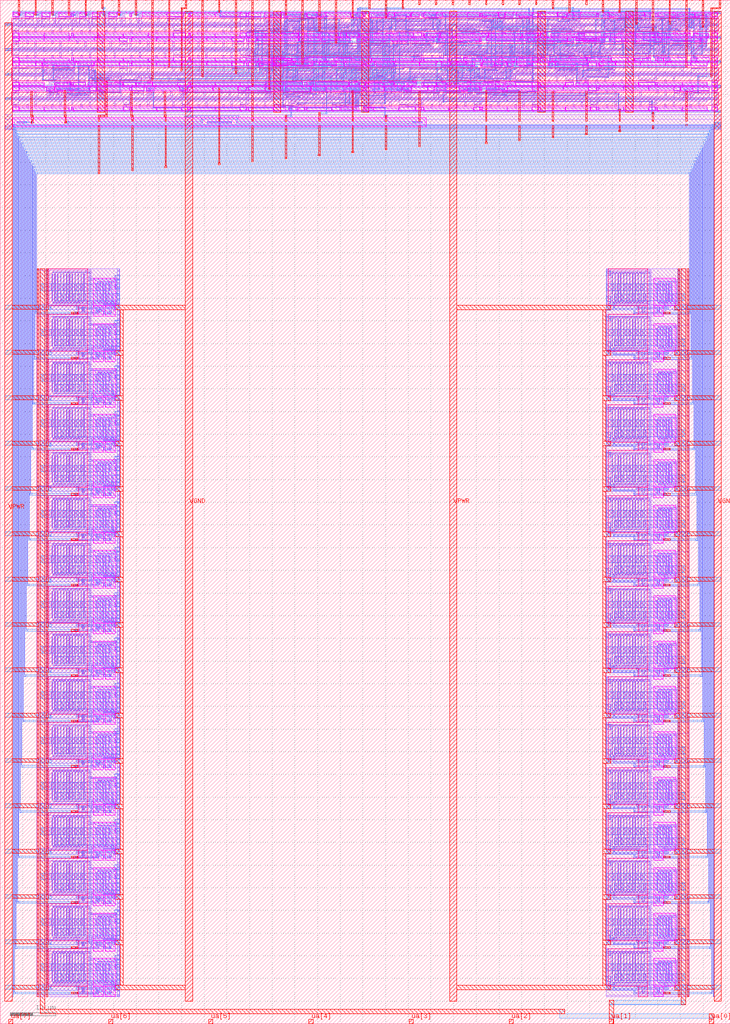
<source format=lef>
VERSION 5.7 ;
  NOWIREEXTENSIONATPIN ON ;
  DIVIDERCHAR "/" ;
  BUSBITCHARS "[]" ;
MACRO tt_um_dlmiles_schmitt_playground
  CLASS BLOCK ;
  FOREIGN tt_um_dlmiles_schmitt_playground ;
  ORIGIN 0.000 0.000 ;
  SIZE 161.000 BY 225.760 ;
  PIN clk
    DIRECTION INPUT ;
    USE SIGNAL ;
    ANTENNAGATEAREA 0.852000 ;
    PORT
      LAYER met4 ;
        RECT 154.870 224.760 155.170 225.760 ;
    END
  END clk
  PIN ena
    DIRECTION INPUT ;
    USE SIGNAL ;
    ANTENNAGATEAREA 0.247500 ;
    PORT
      LAYER met4 ;
        RECT 158.550 224.760 158.850 225.760 ;
    END
  END ena
  PIN rst_n
    DIRECTION INPUT ;
    USE SIGNAL ;
    ANTENNAGATEAREA 0.504000 ;
    PORT
      LAYER met4 ;
        RECT 151.190 224.760 151.490 225.760 ;
    END
  END rst_n
  PIN ui_in[0]
    DIRECTION INPUT ;
    USE SIGNAL ;
    ANTENNAGATEAREA 0.196500 ;
    PORT
      LAYER met4 ;
        RECT 147.510 224.760 147.810 225.760 ;
    END
  END ui_in[0]
  PIN ui_in[1]
    DIRECTION INPUT ;
    USE SIGNAL ;
    ANTENNAGATEAREA 0.196500 ;
    PORT
      LAYER met4 ;
        RECT 143.830 224.760 144.130 225.760 ;
    END
  END ui_in[1]
  PIN ui_in[2]
    DIRECTION INPUT ;
    USE SIGNAL ;
    ANTENNAGATEAREA 0.196500 ;
    PORT
      LAYER met4 ;
        RECT 140.150 224.760 140.450 225.760 ;
    END
  END ui_in[2]
  PIN ui_in[3]
    DIRECTION INPUT ;
    USE SIGNAL ;
    ANTENNAGATEAREA 0.196500 ;
    PORT
      LAYER met4 ;
        RECT 136.470 224.760 136.770 225.760 ;
    END
  END ui_in[3]
  PIN ui_in[4]
    DIRECTION INPUT ;
    USE SIGNAL ;
    ANTENNAGATEAREA 0.196500 ;
    PORT
      LAYER met4 ;
        RECT 132.790 224.760 133.090 225.760 ;
    END
  END ui_in[4]
  PIN ui_in[5]
    DIRECTION INPUT ;
    USE SIGNAL ;
    PORT
      LAYER met4 ;
        RECT 129.110 224.760 129.410 225.760 ;
    END
  END ui_in[5]
  PIN ui_in[6]
    DIRECTION INPUT ;
    USE SIGNAL ;
    ANTENNAGATEAREA 0.196500 ;
    PORT
      LAYER met4 ;
        RECT 125.430 224.760 125.730 225.760 ;
    END
  END ui_in[6]
  PIN ui_in[7]
    DIRECTION INPUT ;
    USE SIGNAL ;
    ANTENNAGATEAREA 0.196500 ;
    PORT
      LAYER met4 ;
        RECT 121.750 224.760 122.050 225.760 ;
    END
  END ui_in[7]
  PIN uio_in[0]
    DIRECTION INPUT ;
    USE SIGNAL ;
    PORT
      LAYER met4 ;
        RECT 118.070 224.760 118.370 225.760 ;
    END
  END uio_in[0]
  PIN uio_in[1]
    DIRECTION INPUT ;
    USE SIGNAL ;
    PORT
      LAYER met4 ;
        RECT 114.390 224.760 114.690 225.760 ;
    END
  END uio_in[1]
  PIN uio_in[2]
    DIRECTION INPUT ;
    USE SIGNAL ;
    PORT
      LAYER met4 ;
        RECT 110.710 224.760 111.010 225.760 ;
    END
  END uio_in[2]
  PIN uio_in[3]
    DIRECTION INPUT ;
    USE SIGNAL ;
    PORT
      LAYER met4 ;
        RECT 107.030 224.760 107.330 225.760 ;
    END
  END uio_in[3]
  PIN uio_in[4]
    DIRECTION INPUT ;
    USE SIGNAL ;
    PORT
      LAYER met4 ;
        RECT 103.350 224.760 103.650 225.760 ;
    END
  END uio_in[4]
  PIN uio_in[5]
    DIRECTION INPUT ;
    USE SIGNAL ;
    PORT
      LAYER met4 ;
        RECT 99.670 224.760 99.970 225.760 ;
    END
  END uio_in[5]
  PIN uio_in[6]
    DIRECTION INPUT ;
    USE SIGNAL ;
    PORT
      LAYER met4 ;
        RECT 95.990 224.760 96.290 225.760 ;
    END
  END uio_in[6]
  PIN uio_in[7]
    DIRECTION INPUT ;
    USE SIGNAL ;
    PORT
      LAYER met4 ;
        RECT 92.310 224.760 92.610 225.760 ;
    END
  END uio_in[7]
  PIN uio_oe[0]
    DIRECTION OUTPUT TRISTATE ;
    USE SIGNAL ;
    PORT
      LAYER met4 ;
        RECT 29.750 224.760 30.050 225.760 ;
    END
  END uio_oe[0]
  PIN uio_oe[1]
    DIRECTION OUTPUT TRISTATE ;
    USE SIGNAL ;
    PORT
      LAYER met4 ;
        RECT 26.070 224.760 26.370 225.760 ;
    END
  END uio_oe[1]
  PIN uio_oe[2]
    DIRECTION OUTPUT TRISTATE ;
    USE SIGNAL ;
    PORT
      LAYER met4 ;
        RECT 22.390 224.760 22.690 225.760 ;
    END
  END uio_oe[2]
  PIN uio_oe[3]
    DIRECTION OUTPUT TRISTATE ;
    USE SIGNAL ;
    PORT
      LAYER met4 ;
        RECT 18.710 224.760 19.010 225.760 ;
    END
  END uio_oe[3]
  PIN uio_oe[4]
    DIRECTION OUTPUT TRISTATE ;
    USE SIGNAL ;
    PORT
      LAYER met4 ;
        RECT 15.030 224.760 15.330 225.760 ;
    END
  END uio_oe[4]
  PIN uio_oe[5]
    DIRECTION OUTPUT TRISTATE ;
    USE SIGNAL ;
    PORT
      LAYER met4 ;
        RECT 11.350 224.760 11.650 225.760 ;
    END
  END uio_oe[5]
  PIN uio_oe[6]
    DIRECTION OUTPUT TRISTATE ;
    USE SIGNAL ;
    PORT
      LAYER met4 ;
        RECT 7.670 224.760 7.970 225.760 ;
    END
  END uio_oe[6]
  PIN uio_oe[7]
    DIRECTION OUTPUT TRISTATE ;
    USE SIGNAL ;
    PORT
      LAYER met4 ;
        RECT 3.990 224.760 4.290 225.760 ;
    END
  END uio_oe[7]
  PIN uio_out[0]
    DIRECTION OUTPUT TRISTATE ;
    USE SIGNAL ;
    ANTENNAGATEAREA 0.126000 ;
    ANTENNADIFFAREA 1.242000 ;
    PORT
      LAYER met4 ;
        RECT 59.190 224.760 59.490 225.760 ;
    END
  END uio_out[0]
  PIN uio_out[1]
    DIRECTION OUTPUT TRISTATE ;
    USE SIGNAL ;
    ANTENNAGATEAREA 0.126000 ;
    ANTENNADIFFAREA 1.242000 ;
    PORT
      LAYER met4 ;
        RECT 55.510 224.760 55.810 225.760 ;
    END
  END uio_out[1]
  PIN uio_out[2]
    DIRECTION OUTPUT TRISTATE ;
    USE SIGNAL ;
    ANTENNAGATEAREA 0.126000 ;
    ANTENNADIFFAREA 1.242000 ;
    PORT
      LAYER met4 ;
        RECT 51.830 224.760 52.130 225.760 ;
    END
  END uio_out[2]
  PIN uio_out[3]
    DIRECTION OUTPUT TRISTATE ;
    USE SIGNAL ;
    ANTENNADIFFAREA 1.242000 ;
    PORT
      LAYER met4 ;
        RECT 48.150 224.760 48.450 225.760 ;
    END
  END uio_out[3]
  PIN uio_out[4]
    DIRECTION OUTPUT TRISTATE ;
    USE SIGNAL ;
    ANTENNAGATEAREA 0.126000 ;
    ANTENNADIFFAREA 1.242000 ;
    PORT
      LAYER met4 ;
        RECT 44.470 224.760 44.770 225.760 ;
    END
  END uio_out[4]
  PIN uio_out[5]
    DIRECTION OUTPUT TRISTATE ;
    USE SIGNAL ;
    ANTENNAGATEAREA 0.126000 ;
    ANTENNADIFFAREA 0.795200 ;
    PORT
      LAYER met4 ;
        RECT 40.790 224.760 41.090 225.760 ;
    END
  END uio_out[5]
  PIN uio_out[6]
    DIRECTION OUTPUT TRISTATE ;
    USE SIGNAL ;
    ANTENNAGATEAREA 0.126000 ;
    ANTENNADIFFAREA 0.795200 ;
    PORT
      LAYER met4 ;
        RECT 37.110 224.760 37.410 225.760 ;
    END
  END uio_out[6]
  PIN uio_out[7]
    DIRECTION OUTPUT TRISTATE ;
    USE SIGNAL ;
    ANTENNAGATEAREA 0.126000 ;
    ANTENNADIFFAREA 0.795200 ;
    PORT
      LAYER met4 ;
        RECT 33.430 224.760 33.730 225.760 ;
    END
  END uio_out[7]
  PIN uo_out[0]
    DIRECTION OUTPUT TRISTATE ;
    USE SIGNAL ;
    ANTENNADIFFAREA 1.242000 ;
    PORT
      LAYER met4 ;
        RECT 88.630 224.760 88.930 225.760 ;
    END
  END uo_out[0]
  PIN uo_out[1]
    DIRECTION OUTPUT TRISTATE ;
    USE SIGNAL ;
    ANTENNADIFFAREA 1.242000 ;
    PORT
      LAYER met4 ;
        RECT 84.950 224.760 85.250 225.760 ;
    END
  END uo_out[1]
  PIN uo_out[2]
    DIRECTION OUTPUT TRISTATE ;
    USE SIGNAL ;
    ANTENNADIFFAREA 1.242000 ;
    PORT
      LAYER met4 ;
        RECT 81.270 224.760 81.570 225.760 ;
    END
  END uo_out[2]
  PIN uo_out[3]
    DIRECTION OUTPUT TRISTATE ;
    USE SIGNAL ;
    ANTENNADIFFAREA 1.242000 ;
    PORT
      LAYER met4 ;
        RECT 77.590 224.760 77.890 225.760 ;
    END
  END uo_out[3]
  PIN uo_out[4]
    DIRECTION OUTPUT TRISTATE ;
    USE SIGNAL ;
    ANTENNADIFFAREA 1.242000 ;
    PORT
      LAYER met4 ;
        RECT 73.910 224.760 74.210 225.760 ;
    END
  END uo_out[4]
  PIN uo_out[5]
    DIRECTION OUTPUT TRISTATE ;
    USE SIGNAL ;
    ANTENNAGATEAREA 0.126000 ;
    ANTENNADIFFAREA 0.795200 ;
    PORT
      LAYER met4 ;
        RECT 70.230 224.760 70.530 225.760 ;
    END
  END uo_out[5]
  PIN uo_out[6]
    DIRECTION OUTPUT TRISTATE ;
    USE SIGNAL ;
    ANTENNAGATEAREA 0.126000 ;
    ANTENNADIFFAREA 0.795200 ;
    PORT
      LAYER met4 ;
        RECT 66.550 224.760 66.850 225.760 ;
    END
  END uo_out[6]
  PIN uo_out[7]
    DIRECTION OUTPUT TRISTATE ;
    USE SIGNAL ;
    ANTENNADIFFAREA 0.445500 ;
    PORT
      LAYER met4 ;
        RECT 62.870 224.760 63.170 225.760 ;
    END
  END uo_out[7]
  PIN VPWR
    DIRECTION INOUT ;
    USE POWER ;
    PORT
      LAYER met4 ;
        RECT 1.000 5.000 2.600 220.760 ;
    END
    PORT
      LAYER met4 ;
        RECT 99.135 5.000 100.735 223.280 ;
    END
  END VPWR
  PIN VGND
    DIRECTION INOUT ;
    USE GROUND ;
    PORT
      LAYER met4 ;
        RECT 157.440 5.000 159.040 223.280 ;
    END
    PORT
      LAYER met4 ;
        RECT 40.830 5.000 42.430 223.280 ;
    END
  END VGND
  PIN ua[0]
    DIRECTION INOUT ;
    USE SIGNAL ;
    ANTENNADIFFAREA 222.720001 ;
    PORT
      LAYER met4 ;
        RECT 156.410 0.000 157.310 1.000 ;
    END
  END ua[0]
  PIN ua[1]
    DIRECTION INOUT ;
    USE SIGNAL ;
    ANTENNADIFFAREA 222.720001 ;
    PORT
      LAYER met4 ;
        RECT 134.330 0.000 135.230 1.000 ;
    END
  END ua[1]
  PIN ua[2]
    DIRECTION INOUT ;
    USE SIGNAL ;
    PORT
      LAYER met4 ;
        RECT 112.250 0.000 113.150 1.000 ;
    END
  END ua[2]
  PIN ua[3]
    DIRECTION INOUT ;
    USE SIGNAL ;
    PORT
      LAYER met4 ;
        RECT 90.170 0.000 91.070 1.000 ;
    END
  END ua[3]
  PIN ua[4]
    DIRECTION INOUT ;
    USE SIGNAL ;
    PORT
      LAYER met4 ;
        RECT 68.090 0.000 68.990 1.000 ;
    END
  END ua[4]
  PIN ua[5]
    DIRECTION INOUT ;
    USE SIGNAL ;
    PORT
      LAYER met4 ;
        RECT 46.010 0.000 46.910 1.000 ;
    END
  END ua[5]
  PIN ua[6]
    DIRECTION INOUT ;
    USE SIGNAL ;
    PORT
      LAYER met4 ;
        RECT 23.930 0.000 24.830 1.000 ;
    END
  END ua[6]
  PIN ua[7]
    DIRECTION INOUT ;
    USE SIGNAL ;
    PORT
      LAYER met4 ;
        RECT 1.850 0.000 2.750 1.000 ;
    END
  END ua[7]
  OBS
      LAYER pwell ;
        RECT 2.905 222.935 3.075 223.125 ;
        RECT 4.285 222.955 4.455 223.125 ;
        RECT 5.665 222.935 5.835 223.125 ;
        RECT 7.500 222.985 7.620 223.095 ;
        RECT 7.965 222.955 8.135 223.125 ;
        RECT 9.345 222.935 9.515 223.125 ;
        RECT 11.180 222.985 11.300 223.095 ;
        RECT 11.645 222.955 11.815 223.125 ;
        RECT 13.025 222.935 13.195 223.125 ;
        RECT 16.245 222.955 16.415 223.125 ;
        RECT 17.625 222.935 17.795 223.125 ;
        RECT 19.005 222.955 19.175 223.125 ;
        RECT 20.385 222.935 20.555 223.125 ;
        RECT 22.220 222.985 22.340 223.095 ;
        RECT 22.685 222.955 22.855 223.125 ;
        RECT 24.065 222.935 24.235 223.125 ;
        RECT 25.900 222.985 26.020 223.095 ;
        RECT 26.365 222.955 26.535 223.125 ;
        RECT 27.755 222.980 27.915 223.090 ;
        RECT 29.135 222.980 29.295 223.090 ;
        RECT 30.045 222.955 30.215 223.125 ;
        RECT 31.425 222.935 31.595 223.125 ;
        RECT 36.945 222.935 37.115 223.125 ;
        RECT 40.635 222.980 40.795 223.090 ;
        RECT 42.005 222.935 42.175 223.125 ;
        RECT 47.525 222.935 47.695 223.125 ;
        RECT 53.045 222.935 53.215 223.125 ;
        RECT 54.885 222.935 55.055 223.125 ;
        RECT 57.640 222.985 57.760 223.095 ;
        RECT 61.780 222.935 61.950 223.125 ;
        RECT 62.240 222.985 62.360 223.095 ;
        RECT 65.925 222.935 66.095 223.125 ;
        RECT 66.395 222.980 66.555 223.090 ;
        RECT 69.600 222.935 69.770 223.125 ;
        RECT 71.445 222.935 71.615 223.125 ;
        RECT 71.905 222.935 72.075 223.125 ;
        RECT 79.725 222.935 79.895 223.125 ;
        RECT 80.655 222.980 80.815 223.090 ;
        RECT 81.570 222.935 81.740 223.125 ;
        RECT 85.705 222.935 85.875 223.125 ;
        RECT 87.085 222.935 87.255 223.125 ;
        RECT 90.765 222.935 90.935 223.125 ;
        RECT 92.600 222.985 92.720 223.095 ;
        RECT 93.525 222.935 93.695 223.125 ;
        RECT 96.285 222.935 96.455 223.125 ;
        RECT 97.665 222.935 97.835 223.125 ;
        RECT 103.185 222.935 103.355 223.125 ;
        RECT 109.625 222.935 109.795 223.125 ;
        RECT 110.085 222.935 110.255 223.125 ;
        RECT 111.465 222.935 111.635 223.125 ;
        RECT 113.300 222.985 113.420 223.095 ;
        RECT 113.765 222.955 113.935 223.125 ;
        RECT 113.765 222.935 113.965 222.955 ;
        RECT 117.445 222.935 117.615 223.125 ;
        RECT 119.285 222.935 119.455 223.125 ;
        RECT 122.965 222.955 123.135 223.125 ;
        RECT 122.985 222.935 123.135 222.955 ;
        RECT 126.185 222.935 126.355 223.125 ;
        RECT 127.565 222.935 127.735 223.125 ;
        RECT 128.025 222.935 128.195 223.125 ;
        RECT 132.175 222.980 132.335 223.090 ;
        RECT 134.005 222.935 134.175 223.125 ;
        RECT 134.740 222.935 134.910 223.125 ;
        RECT 141.825 222.935 141.995 223.125 ;
        RECT 143.205 222.935 143.375 223.125 ;
        RECT 143.675 222.980 143.835 223.090 ;
        RECT 148.450 222.935 148.620 223.125 ;
        RECT 152.590 222.935 152.760 223.125 ;
        RECT 156.545 222.935 156.715 223.125 ;
        RECT 157.925 222.935 158.095 223.125 ;
        RECT 2.765 222.125 4.135 222.935 ;
        RECT 5.525 222.125 7.355 222.935 ;
        RECT 9.205 222.125 11.035 222.935 ;
        RECT 12.885 222.125 15.635 222.935 ;
        RECT 15.655 222.065 16.085 222.850 ;
        RECT 17.485 222.125 18.855 222.935 ;
        RECT 20.245 222.125 22.075 222.935 ;
        RECT 23.925 222.125 25.755 222.935 ;
        RECT 28.535 222.065 28.965 222.850 ;
        RECT 31.285 222.125 36.795 222.935 ;
        RECT 36.805 222.125 40.475 222.935 ;
        RECT 41.415 222.065 41.845 222.850 ;
        RECT 41.865 222.125 47.375 222.935 ;
        RECT 47.385 222.125 52.895 222.935 ;
        RECT 52.905 222.125 54.275 222.935 ;
        RECT 54.295 222.065 54.725 222.850 ;
        RECT 54.745 222.125 57.495 222.935 ;
        RECT 58.205 222.025 62.095 222.935 ;
        RECT 62.565 222.255 66.235 222.935 ;
        RECT 62.565 222.025 63.495 222.255 ;
        RECT 67.175 222.065 67.605 222.850 ;
        RECT 67.725 222.025 69.915 222.935 ;
        RECT 69.925 222.255 71.755 222.935 ;
        RECT 69.925 222.025 71.270 222.255 ;
        RECT 71.765 222.125 77.275 222.935 ;
        RECT 77.295 222.025 80.025 222.935 ;
        RECT 80.055 222.065 80.485 222.850 ;
        RECT 81.425 222.025 85.315 222.935 ;
        RECT 85.565 222.125 86.935 222.935 ;
        RECT 87.055 222.255 90.520 222.935 ;
        RECT 89.600 222.025 90.520 222.255 ;
        RECT 90.625 222.125 92.455 222.935 ;
        RECT 92.935 222.065 93.365 222.850 ;
        RECT 93.395 222.025 96.125 222.935 ;
        RECT 96.155 222.025 97.505 222.935 ;
        RECT 97.525 222.125 103.035 222.935 ;
        RECT 103.045 222.125 105.795 222.935 ;
        RECT 105.815 222.065 106.245 222.850 ;
        RECT 106.360 222.255 109.825 222.935 ;
        RECT 106.360 222.025 107.280 222.255 ;
        RECT 109.955 222.025 111.305 222.935 ;
        RECT 111.325 222.125 113.155 222.935 ;
        RECT 113.765 222.255 117.295 222.935 ;
        RECT 114.470 222.025 117.295 222.255 ;
        RECT 117.305 222.125 118.675 222.935 ;
        RECT 118.695 222.065 119.125 222.850 ;
        RECT 119.145 222.125 122.815 222.935 ;
        RECT 122.985 222.115 124.915 222.935 ;
        RECT 125.125 222.155 126.495 222.935 ;
        RECT 126.505 222.155 127.875 222.935 ;
        RECT 127.885 222.125 131.555 222.935 ;
        RECT 123.965 222.025 124.915 222.115 ;
        RECT 131.575 222.065 132.005 222.850 ;
        RECT 132.945 222.155 134.315 222.935 ;
        RECT 134.325 222.255 138.225 222.935 ;
        RECT 138.560 222.255 142.025 222.935 ;
        RECT 134.325 222.025 135.255 222.255 ;
        RECT 138.560 222.025 139.480 222.255 ;
        RECT 142.145 222.155 143.515 222.935 ;
        RECT 144.455 222.065 144.885 222.850 ;
        RECT 145.135 222.255 149.035 222.935 ;
        RECT 149.275 222.255 153.175 222.935 ;
        RECT 148.105 222.025 149.035 222.255 ;
        RECT 152.245 222.025 153.175 222.255 ;
        RECT 153.280 222.255 156.745 222.935 ;
        RECT 153.280 222.025 154.200 222.255 ;
        RECT 156.865 222.125 158.235 222.935 ;
      LAYER nwell ;
        RECT 2.570 218.905 158.430 221.735 ;
      LAYER pwell ;
        RECT 2.765 217.705 4.135 218.515 ;
        RECT 4.145 217.705 9.655 218.515 ;
        RECT 9.665 217.705 15.175 218.515 ;
        RECT 15.655 217.790 16.085 218.575 ;
        RECT 16.105 217.705 21.615 218.515 ;
        RECT 21.625 217.705 27.135 218.515 ;
        RECT 27.145 217.705 32.655 218.515 ;
        RECT 32.665 217.705 38.175 218.515 ;
        RECT 38.185 217.705 40.935 218.515 ;
        RECT 41.415 217.790 41.845 218.575 ;
        RECT 41.865 217.705 47.375 218.515 ;
        RECT 47.385 217.705 52.895 218.515 ;
        RECT 52.905 217.705 54.275 218.515 ;
        RECT 54.295 217.705 55.645 218.615 ;
        RECT 61.940 218.385 62.850 218.605 ;
        RECT 64.385 218.385 65.735 218.615 ;
        RECT 55.675 217.705 58.415 218.385 ;
        RECT 58.425 217.705 65.735 218.385 ;
        RECT 65.785 217.705 67.155 218.515 ;
        RECT 67.175 217.790 67.605 218.575 ;
        RECT 67.635 217.705 70.375 218.385 ;
        RECT 70.625 217.705 74.515 218.615 ;
        RECT 74.995 217.705 76.345 218.615 ;
        RECT 76.375 217.705 79.105 218.615 ;
        RECT 82.640 218.385 83.550 218.605 ;
        RECT 85.085 218.385 86.855 218.615 ;
        RECT 79.125 217.705 86.855 218.385 ;
        RECT 87.185 217.705 91.075 218.615 ;
        RECT 91.085 217.705 92.915 218.515 ;
        RECT 92.935 217.790 93.365 218.575 ;
        RECT 96.040 218.385 96.960 218.615 ;
        RECT 93.495 217.705 96.960 218.385 ;
        RECT 97.075 217.705 99.805 218.615 ;
        RECT 103.800 218.385 104.710 218.605 ;
        RECT 106.245 218.385 107.595 218.615 ;
        RECT 100.285 217.705 107.595 218.385 ;
        RECT 107.685 218.385 109.035 218.615 ;
        RECT 110.570 218.385 111.480 218.605 ;
        RECT 115.850 218.385 118.675 218.615 ;
        RECT 107.685 217.705 114.995 218.385 ;
        RECT 115.145 217.705 118.675 218.385 ;
        RECT 118.695 217.790 119.125 218.575 ;
        RECT 119.155 217.705 120.505 218.615 ;
        RECT 124.960 218.385 125.870 218.605 ;
        RECT 127.405 218.385 128.755 218.615 ;
        RECT 121.445 217.705 128.755 218.385 ;
        RECT 128.805 217.705 132.475 218.515 ;
        RECT 136.460 218.385 137.370 218.605 ;
        RECT 138.905 218.385 140.255 218.615 ;
        RECT 143.505 218.385 144.435 218.615 ;
        RECT 132.945 217.705 140.255 218.385 ;
        RECT 140.535 217.705 144.435 218.385 ;
        RECT 144.455 217.790 144.885 218.575 ;
        RECT 148.420 218.385 149.330 218.605 ;
        RECT 150.865 218.385 152.215 218.615 ;
        RECT 144.905 217.705 152.215 218.385 ;
        RECT 152.820 218.385 153.740 218.615 ;
        RECT 152.820 217.705 156.285 218.385 ;
        RECT 156.865 217.705 158.235 218.515 ;
        RECT 2.905 217.495 3.075 217.705 ;
        RECT 4.285 217.495 4.455 217.705 ;
        RECT 9.805 217.495 9.975 217.705 ;
        RECT 15.325 217.655 15.495 217.685 ;
        RECT 15.320 217.545 15.495 217.655 ;
        RECT 15.325 217.495 15.495 217.545 ;
        RECT 16.245 217.515 16.415 217.705 ;
        RECT 20.845 217.495 21.015 217.685 ;
        RECT 21.765 217.515 21.935 217.705 ;
        RECT 26.365 217.495 26.535 217.685 ;
        RECT 27.285 217.515 27.455 217.705 ;
        RECT 28.200 217.545 28.320 217.655 ;
        RECT 29.125 217.495 29.295 217.685 ;
        RECT 32.805 217.515 32.975 217.705 ;
        RECT 34.645 217.495 34.815 217.685 ;
        RECT 38.325 217.515 38.495 217.705 ;
        RECT 40.165 217.495 40.335 217.685 ;
        RECT 41.080 217.545 41.200 217.655 ;
        RECT 42.005 217.515 42.175 217.705 ;
        RECT 45.685 217.495 45.855 217.685 ;
        RECT 47.525 217.515 47.695 217.705 ;
        RECT 51.205 217.495 51.375 217.685 ;
        RECT 53.045 217.515 53.215 217.705 ;
        RECT 53.960 217.545 54.080 217.655 ;
        RECT 54.425 217.515 54.595 217.705 ;
        RECT 54.885 217.495 55.055 217.685 ;
        RECT 58.105 217.515 58.275 217.705 ;
        RECT 58.565 217.515 58.735 217.705 ;
        RECT 65.465 217.495 65.635 217.685 ;
        RECT 65.925 217.495 66.095 217.705 ;
        RECT 70.065 217.515 70.235 217.705 ;
        RECT 74.200 217.685 74.370 217.705 ;
        RECT 74.200 217.515 74.375 217.685 ;
        RECT 74.665 217.655 74.835 217.685 ;
        RECT 74.660 217.545 74.835 217.655 ;
        RECT 74.665 217.515 74.835 217.545 ;
        RECT 75.125 217.515 75.295 217.705 ;
        RECT 76.505 217.515 76.675 217.705 ;
        RECT 77.895 217.540 78.055 217.650 ;
        RECT 74.205 217.495 74.375 217.515 ;
        RECT 78.805 217.495 78.975 217.685 ;
        RECT 79.265 217.515 79.435 217.705 ;
        RECT 80.645 217.495 80.815 217.685 ;
        RECT 90.760 217.515 90.930 217.705 ;
        RECT 91.225 217.515 91.395 217.705 ;
        RECT 93.525 217.515 93.695 217.705 ;
        RECT 95.365 217.495 95.535 217.685 ;
        RECT 95.835 217.540 95.995 217.650 ;
        RECT 96.745 217.495 96.915 217.685 ;
        RECT 97.205 217.515 97.375 217.705 ;
        RECT 99.960 217.545 100.080 217.655 ;
        RECT 100.425 217.515 100.595 217.705 ;
        RECT 106.415 217.540 106.575 217.650 ;
        RECT 107.325 217.495 107.495 217.685 ;
        RECT 114.685 217.515 114.855 217.705 ;
        RECT 115.145 217.685 115.345 217.705 ;
        RECT 115.145 217.515 115.315 217.685 ;
        RECT 116.525 217.495 116.695 217.685 ;
        RECT 117.905 217.495 118.075 217.685 ;
        RECT 120.205 217.515 120.375 217.705 ;
        RECT 120.675 217.550 120.835 217.660 ;
        RECT 121.585 217.515 121.755 217.705 ;
        RECT 126.185 217.495 126.355 217.685 ;
        RECT 126.640 217.545 126.760 217.655 ;
        RECT 127.105 217.495 127.275 217.685 ;
        RECT 128.945 217.515 129.115 217.705 ;
        RECT 132.620 217.545 132.740 217.655 ;
        RECT 133.085 217.495 133.255 217.705 ;
        RECT 133.555 217.540 133.715 217.650 ;
        RECT 135.385 217.495 135.555 217.685 ;
        RECT 135.845 217.495 136.015 217.685 ;
        RECT 143.850 217.515 144.020 217.705 ;
        RECT 144.125 217.495 144.295 217.685 ;
        RECT 145.045 217.515 145.215 217.705 ;
        RECT 145.505 217.495 145.675 217.685 ;
        RECT 146.885 217.495 147.055 217.685 ;
        RECT 147.345 217.495 147.515 217.685 ;
        RECT 152.400 217.545 152.520 217.655 ;
        RECT 155.625 217.495 155.795 217.685 ;
        RECT 156.085 217.515 156.255 217.705 ;
        RECT 156.540 217.545 156.660 217.655 ;
        RECT 157.925 217.495 158.095 217.705 ;
        RECT 2.765 216.685 4.135 217.495 ;
        RECT 4.145 216.685 9.655 217.495 ;
        RECT 9.665 216.685 15.175 217.495 ;
        RECT 15.185 216.685 20.695 217.495 ;
        RECT 20.705 216.685 26.215 217.495 ;
        RECT 26.225 216.685 28.055 217.495 ;
        RECT 28.535 216.625 28.965 217.410 ;
        RECT 28.985 216.685 34.495 217.495 ;
        RECT 34.505 216.685 40.015 217.495 ;
        RECT 40.025 216.685 45.535 217.495 ;
        RECT 45.545 216.685 51.055 217.495 ;
        RECT 51.065 216.685 53.815 217.495 ;
        RECT 54.295 216.625 54.725 217.410 ;
        RECT 54.745 216.685 56.575 217.495 ;
        RECT 56.670 216.815 65.775 217.495 ;
        RECT 65.785 216.815 70.600 217.495 ;
        RECT 70.845 216.815 74.515 217.495 ;
        RECT 74.930 216.815 77.355 217.495 ;
        RECT 70.845 216.585 71.775 216.815 ;
        RECT 78.675 216.585 80.025 217.495 ;
        RECT 80.055 216.625 80.485 217.410 ;
        RECT 80.505 216.815 87.815 217.495 ;
        RECT 84.020 216.595 84.930 216.815 ;
        RECT 86.465 216.585 87.815 216.815 ;
        RECT 87.945 216.815 95.675 217.495 ;
        RECT 96.605 216.815 105.795 217.495 ;
        RECT 87.945 216.585 89.715 216.815 ;
        RECT 91.250 216.595 92.160 216.815 ;
        RECT 101.115 216.595 102.045 216.815 ;
        RECT 104.875 216.585 105.795 216.815 ;
        RECT 105.815 216.625 106.245 217.410 ;
        RECT 107.185 216.815 116.290 217.495 ;
        RECT 116.385 216.685 117.755 217.495 ;
        RECT 117.765 216.815 125.075 217.495 ;
        RECT 121.280 216.595 122.190 216.815 ;
        RECT 123.725 216.585 125.075 216.815 ;
        RECT 125.135 216.585 126.485 217.495 ;
        RECT 126.965 217.265 128.535 217.495 ;
        RECT 130.625 217.455 131.545 217.495 ;
        RECT 130.625 217.265 131.555 217.455 ;
        RECT 126.965 216.905 131.555 217.265 ;
        RECT 126.965 216.815 131.545 216.905 ;
        RECT 128.545 216.585 131.545 216.815 ;
        RECT 131.575 216.625 132.005 217.410 ;
        RECT 132.025 216.715 133.395 217.495 ;
        RECT 134.325 216.715 135.695 217.495 ;
        RECT 135.705 216.685 137.075 217.495 ;
        RECT 137.125 216.815 144.435 217.495 ;
        RECT 137.125 216.585 138.475 216.815 ;
        RECT 140.010 216.595 140.920 216.815 ;
        RECT 144.445 216.715 145.815 217.495 ;
        RECT 145.825 216.715 147.195 217.495 ;
        RECT 147.205 216.815 154.515 217.495 ;
        RECT 150.720 216.595 151.630 216.815 ;
        RECT 153.165 216.585 154.515 216.815 ;
        RECT 154.565 216.715 155.935 217.495 ;
        RECT 156.865 216.685 158.235 217.495 ;
      LAYER nwell ;
        RECT 2.570 213.465 158.430 216.295 ;
      LAYER pwell ;
        RECT 2.765 212.265 4.135 213.075 ;
        RECT 4.145 212.265 9.655 213.075 ;
        RECT 9.665 212.265 15.175 213.075 ;
        RECT 15.655 212.350 16.085 213.135 ;
        RECT 16.105 212.265 21.615 213.075 ;
        RECT 21.625 212.265 27.135 213.075 ;
        RECT 27.145 212.265 32.655 213.075 ;
        RECT 32.665 212.265 38.175 213.075 ;
        RECT 38.185 212.265 40.935 213.075 ;
        RECT 41.415 212.350 41.845 213.135 ;
        RECT 41.865 212.265 47.375 213.075 ;
        RECT 47.385 212.265 52.895 213.075 ;
        RECT 52.905 212.265 54.275 213.075 ;
        RECT 59.815 212.945 62.815 213.175 ;
        RECT 54.295 212.265 57.035 212.945 ;
        RECT 57.055 212.265 59.795 212.945 ;
        RECT 59.815 212.855 64.395 212.945 ;
        RECT 59.805 212.495 64.395 212.855 ;
        RECT 59.805 212.305 60.735 212.495 ;
        RECT 59.815 212.265 60.735 212.305 ;
        RECT 62.825 212.265 64.395 212.495 ;
        RECT 64.405 212.265 67.145 212.945 ;
        RECT 67.175 212.350 67.605 213.135 ;
        RECT 67.865 212.265 71.755 213.175 ;
        RECT 71.765 212.265 73.595 213.075 ;
        RECT 74.090 212.945 77.600 213.175 ;
        RECT 73.605 212.265 77.600 212.945 ;
        RECT 77.985 212.265 81.875 213.175 ;
        RECT 81.970 212.265 91.075 212.945 ;
        RECT 91.085 212.265 92.915 212.945 ;
        RECT 92.935 212.350 93.365 213.135 ;
        RECT 93.385 212.265 98.895 213.075 ;
        RECT 98.905 212.265 101.655 213.075 ;
        RECT 102.125 212.945 103.055 213.175 ;
        RECT 106.360 212.945 107.280 213.175 ;
        RECT 110.040 212.945 110.960 213.175 ;
        RECT 114.470 212.945 117.295 213.175 ;
        RECT 102.125 212.265 106.025 212.945 ;
        RECT 106.360 212.265 109.825 212.945 ;
        RECT 110.040 212.265 113.505 212.945 ;
        RECT 113.765 212.265 117.295 212.945 ;
        RECT 117.305 212.265 118.675 213.045 ;
        RECT 118.695 212.350 119.125 213.135 ;
        RECT 119.145 212.945 120.075 213.175 ;
        RECT 125.420 212.945 126.330 213.165 ;
        RECT 127.865 212.945 129.215 213.175 ;
        RECT 119.145 212.265 121.895 212.945 ;
        RECT 121.905 212.265 129.215 212.945 ;
        RECT 129.360 212.945 130.280 213.175 ;
        RECT 129.360 212.265 132.825 212.945 ;
        RECT 132.945 212.265 134.775 212.945 ;
        RECT 134.785 212.265 138.455 213.075 ;
        RECT 138.465 212.265 139.835 213.075 ;
        RECT 142.500 212.945 143.420 213.175 ;
        RECT 139.955 212.265 143.420 212.945 ;
        RECT 144.455 212.350 144.885 213.135 ;
        RECT 144.905 212.265 146.275 213.045 ;
        RECT 146.285 212.265 147.655 213.045 ;
        RECT 147.665 212.265 151.335 213.075 ;
        RECT 152.265 212.265 153.635 213.045 ;
        RECT 153.645 212.265 156.395 213.075 ;
        RECT 156.865 212.265 158.235 213.075 ;
        RECT 2.905 212.055 3.075 212.265 ;
        RECT 4.285 212.055 4.455 212.265 ;
        RECT 7.965 212.055 8.135 212.245 ;
        RECT 9.805 212.075 9.975 212.265 ;
        RECT 15.320 212.105 15.440 212.215 ;
        RECT 16.245 212.055 16.415 212.265 ;
        RECT 16.700 212.105 16.820 212.215 ;
        RECT 17.165 212.055 17.335 212.245 ;
        RECT 20.845 212.055 21.015 212.245 ;
        RECT 21.765 212.075 21.935 212.265 ;
        RECT 26.365 212.055 26.535 212.245 ;
        RECT 27.285 212.075 27.455 212.265 ;
        RECT 28.200 212.105 28.320 212.215 ;
        RECT 29.125 212.055 29.295 212.245 ;
        RECT 32.805 212.075 32.975 212.265 ;
        RECT 34.645 212.055 34.815 212.245 ;
        RECT 38.325 212.075 38.495 212.265 ;
        RECT 40.165 212.055 40.335 212.245 ;
        RECT 41.080 212.105 41.200 212.215 ;
        RECT 42.005 212.075 42.175 212.265 ;
        RECT 45.685 212.055 45.855 212.245 ;
        RECT 47.525 212.075 47.695 212.265 ;
        RECT 51.205 212.055 51.375 212.245 ;
        RECT 53.045 212.075 53.215 212.265 ;
        RECT 53.960 212.105 54.080 212.215 ;
        RECT 54.885 212.055 55.055 212.245 ;
        RECT 56.725 212.215 56.895 212.265 ;
        RECT 56.720 212.105 56.895 212.215 ;
        RECT 56.725 212.075 56.895 212.105 ;
        RECT 2.765 211.245 4.135 212.055 ;
        RECT 4.145 211.245 7.815 212.055 ;
        RECT 7.825 211.245 9.195 212.055 ;
        RECT 9.245 211.375 16.555 212.055 ;
        RECT 17.135 211.375 20.600 212.055 ;
        RECT 9.245 211.145 10.595 211.375 ;
        RECT 12.130 211.155 13.040 211.375 ;
        RECT 19.680 211.145 20.600 211.375 ;
        RECT 20.705 211.245 26.215 212.055 ;
        RECT 26.225 211.245 28.055 212.055 ;
        RECT 28.535 211.185 28.965 211.970 ;
        RECT 28.985 211.245 34.495 212.055 ;
        RECT 34.505 211.245 40.015 212.055 ;
        RECT 40.025 211.245 45.535 212.055 ;
        RECT 45.545 211.245 51.055 212.055 ;
        RECT 51.065 211.245 53.815 212.055 ;
        RECT 54.295 211.185 54.725 211.970 ;
        RECT 54.745 211.245 56.575 212.055 ;
        RECT 57.190 212.025 57.360 212.245 ;
        RECT 59.485 212.075 59.655 212.265 ;
        RECT 64.085 212.075 64.255 212.265 ;
        RECT 64.545 212.055 64.715 212.265 ;
        RECT 65.010 212.055 65.180 212.245 ;
        RECT 69.145 212.055 69.315 212.245 ;
        RECT 59.320 212.025 60.255 212.055 ;
        RECT 57.190 211.825 60.255 212.025 ;
        RECT 60.275 212.015 61.195 212.055 ;
        RECT 57.045 211.345 60.255 211.825 ;
        RECT 60.265 211.825 61.195 212.015 ;
        RECT 63.285 211.825 64.855 212.055 ;
        RECT 60.265 211.465 64.855 211.825 ;
        RECT 57.045 211.145 57.975 211.345 ;
        RECT 59.305 211.145 60.255 211.345 ;
        RECT 60.275 211.375 64.855 211.465 ;
        RECT 64.865 211.375 68.860 212.055 ;
        RECT 60.275 211.145 63.275 211.375 ;
        RECT 65.350 211.145 68.860 211.375 ;
        RECT 69.005 211.245 70.375 212.055 ;
        RECT 70.530 212.025 70.700 212.245 ;
        RECT 71.440 212.075 71.610 212.265 ;
        RECT 71.905 212.075 72.075 212.265 ;
        RECT 73.750 212.075 73.920 212.265 ;
        RECT 74.205 212.055 74.375 212.245 ;
        RECT 76.050 212.055 76.220 212.245 ;
        RECT 81.560 212.075 81.730 212.265 ;
        RECT 82.485 212.075 82.655 212.245 ;
        RECT 82.485 212.055 82.635 212.075 ;
        RECT 86.620 212.055 86.790 212.245 ;
        RECT 87.085 212.055 87.255 212.245 ;
        RECT 90.765 212.075 90.935 212.265 ;
        RECT 92.605 212.055 92.775 212.265 ;
        RECT 93.525 212.075 93.695 212.265 ;
        RECT 96.295 212.100 96.455 212.210 ;
        RECT 97.205 212.075 97.375 212.245 ;
        RECT 99.045 212.075 99.215 212.265 ;
        RECT 97.225 212.055 97.375 212.075 ;
        RECT 100.425 212.055 100.595 212.245 ;
        RECT 100.885 212.055 101.055 212.245 ;
        RECT 101.800 212.105 101.920 212.215 ;
        RECT 102.540 212.075 102.710 212.265 ;
        RECT 102.725 212.075 102.895 212.245 ;
        RECT 102.745 212.055 102.895 212.075 ;
        RECT 106.405 212.055 106.575 212.245 ;
        RECT 109.625 212.075 109.795 212.265 ;
        RECT 73.105 212.025 74.055 212.055 ;
        RECT 70.385 211.345 74.055 212.025 ;
        RECT 73.105 211.145 74.055 211.345 ;
        RECT 74.065 211.245 75.895 212.055 ;
        RECT 75.905 211.145 79.795 212.055 ;
        RECT 80.055 211.185 80.485 211.970 ;
        RECT 80.705 211.235 82.635 212.055 ;
        RECT 80.705 211.145 81.655 211.235 ;
        RECT 82.900 211.145 86.935 212.055 ;
        RECT 86.945 211.245 92.455 212.055 ;
        RECT 92.465 211.245 96.135 212.055 ;
        RECT 97.225 211.235 99.155 212.055 ;
        RECT 99.365 211.275 100.735 212.055 ;
        RECT 100.745 211.375 102.575 212.055 ;
        RECT 102.745 211.235 104.675 212.055 ;
        RECT 98.205 211.145 99.155 211.235 ;
        RECT 103.725 211.145 104.675 211.235 ;
        RECT 105.815 211.185 106.245 211.970 ;
        RECT 106.275 211.145 109.005 212.055 ;
        RECT 109.025 212.025 110.420 212.055 ;
        RECT 111.465 212.025 111.635 212.245 ;
        RECT 112.840 212.055 113.010 212.245 ;
        RECT 113.305 212.215 113.475 212.265 ;
        RECT 113.300 212.105 113.475 212.215 ;
        RECT 113.305 212.075 113.475 212.105 ;
        RECT 113.765 212.245 113.965 212.265 ;
        RECT 113.765 212.075 113.935 212.245 ;
        RECT 113.765 212.055 113.965 212.075 ;
        RECT 117.445 212.055 117.615 212.245 ;
        RECT 118.365 212.075 118.535 212.265 ;
        RECT 121.125 212.055 121.295 212.245 ;
        RECT 121.585 212.075 121.755 212.265 ;
        RECT 122.045 212.075 122.215 212.265 ;
        RECT 122.505 212.055 122.675 212.245 ;
        RECT 129.865 212.055 130.035 212.245 ;
        RECT 132.625 212.075 132.795 212.265 ;
        RECT 134.465 212.075 134.635 212.265 ;
        RECT 134.925 212.075 135.095 212.265 ;
        RECT 135.385 212.055 135.555 212.245 ;
        RECT 135.845 212.055 136.015 212.245 ;
        RECT 138.605 212.075 138.775 212.265 ;
        RECT 139.985 212.075 140.155 212.265 ;
        RECT 141.365 212.055 141.535 212.245 ;
        RECT 143.675 212.110 143.835 212.220 ;
        RECT 145.045 212.075 145.215 212.265 ;
        RECT 146.885 212.055 147.055 212.245 ;
        RECT 147.345 212.075 147.515 212.265 ;
        RECT 147.805 212.075 147.975 212.265 ;
        RECT 151.495 212.110 151.655 212.220 ;
        RECT 152.405 212.055 152.575 212.245 ;
        RECT 153.325 212.075 153.495 212.265 ;
        RECT 153.785 212.075 153.955 212.265 ;
        RECT 156.095 212.100 156.255 212.210 ;
        RECT 156.540 212.105 156.660 212.215 ;
        RECT 157.925 212.055 158.095 212.265 ;
        RECT 109.025 211.345 111.760 212.025 ;
        RECT 109.025 211.145 110.435 211.345 ;
        RECT 111.805 211.145 113.155 212.055 ;
        RECT 113.765 211.375 117.295 212.055 ;
        RECT 114.470 211.145 117.295 211.375 ;
        RECT 117.305 211.245 120.975 212.055 ;
        RECT 120.985 211.245 122.355 212.055 ;
        RECT 122.365 211.375 129.675 212.055 ;
        RECT 125.880 211.155 126.790 211.375 ;
        RECT 128.325 211.145 129.675 211.375 ;
        RECT 129.725 211.245 131.555 212.055 ;
        RECT 131.575 211.185 132.005 211.970 ;
        RECT 132.120 211.375 135.585 212.055 ;
        RECT 132.120 211.145 133.040 211.375 ;
        RECT 135.705 211.245 141.215 212.055 ;
        RECT 141.225 211.245 146.735 212.055 ;
        RECT 146.745 211.245 152.255 212.055 ;
        RECT 152.265 211.245 155.935 212.055 ;
        RECT 156.865 211.245 158.235 212.055 ;
      LAYER nwell ;
        RECT 2.570 208.025 158.430 210.855 ;
      LAYER pwell ;
        RECT 2.765 206.825 4.135 207.635 ;
        RECT 4.145 206.825 9.655 207.635 ;
        RECT 14.620 207.505 15.540 207.735 ;
        RECT 12.075 206.825 15.540 207.505 ;
        RECT 15.655 206.910 16.085 207.695 ;
        RECT 16.105 206.825 18.855 207.635 ;
        RECT 22.840 207.505 23.750 207.725 ;
        RECT 25.285 207.505 27.055 207.735 ;
        RECT 19.325 206.825 27.055 207.505 ;
        RECT 27.145 206.825 29.895 207.635 ;
        RECT 32.560 207.505 33.480 207.735 ;
        RECT 30.015 206.825 33.480 207.505 ;
        RECT 33.585 206.825 39.095 207.635 ;
        RECT 39.105 206.825 40.935 207.635 ;
        RECT 41.415 206.910 41.845 207.695 ;
        RECT 41.865 206.825 47.375 207.635 ;
        RECT 47.385 206.825 52.895 207.635 ;
        RECT 52.905 206.825 58.415 207.635 ;
        RECT 58.665 206.825 62.555 207.735 ;
        RECT 62.805 206.825 66.695 207.735 ;
        RECT 67.175 206.910 67.605 207.695 ;
        RECT 67.635 206.825 68.985 207.735 ;
        RECT 69.465 206.825 76.815 207.735 ;
        RECT 77.965 207.645 78.915 207.735 ;
        RECT 76.985 206.825 78.915 207.645 ;
        RECT 79.125 206.825 80.495 207.635 ;
        RECT 80.640 207.505 84.150 207.735 ;
        RECT 85.785 207.645 86.735 207.735 ;
        RECT 90.845 207.645 91.795 207.735 ;
        RECT 80.640 206.825 84.635 207.505 ;
        RECT 84.805 206.825 86.735 207.645 ;
        RECT 86.945 206.825 89.695 207.635 ;
        RECT 89.865 206.825 91.795 207.645 ;
        RECT 92.935 206.910 93.365 207.695 ;
        RECT 97.285 207.645 98.235 207.735 ;
        RECT 93.385 206.825 96.135 207.635 ;
        RECT 96.305 206.825 98.235 207.645 ;
        RECT 102.955 207.505 103.885 207.725 ;
        RECT 106.605 207.505 108.815 207.735 ;
        RECT 98.445 206.825 108.815 207.505 ;
        RECT 109.225 207.645 110.175 207.735 ;
        RECT 109.225 206.825 111.155 207.645 ;
        RECT 111.405 206.825 113.615 207.735 ;
        RECT 113.625 206.825 117.295 207.635 ;
        RECT 117.305 206.825 118.675 207.635 ;
        RECT 118.695 206.910 119.125 207.695 ;
        RECT 119.145 206.825 124.655 207.635 ;
        RECT 124.665 206.825 126.495 207.635 ;
        RECT 128.770 207.535 129.715 207.735 ;
        RECT 126.965 206.855 129.715 207.535 ;
        RECT 2.905 206.615 3.075 206.825 ;
        RECT 4.285 206.615 4.455 206.825 ;
        RECT 9.815 206.775 9.975 206.780 ;
        RECT 9.800 206.670 9.975 206.775 ;
        RECT 9.800 206.665 9.920 206.670 ;
        RECT 11.645 206.615 11.815 206.805 ;
        RECT 12.105 206.635 12.275 206.825 ;
        RECT 16.245 206.635 16.415 206.825 ;
        RECT 19.000 206.665 19.120 206.775 ;
        RECT 19.465 206.615 19.635 206.825 ;
        RECT 19.925 206.615 20.095 206.805 ;
        RECT 22.685 206.615 22.855 206.805 ;
        RECT 23.145 206.615 23.315 206.805 ;
        RECT 27.285 206.635 27.455 206.825 ;
        RECT 29.125 206.615 29.295 206.805 ;
        RECT 30.045 206.635 30.215 206.825 ;
        RECT 31.880 206.665 32.000 206.775 ;
        RECT 33.725 206.615 33.895 206.825 ;
        RECT 34.185 206.615 34.355 206.805 ;
        RECT 39.245 206.635 39.415 206.825 ;
        RECT 41.085 206.775 41.255 206.805 ;
        RECT 41.080 206.665 41.255 206.775 ;
        RECT 41.085 206.615 41.255 206.665 ;
        RECT 41.545 206.615 41.715 206.805 ;
        RECT 42.005 206.635 42.175 206.825 ;
        RECT 47.065 206.615 47.235 206.805 ;
        RECT 47.525 206.635 47.695 206.825 ;
        RECT 52.585 206.615 52.755 206.805 ;
        RECT 53.045 206.635 53.215 206.825 ;
        RECT 54.885 206.615 55.055 206.805 ;
        RECT 58.570 206.615 58.740 206.805 ;
        RECT 62.240 206.635 62.410 206.825 ;
        RECT 66.380 206.635 66.550 206.825 ;
        RECT 66.840 206.665 66.960 206.775 ;
        RECT 68.220 206.615 68.390 206.805 ;
        RECT 68.685 206.635 68.855 206.825 ;
        RECT 69.140 206.665 69.260 206.775 ;
        RECT 71.440 206.615 71.610 206.805 ;
        RECT 75.580 206.615 75.750 206.805 ;
        RECT 76.500 206.635 76.670 206.825 ;
        RECT 76.985 206.805 77.135 206.825 ;
        RECT 76.965 206.635 77.135 206.805 ;
        RECT 79.265 206.635 79.435 206.825 ;
        RECT 79.720 206.615 79.890 206.805 ;
        RECT 84.320 206.615 84.490 206.825 ;
        RECT 84.805 206.805 84.955 206.825 ;
        RECT 84.785 206.635 84.960 206.805 ;
        RECT 87.085 206.635 87.255 206.825 ;
        RECT 89.865 206.805 90.015 206.825 ;
        RECT 84.790 206.615 84.960 206.635 ;
        RECT 88.925 206.615 89.095 206.805 ;
        RECT 89.845 206.635 90.015 206.805 ;
        RECT 90.765 206.615 90.935 206.805 ;
        RECT 92.155 206.670 92.315 206.780 ;
        RECT 93.525 206.635 93.695 206.825 ;
        RECT 96.305 206.805 96.455 206.825 ;
        RECT 94.445 206.615 94.615 206.805 ;
        RECT 95.825 206.615 95.995 206.805 ;
        RECT 96.285 206.635 96.455 206.805 ;
        RECT 98.585 206.615 98.755 206.825 ;
        RECT 111.005 206.805 111.155 206.825 ;
        RECT 101.345 206.615 101.515 206.805 ;
        RECT 103.185 206.615 103.355 206.805 ;
        RECT 106.415 206.660 106.575 206.770 ;
        RECT 109.625 206.615 109.795 206.805 ;
        RECT 110.085 206.615 110.255 206.805 ;
        RECT 111.005 206.635 111.175 206.805 ;
        RECT 111.925 206.615 112.095 206.805 ;
        RECT 113.300 206.635 113.470 206.825 ;
        RECT 113.765 206.635 113.935 206.825 ;
        RECT 117.445 206.615 117.615 206.825 ;
        RECT 118.825 206.615 118.995 206.805 ;
        RECT 119.285 206.635 119.455 206.825 ;
        RECT 124.345 206.615 124.515 206.805 ;
        RECT 124.805 206.635 124.975 206.825 ;
        RECT 126.640 206.665 126.760 206.775 ;
        RECT 127.110 206.635 127.280 206.855 ;
        RECT 128.770 206.825 129.715 206.855 ;
        RECT 129.725 206.825 135.235 207.635 ;
        RECT 135.245 206.825 140.755 207.635 ;
        RECT 140.765 206.825 144.435 207.635 ;
        RECT 144.455 206.910 144.885 207.695 ;
        RECT 144.905 206.825 150.415 207.635 ;
        RECT 150.425 206.825 155.935 207.635 ;
        RECT 156.865 206.825 158.235 207.635 ;
        RECT 129.865 206.615 130.035 206.825 ;
        RECT 132.165 206.615 132.335 206.805 ;
        RECT 135.385 206.635 135.555 206.825 ;
        RECT 137.685 206.615 137.855 206.805 ;
        RECT 140.905 206.635 141.075 206.825 ;
        RECT 143.205 206.615 143.375 206.805 ;
        RECT 145.045 206.635 145.215 206.825 ;
        RECT 148.725 206.615 148.895 206.805 ;
        RECT 150.565 206.635 150.735 206.825 ;
        RECT 152.400 206.615 152.570 206.805 ;
        RECT 152.865 206.615 153.035 206.805 ;
        RECT 156.095 206.670 156.255 206.780 ;
        RECT 156.540 206.665 156.660 206.775 ;
        RECT 157.925 206.615 158.095 206.825 ;
        RECT 2.765 205.805 4.135 206.615 ;
        RECT 4.145 205.805 9.655 206.615 ;
        RECT 10.125 205.935 11.955 206.615 ;
        RECT 12.045 205.935 19.775 206.615 ;
        RECT 10.125 205.705 11.470 205.935 ;
        RECT 12.045 205.705 13.815 205.935 ;
        RECT 15.350 205.715 16.260 205.935 ;
        RECT 19.785 205.805 21.155 206.615 ;
        RECT 21.165 205.935 22.995 206.615 ;
        RECT 21.165 205.705 22.510 205.935 ;
        RECT 23.005 205.805 28.515 206.615 ;
        RECT 28.535 205.745 28.965 206.530 ;
        RECT 28.985 205.805 31.735 206.615 ;
        RECT 32.205 205.935 34.035 206.615 ;
        RECT 32.205 205.705 33.550 205.935 ;
        RECT 34.045 205.805 39.555 206.615 ;
        RECT 39.565 205.935 41.395 206.615 ;
        RECT 39.565 205.705 40.910 205.935 ;
        RECT 41.405 205.805 46.915 206.615 ;
        RECT 46.925 205.805 52.435 206.615 ;
        RECT 52.445 205.805 54.275 206.615 ;
        RECT 54.295 205.745 54.725 206.530 ;
        RECT 54.745 205.805 58.415 206.615 ;
        RECT 58.425 205.705 62.315 206.615 ;
        RECT 62.965 205.705 68.535 206.615 ;
        RECT 68.640 205.705 71.755 206.615 ;
        RECT 72.005 205.705 75.895 206.615 ;
        RECT 76.145 205.705 80.035 206.615 ;
        RECT 80.055 205.745 80.485 206.530 ;
        RECT 80.745 205.705 84.635 206.615 ;
        RECT 84.645 205.705 88.535 206.615 ;
        RECT 88.785 205.935 90.615 206.615 ;
        RECT 89.270 205.705 90.615 205.935 ;
        RECT 90.625 205.805 94.295 206.615 ;
        RECT 94.305 205.805 95.675 206.615 ;
        RECT 95.685 205.935 98.425 206.615 ;
        RECT 98.445 205.805 101.195 206.615 ;
        RECT 101.205 205.935 103.035 206.615 ;
        RECT 103.045 205.935 105.785 206.615 ;
        RECT 101.690 205.705 103.035 205.935 ;
        RECT 105.815 205.745 106.245 206.530 ;
        RECT 107.195 205.935 109.935 206.615 ;
        RECT 109.945 205.935 111.775 206.615 ;
        RECT 110.430 205.705 111.775 205.935 ;
        RECT 111.785 205.805 117.295 206.615 ;
        RECT 117.315 205.705 118.665 206.615 ;
        RECT 118.685 205.805 124.195 206.615 ;
        RECT 124.205 205.805 129.715 206.615 ;
        RECT 129.725 205.805 131.555 206.615 ;
        RECT 131.575 205.745 132.005 206.530 ;
        RECT 132.025 205.805 137.535 206.615 ;
        RECT 137.545 205.805 143.055 206.615 ;
        RECT 143.065 205.805 148.575 206.615 ;
        RECT 148.585 205.805 149.955 206.615 ;
        RECT 150.105 205.705 152.715 206.615 ;
        RECT 152.725 205.805 156.395 206.615 ;
        RECT 156.865 205.805 158.235 206.615 ;
      LAYER nwell ;
        RECT 2.570 202.585 158.430 205.415 ;
      LAYER pwell ;
        RECT 2.765 201.385 4.135 202.195 ;
        RECT 4.145 201.385 9.655 202.195 ;
        RECT 9.665 201.385 15.175 202.195 ;
        RECT 15.655 201.470 16.085 202.255 ;
        RECT 16.105 201.385 21.615 202.195 ;
        RECT 21.625 201.385 27.135 202.195 ;
        RECT 27.145 201.385 28.515 202.195 ;
        RECT 28.535 201.470 28.965 202.255 ;
        RECT 28.985 201.385 34.495 202.195 ;
        RECT 34.505 201.385 40.015 202.195 ;
        RECT 40.025 201.385 41.395 202.195 ;
        RECT 41.415 201.470 41.845 202.255 ;
        RECT 41.865 201.385 47.375 202.195 ;
        RECT 47.385 201.385 52.895 202.195 ;
        RECT 52.905 201.385 54.275 202.195 ;
        RECT 54.295 201.470 54.725 202.255 ;
        RECT 63.685 202.205 64.635 202.295 ;
        RECT 54.745 201.385 60.255 202.195 ;
        RECT 60.265 201.385 63.015 202.195 ;
        RECT 63.685 201.385 65.615 202.205 ;
        RECT 65.785 201.385 67.155 202.195 ;
        RECT 67.175 201.470 67.605 202.255 ;
        RECT 67.625 201.385 73.135 202.195 ;
        RECT 73.145 201.385 74.975 202.195 ;
        RECT 75.225 201.385 79.115 202.295 ;
        RECT 80.055 201.470 80.485 202.255 ;
        RECT 80.990 202.065 82.335 202.295 ;
        RECT 80.505 201.385 82.335 202.065 ;
        RECT 82.345 201.385 87.855 202.195 ;
        RECT 87.865 201.385 91.535 202.195 ;
        RECT 91.545 201.385 92.915 202.195 ;
        RECT 92.935 201.470 93.365 202.255 ;
        RECT 93.385 201.385 98.895 202.195 ;
        RECT 98.905 201.385 104.415 202.195 ;
        RECT 104.425 201.385 105.795 202.195 ;
        RECT 105.815 201.470 106.245 202.255 ;
        RECT 106.265 201.385 111.775 202.195 ;
        RECT 111.785 201.385 117.295 202.195 ;
        RECT 117.305 201.385 118.675 202.195 ;
        RECT 118.695 201.470 119.125 202.255 ;
        RECT 119.145 201.385 124.655 202.195 ;
        RECT 124.665 201.385 130.175 202.195 ;
        RECT 130.185 201.385 131.555 202.195 ;
        RECT 131.575 201.470 132.005 202.255 ;
        RECT 132.025 201.385 137.535 202.195 ;
        RECT 137.545 201.385 143.055 202.195 ;
        RECT 143.065 201.385 144.435 202.195 ;
        RECT 144.455 201.470 144.885 202.255 ;
        RECT 144.905 201.385 150.415 202.195 ;
        RECT 150.425 201.385 155.935 202.195 ;
        RECT 156.865 201.385 158.235 202.195 ;
        RECT 2.905 201.195 3.075 201.385 ;
        RECT 4.285 201.195 4.455 201.385 ;
        RECT 9.805 201.195 9.975 201.385 ;
        RECT 15.320 201.225 15.440 201.335 ;
        RECT 16.245 201.195 16.415 201.385 ;
        RECT 21.765 201.195 21.935 201.385 ;
        RECT 27.285 201.195 27.455 201.385 ;
        RECT 29.125 201.195 29.295 201.385 ;
        RECT 34.645 201.195 34.815 201.385 ;
        RECT 40.165 201.195 40.335 201.385 ;
        RECT 42.005 201.195 42.175 201.385 ;
        RECT 47.525 201.195 47.695 201.385 ;
        RECT 53.045 201.195 53.215 201.385 ;
        RECT 54.885 201.195 55.055 201.385 ;
        RECT 60.405 201.195 60.575 201.385 ;
        RECT 65.465 201.365 65.615 201.385 ;
        RECT 63.160 201.225 63.280 201.335 ;
        RECT 65.465 201.195 65.635 201.365 ;
        RECT 65.925 201.195 66.095 201.385 ;
        RECT 67.765 201.195 67.935 201.385 ;
        RECT 73.285 201.195 73.455 201.385 ;
        RECT 78.800 201.195 78.970 201.385 ;
        RECT 79.275 201.230 79.435 201.340 ;
        RECT 80.645 201.195 80.815 201.385 ;
        RECT 82.485 201.195 82.655 201.385 ;
        RECT 88.005 201.195 88.175 201.385 ;
        RECT 91.685 201.195 91.855 201.385 ;
        RECT 93.525 201.195 93.695 201.385 ;
        RECT 99.045 201.195 99.215 201.385 ;
        RECT 104.565 201.195 104.735 201.385 ;
        RECT 106.405 201.195 106.575 201.385 ;
        RECT 111.925 201.195 112.095 201.385 ;
        RECT 117.445 201.195 117.615 201.385 ;
        RECT 119.285 201.195 119.455 201.385 ;
        RECT 124.805 201.195 124.975 201.385 ;
        RECT 130.325 201.195 130.495 201.385 ;
        RECT 132.165 201.195 132.335 201.385 ;
        RECT 137.685 201.195 137.855 201.385 ;
        RECT 143.205 201.195 143.375 201.385 ;
        RECT 145.045 201.195 145.215 201.385 ;
        RECT 150.565 201.195 150.735 201.385 ;
        RECT 156.095 201.230 156.255 201.340 ;
        RECT 157.925 201.195 158.095 201.385 ;
        RECT 2.800 197.810 93.920 199.820 ;
      LAYER nwell ;
        RECT 10.600 158.310 19.310 166.500 ;
        RECT 17.200 156.500 19.310 158.310 ;
        RECT 10.600 148.310 19.310 156.500 ;
      LAYER pwell ;
        RECT 20.560 158.310 25.430 164.410 ;
        RECT 20.560 156.020 22.670 158.310 ;
        RECT 23.200 156.010 25.310 158.310 ;
      LAYER nwell ;
        RECT 134.140 158.300 142.850 166.490 ;
        RECT 140.740 156.490 142.850 158.300 ;
        RECT 17.200 146.500 19.310 148.310 ;
        RECT 10.600 138.310 19.310 146.500 ;
      LAYER pwell ;
        RECT 20.560 148.310 25.430 154.410 ;
        RECT 20.560 146.020 22.670 148.310 ;
        RECT 23.200 146.010 25.310 148.310 ;
      LAYER nwell ;
        RECT 134.140 148.300 142.850 156.490 ;
      LAYER pwell ;
        RECT 144.100 158.300 148.970 164.400 ;
        RECT 144.100 156.010 146.210 158.300 ;
      LAYER nwell ;
        RECT 140.740 146.490 142.850 148.300 ;
        RECT 17.200 136.500 19.310 138.310 ;
        RECT 10.600 128.310 19.310 136.500 ;
      LAYER pwell ;
        RECT 20.560 138.310 25.430 144.410 ;
        RECT 20.560 136.020 22.670 138.310 ;
        RECT 23.200 136.010 25.310 138.310 ;
      LAYER nwell ;
        RECT 134.140 138.300 142.850 146.490 ;
      LAYER pwell ;
        RECT 144.100 148.300 148.970 154.400 ;
        RECT 144.100 146.010 146.210 148.300 ;
      LAYER nwell ;
        RECT 140.740 136.490 142.850 138.300 ;
        RECT 17.200 126.500 19.310 128.310 ;
        RECT 10.600 118.310 19.310 126.500 ;
      LAYER pwell ;
        RECT 20.560 128.310 25.430 134.410 ;
        RECT 20.560 126.020 22.670 128.310 ;
        RECT 23.200 126.010 25.310 128.310 ;
      LAYER nwell ;
        RECT 134.140 128.300 142.850 136.490 ;
      LAYER pwell ;
        RECT 144.100 138.300 148.970 144.400 ;
        RECT 144.100 136.010 146.210 138.300 ;
      LAYER nwell ;
        RECT 140.740 126.490 142.850 128.300 ;
        RECT 17.200 116.500 19.310 118.310 ;
        RECT 10.600 108.310 19.310 116.500 ;
      LAYER pwell ;
        RECT 20.560 118.310 25.430 124.410 ;
        RECT 20.560 116.020 22.670 118.310 ;
        RECT 23.200 116.010 25.310 118.310 ;
      LAYER nwell ;
        RECT 134.140 118.300 142.850 126.490 ;
      LAYER pwell ;
        RECT 144.100 128.300 148.970 134.400 ;
        RECT 144.100 126.010 146.210 128.300 ;
      LAYER nwell ;
        RECT 140.740 116.490 142.850 118.300 ;
        RECT 17.200 106.500 19.310 108.310 ;
        RECT 10.600 98.310 19.310 106.500 ;
      LAYER pwell ;
        RECT 20.560 108.310 25.430 114.410 ;
        RECT 20.560 106.020 22.670 108.310 ;
        RECT 23.200 106.010 25.310 108.310 ;
      LAYER nwell ;
        RECT 134.140 108.300 142.850 116.490 ;
      LAYER pwell ;
        RECT 144.100 118.300 148.970 124.400 ;
        RECT 144.100 116.010 146.210 118.300 ;
      LAYER nwell ;
        RECT 140.740 106.490 142.850 108.300 ;
        RECT 17.200 96.500 19.310 98.310 ;
        RECT 10.600 88.310 19.310 96.500 ;
      LAYER pwell ;
        RECT 20.560 98.310 25.430 104.410 ;
        RECT 20.560 96.020 22.670 98.310 ;
        RECT 23.200 96.010 25.310 98.310 ;
      LAYER nwell ;
        RECT 134.140 98.300 142.850 106.490 ;
      LAYER pwell ;
        RECT 144.100 108.300 148.970 114.400 ;
        RECT 144.100 106.010 146.210 108.300 ;
      LAYER nwell ;
        RECT 140.740 96.490 142.850 98.300 ;
        RECT 17.200 86.500 19.310 88.310 ;
        RECT 10.600 78.310 19.310 86.500 ;
      LAYER pwell ;
        RECT 20.560 88.310 25.430 94.410 ;
        RECT 20.560 86.020 22.670 88.310 ;
        RECT 23.200 86.010 25.310 88.310 ;
      LAYER nwell ;
        RECT 134.140 88.300 142.850 96.490 ;
      LAYER pwell ;
        RECT 144.100 98.300 148.970 104.400 ;
        RECT 144.100 96.010 146.210 98.300 ;
      LAYER nwell ;
        RECT 140.740 86.490 142.850 88.300 ;
        RECT 17.200 76.500 19.310 78.310 ;
        RECT 10.600 68.310 19.310 76.500 ;
      LAYER pwell ;
        RECT 20.560 78.310 25.430 84.410 ;
        RECT 20.560 76.020 22.670 78.310 ;
        RECT 23.200 76.010 25.310 78.310 ;
      LAYER nwell ;
        RECT 134.140 78.300 142.850 86.490 ;
      LAYER pwell ;
        RECT 144.100 88.300 148.970 94.400 ;
        RECT 144.100 86.010 146.210 88.300 ;
      LAYER nwell ;
        RECT 140.740 76.490 142.850 78.300 ;
        RECT 17.200 66.500 19.310 68.310 ;
        RECT 10.600 58.310 19.310 66.500 ;
      LAYER pwell ;
        RECT 20.560 68.310 25.430 74.410 ;
        RECT 20.560 66.020 22.670 68.310 ;
        RECT 23.200 66.010 25.310 68.310 ;
      LAYER nwell ;
        RECT 134.140 68.300 142.850 76.490 ;
      LAYER pwell ;
        RECT 144.100 78.300 148.970 84.400 ;
        RECT 144.100 76.010 146.210 78.300 ;
      LAYER nwell ;
        RECT 140.740 66.490 142.850 68.300 ;
        RECT 17.200 56.500 19.310 58.310 ;
        RECT 10.600 48.310 19.310 56.500 ;
      LAYER pwell ;
        RECT 20.560 58.310 25.430 64.410 ;
        RECT 20.560 56.020 22.670 58.310 ;
        RECT 23.200 56.010 25.310 58.310 ;
      LAYER nwell ;
        RECT 134.140 58.300 142.850 66.490 ;
      LAYER pwell ;
        RECT 144.100 68.300 148.970 74.400 ;
        RECT 144.100 66.010 146.210 68.300 ;
      LAYER nwell ;
        RECT 140.740 56.490 142.850 58.300 ;
        RECT 17.200 46.500 19.310 48.310 ;
        RECT 10.600 38.310 19.310 46.500 ;
      LAYER pwell ;
        RECT 20.560 48.310 25.430 54.410 ;
        RECT 20.560 46.020 22.670 48.310 ;
        RECT 23.200 46.010 25.310 48.310 ;
      LAYER nwell ;
        RECT 134.140 48.300 142.850 56.490 ;
      LAYER pwell ;
        RECT 144.100 58.300 148.970 64.400 ;
        RECT 144.100 56.010 146.210 58.300 ;
      LAYER nwell ;
        RECT 140.740 46.490 142.850 48.300 ;
        RECT 17.200 36.500 19.310 38.310 ;
        RECT 10.600 28.310 19.310 36.500 ;
      LAYER pwell ;
        RECT 20.560 38.310 25.430 44.410 ;
        RECT 20.560 36.020 22.670 38.310 ;
        RECT 23.200 36.010 25.310 38.310 ;
      LAYER nwell ;
        RECT 134.140 38.300 142.850 46.490 ;
      LAYER pwell ;
        RECT 144.100 48.300 148.970 54.400 ;
        RECT 144.100 46.010 146.210 48.300 ;
      LAYER nwell ;
        RECT 140.740 36.490 142.850 38.300 ;
        RECT 17.200 26.500 19.310 28.310 ;
        RECT 10.600 18.310 19.310 26.500 ;
      LAYER pwell ;
        RECT 20.560 28.310 25.430 34.410 ;
        RECT 20.560 26.020 22.670 28.310 ;
        RECT 23.200 26.010 25.310 28.310 ;
      LAYER nwell ;
        RECT 134.140 28.300 142.850 36.490 ;
      LAYER pwell ;
        RECT 144.100 38.300 148.970 44.400 ;
        RECT 144.100 36.010 146.210 38.300 ;
      LAYER nwell ;
        RECT 140.740 26.490 142.850 28.300 ;
        RECT 17.200 16.500 19.310 18.310 ;
        RECT 10.600 8.310 19.310 16.500 ;
      LAYER pwell ;
        RECT 20.560 18.310 25.430 24.410 ;
        RECT 20.560 16.020 22.670 18.310 ;
        RECT 23.200 16.010 25.310 18.310 ;
      LAYER nwell ;
        RECT 134.140 18.300 142.850 26.490 ;
      LAYER pwell ;
        RECT 144.100 28.300 148.970 34.400 ;
        RECT 144.100 26.010 146.210 28.300 ;
      LAYER nwell ;
        RECT 140.740 16.490 142.850 18.300 ;
        RECT 17.200 6.000 19.310 8.310 ;
      LAYER pwell ;
        RECT 20.560 8.310 25.430 14.410 ;
        RECT 20.560 6.020 22.670 8.310 ;
        RECT 23.200 6.010 25.310 8.310 ;
      LAYER nwell ;
        RECT 134.140 8.300 142.850 16.490 ;
      LAYER pwell ;
        RECT 144.100 18.300 148.970 24.400 ;
        RECT 144.100 16.010 146.210 18.300 ;
      LAYER nwell ;
        RECT 140.740 5.990 142.850 8.300 ;
      LAYER pwell ;
        RECT 144.100 8.300 148.970 14.400 ;
        RECT 144.100 6.010 146.210 8.300 ;
      LAYER li1 ;
        RECT 2.760 222.955 158.240 223.125 ;
        RECT 2.845 222.205 4.055 222.955 ;
        RECT 2.845 221.665 3.365 222.205 ;
        RECT 3.535 221.495 4.055 222.035 ;
        RECT 2.845 220.405 4.055 221.495 ;
        RECT 4.225 221.300 4.745 222.785 ;
        RECT 4.915 222.295 5.255 222.955 ;
        RECT 5.605 222.185 7.275 222.955 ;
        RECT 4.415 220.405 4.745 221.130 ;
        RECT 4.915 220.575 5.435 222.125 ;
        RECT 5.605 221.665 6.355 222.185 ;
        RECT 6.525 221.495 7.275 222.015 ;
        RECT 5.605 220.405 7.275 221.495 ;
        RECT 7.905 221.300 8.425 222.785 ;
        RECT 8.595 222.295 8.935 222.955 ;
        RECT 9.285 222.185 10.955 222.955 ;
        RECT 8.095 220.405 8.425 221.130 ;
        RECT 8.595 220.575 9.115 222.125 ;
        RECT 9.285 221.665 10.035 222.185 ;
        RECT 10.205 221.495 10.955 222.015 ;
        RECT 9.285 220.405 10.955 221.495 ;
        RECT 11.585 221.300 12.105 222.785 ;
        RECT 12.275 222.295 12.615 222.955 ;
        RECT 12.965 222.185 15.555 222.955 ;
        RECT 15.725 222.230 16.015 222.955 ;
        RECT 11.775 220.405 12.105 221.130 ;
        RECT 12.275 220.575 12.795 222.125 ;
        RECT 12.965 221.665 14.175 222.185 ;
        RECT 14.345 221.495 15.555 222.015 ;
        RECT 12.965 220.405 15.555 221.495 ;
        RECT 15.725 220.405 16.015 221.570 ;
        RECT 16.185 221.300 16.705 222.785 ;
        RECT 16.875 222.295 17.215 222.955 ;
        RECT 17.565 222.205 18.775 222.955 ;
        RECT 16.375 220.405 16.705 221.130 ;
        RECT 16.875 220.575 17.395 222.125 ;
        RECT 17.565 221.665 18.085 222.205 ;
        RECT 18.255 221.495 18.775 222.035 ;
        RECT 17.565 220.405 18.775 221.495 ;
        RECT 18.945 221.300 19.465 222.785 ;
        RECT 19.635 222.295 19.975 222.955 ;
        RECT 20.325 222.185 21.995 222.955 ;
        RECT 19.135 220.405 19.465 221.130 ;
        RECT 19.635 220.575 20.155 222.125 ;
        RECT 20.325 221.665 21.075 222.185 ;
        RECT 21.245 221.495 21.995 222.015 ;
        RECT 20.325 220.405 21.995 221.495 ;
        RECT 22.625 221.300 23.145 222.785 ;
        RECT 23.315 222.295 23.655 222.955 ;
        RECT 24.005 222.185 25.675 222.955 ;
        RECT 22.815 220.405 23.145 221.130 ;
        RECT 23.315 220.575 23.835 222.125 ;
        RECT 24.005 221.665 24.755 222.185 ;
        RECT 24.925 221.495 25.675 222.015 ;
        RECT 24.005 220.405 25.675 221.495 ;
        RECT 26.305 221.300 26.825 222.785 ;
        RECT 26.995 222.295 27.335 222.955 ;
        RECT 28.605 222.230 28.895 222.955 ;
        RECT 26.495 220.405 26.825 221.130 ;
        RECT 26.995 220.575 27.515 222.125 ;
        RECT 28.605 220.405 28.895 221.570 ;
        RECT 29.985 221.300 30.505 222.785 ;
        RECT 30.675 222.295 31.015 222.955 ;
        RECT 31.365 222.410 36.710 222.955 ;
        RECT 30.175 220.405 30.505 221.130 ;
        RECT 30.675 220.575 31.195 222.125 ;
        RECT 32.950 221.580 33.290 222.410 ;
        RECT 36.885 222.185 40.395 222.955 ;
        RECT 41.485 222.230 41.775 222.955 ;
        RECT 41.945 222.410 47.290 222.955 ;
        RECT 47.465 222.410 52.810 222.955 ;
        RECT 34.770 220.840 35.120 222.090 ;
        RECT 36.885 221.665 38.535 222.185 ;
        RECT 38.705 221.495 40.395 222.015 ;
        RECT 43.530 221.580 43.870 222.410 ;
        RECT 31.365 220.405 36.710 220.840 ;
        RECT 36.885 220.405 40.395 221.495 ;
        RECT 41.485 220.405 41.775 221.570 ;
        RECT 45.350 220.840 45.700 222.090 ;
        RECT 49.050 221.580 49.390 222.410 ;
        RECT 52.985 222.205 54.195 222.955 ;
        RECT 54.365 222.230 54.655 222.955 ;
        RECT 50.870 220.840 51.220 222.090 ;
        RECT 52.985 221.665 53.505 222.205 ;
        RECT 54.825 222.185 57.415 222.955 ;
        RECT 58.260 222.485 58.545 222.955 ;
        RECT 58.715 222.315 59.045 222.785 ;
        RECT 59.215 222.485 59.385 222.955 ;
        RECT 59.555 222.315 59.885 222.785 ;
        RECT 60.055 222.485 60.225 222.955 ;
        RECT 60.395 222.315 60.725 222.785 ;
        RECT 60.895 222.485 61.065 222.955 ;
        RECT 61.235 222.315 61.565 222.785 ;
        RECT 53.675 221.495 54.195 222.035 ;
        RECT 54.825 221.665 56.035 222.185 ;
        RECT 58.045 222.135 61.565 222.315 ;
        RECT 61.735 222.135 62.010 222.955 ;
        RECT 62.650 222.700 62.985 222.745 ;
        RECT 62.645 222.235 62.985 222.700 ;
        RECT 63.155 222.575 63.485 222.955 ;
        RECT 41.945 220.405 47.290 220.840 ;
        RECT 47.465 220.405 52.810 220.840 ;
        RECT 52.985 220.405 54.195 221.495 ;
        RECT 54.365 220.405 54.655 221.570 ;
        RECT 56.205 221.495 57.415 222.015 ;
        RECT 54.825 220.405 57.415 221.495 ;
        RECT 58.045 221.595 58.445 222.135 ;
        RECT 58.615 221.765 59.980 221.965 ;
        RECT 60.300 221.765 61.960 221.965 ;
        RECT 58.045 221.295 59.805 221.595 ;
        RECT 58.210 220.745 58.625 221.125 ;
        RECT 58.795 220.915 58.965 221.295 ;
        RECT 59.135 220.745 59.465 221.105 ;
        RECT 59.635 220.915 59.805 221.295 ;
        RECT 59.975 221.375 62.010 221.585 ;
        RECT 59.975 220.745 60.305 221.375 ;
        RECT 58.210 220.575 60.305 220.745 ;
        RECT 60.475 220.405 60.725 221.205 ;
        RECT 60.895 220.575 61.065 221.375 ;
        RECT 61.235 220.405 61.565 221.205 ;
        RECT 61.735 220.575 62.010 221.375 ;
        RECT 62.645 221.545 62.815 222.235 ;
        RECT 62.985 221.715 63.245 222.045 ;
        RECT 62.645 220.575 62.905 221.545 ;
        RECT 63.075 221.165 63.245 221.715 ;
        RECT 63.415 221.345 63.755 222.375 ;
        RECT 63.945 221.505 64.215 222.620 ;
        RECT 63.945 221.345 64.255 221.505 ;
        RECT 64.440 221.345 64.720 222.620 ;
        RECT 64.920 222.455 65.150 222.785 ;
        RECT 65.395 222.575 65.725 222.955 ;
        RECT 63.500 221.335 63.670 221.345 ;
        RECT 64.085 221.335 64.255 221.345 ;
        RECT 64.920 221.165 65.090 222.455 ;
        RECT 65.895 222.385 66.070 222.785 ;
        RECT 65.440 222.215 66.070 222.385 ;
        RECT 67.245 222.230 67.535 222.955 ;
        RECT 67.815 222.575 68.985 222.785 ;
        RECT 67.815 222.555 68.145 222.575 ;
        RECT 65.440 222.045 65.610 222.215 ;
        RECT 67.705 222.135 68.565 222.385 ;
        RECT 68.735 222.325 68.985 222.575 ;
        RECT 69.155 222.495 69.325 222.955 ;
        RECT 69.495 222.325 69.835 222.785 ;
        RECT 68.735 222.155 69.835 222.325 ;
        RECT 65.260 221.715 65.610 222.045 ;
        RECT 63.075 220.995 65.090 221.165 ;
        RECT 65.440 221.195 65.610 221.715 ;
        RECT 65.790 221.365 66.155 222.045 ;
        RECT 65.440 221.025 66.070 221.195 ;
        RECT 63.100 220.405 63.430 220.815 ;
        RECT 63.630 220.575 63.800 220.995 ;
        RECT 64.015 220.405 64.685 220.815 ;
        RECT 64.920 220.575 65.090 220.995 ;
        RECT 65.395 220.405 65.725 220.845 ;
        RECT 65.895 220.575 66.070 221.025 ;
        RECT 67.245 220.405 67.535 221.570 ;
        RECT 67.705 221.545 67.985 222.135 ;
        RECT 70.010 222.115 70.270 222.955 ;
        RECT 70.445 222.210 70.700 222.785 ;
        RECT 70.870 222.575 71.200 222.955 ;
        RECT 71.415 222.405 71.585 222.785 ;
        RECT 71.845 222.410 77.190 222.955 ;
        RECT 70.870 222.235 71.585 222.405 ;
        RECT 68.155 221.715 68.905 221.965 ;
        RECT 69.075 221.715 69.835 221.965 ;
        RECT 67.705 221.375 69.405 221.545 ;
        RECT 67.810 220.405 68.065 221.205 ;
        RECT 68.235 220.575 68.565 221.375 ;
        RECT 68.735 220.405 68.905 221.205 ;
        RECT 69.075 220.575 69.405 221.375 ;
        RECT 69.575 220.405 69.835 221.545 ;
        RECT 70.010 220.405 70.270 221.555 ;
        RECT 70.445 221.480 70.615 222.210 ;
        RECT 70.870 222.045 71.040 222.235 ;
        RECT 70.785 221.715 71.040 222.045 ;
        RECT 70.870 221.505 71.040 221.715 ;
        RECT 71.320 221.685 71.675 222.055 ;
        RECT 71.445 221.675 71.615 221.685 ;
        RECT 73.430 221.580 73.770 222.410 ;
        RECT 77.385 222.225 77.675 222.955 ;
        RECT 70.445 220.575 70.700 221.480 ;
        RECT 70.870 221.335 71.585 221.505 ;
        RECT 70.870 220.405 71.200 221.165 ;
        RECT 71.415 220.575 71.585 221.335 ;
        RECT 75.250 220.840 75.600 222.090 ;
        RECT 77.375 221.715 77.675 222.045 ;
        RECT 77.855 222.025 78.085 222.665 ;
        RECT 78.265 222.405 78.575 222.775 ;
        RECT 78.755 222.585 79.425 222.955 ;
        RECT 78.265 222.205 79.495 222.405 ;
        RECT 77.855 221.715 78.380 222.025 ;
        RECT 78.560 221.715 79.025 222.025 ;
        RECT 79.205 221.535 79.495 222.205 ;
        RECT 77.385 221.295 78.545 221.535 ;
        RECT 71.845 220.405 77.190 220.840 ;
        RECT 77.385 220.585 77.645 221.295 ;
        RECT 77.815 220.405 78.145 221.115 ;
        RECT 78.315 220.585 78.545 221.295 ;
        RECT 78.725 221.315 79.495 221.535 ;
        RECT 78.725 220.585 78.995 221.315 ;
        RECT 79.175 220.405 79.515 221.135 ;
        RECT 79.685 220.585 79.945 222.775 ;
        RECT 80.125 222.230 80.415 222.955 ;
        RECT 81.510 222.135 81.785 222.955 ;
        RECT 81.955 222.315 82.285 222.785 ;
        RECT 82.455 222.485 82.625 222.955 ;
        RECT 82.795 222.315 83.125 222.785 ;
        RECT 83.295 222.485 83.465 222.955 ;
        RECT 83.635 222.315 83.965 222.785 ;
        RECT 84.135 222.485 84.305 222.955 ;
        RECT 84.475 222.315 84.805 222.785 ;
        RECT 84.975 222.485 85.260 222.955 ;
        RECT 81.955 222.135 85.475 222.315 ;
        RECT 81.560 221.765 83.220 221.965 ;
        RECT 83.540 221.765 84.905 221.965 ;
        RECT 85.075 221.595 85.475 222.135 ;
        RECT 85.645 222.205 86.855 222.955 ;
        RECT 87.140 222.325 87.425 222.785 ;
        RECT 87.595 222.495 87.865 222.955 ;
        RECT 85.645 221.665 86.165 222.205 ;
        RECT 87.140 222.155 88.095 222.325 ;
        RECT 80.125 220.405 80.415 221.570 ;
        RECT 81.510 221.375 83.545 221.585 ;
        RECT 81.510 220.575 81.785 221.375 ;
        RECT 81.955 220.405 82.285 221.205 ;
        RECT 82.455 220.575 82.625 221.375 ;
        RECT 82.795 220.405 83.045 221.205 ;
        RECT 83.215 220.745 83.545 221.375 ;
        RECT 83.715 221.295 85.475 221.595 ;
        RECT 86.335 221.495 86.855 222.035 ;
        RECT 83.715 220.915 83.885 221.295 ;
        RECT 84.055 220.745 84.385 221.105 ;
        RECT 84.555 220.915 84.725 221.295 ;
        RECT 84.895 220.745 85.310 221.125 ;
        RECT 83.215 220.575 85.310 220.745 ;
        RECT 85.645 220.405 86.855 221.495 ;
        RECT 87.025 221.425 87.715 221.985 ;
        RECT 87.885 221.255 88.095 222.155 ;
        RECT 87.140 221.035 88.095 221.255 ;
        RECT 88.265 221.985 88.665 222.785 ;
        RECT 88.855 222.325 89.135 222.785 ;
        RECT 89.655 222.495 89.980 222.955 ;
        RECT 88.855 222.155 89.980 222.325 ;
        RECT 90.150 222.215 90.535 222.785 ;
        RECT 89.530 222.045 89.980 222.155 ;
        RECT 88.265 221.425 89.360 221.985 ;
        RECT 89.530 221.715 90.085 222.045 ;
        RECT 87.140 220.575 87.425 221.035 ;
        RECT 87.595 220.405 87.865 220.865 ;
        RECT 88.265 220.575 88.665 221.425 ;
        RECT 89.530 221.255 89.980 221.715 ;
        RECT 90.255 221.545 90.535 222.215 ;
        RECT 90.705 222.185 92.375 222.955 ;
        RECT 93.005 222.230 93.295 222.955 ;
        RECT 90.705 221.665 91.455 222.185 ;
        RECT 88.855 221.035 89.980 221.255 ;
        RECT 88.855 220.575 89.135 221.035 ;
        RECT 89.655 220.405 89.980 220.865 ;
        RECT 90.150 220.575 90.535 221.545 ;
        RECT 91.625 221.495 92.375 222.015 ;
        RECT 90.705 220.405 92.375 221.495 ;
        RECT 93.005 220.405 93.295 221.570 ;
        RECT 93.475 220.585 93.735 222.775 ;
        RECT 93.995 222.585 94.665 222.955 ;
        RECT 94.845 222.405 95.155 222.775 ;
        RECT 93.925 222.205 95.155 222.405 ;
        RECT 93.925 221.535 94.215 222.205 ;
        RECT 95.335 222.025 95.565 222.665 ;
        RECT 95.745 222.225 96.035 222.955 ;
        RECT 96.265 222.135 96.495 222.955 ;
        RECT 96.665 222.155 96.995 222.785 ;
        RECT 94.395 221.715 94.860 222.025 ;
        RECT 95.040 221.715 95.565 222.025 ;
        RECT 95.745 221.715 96.045 222.045 ;
        RECT 96.245 221.715 96.575 221.965 ;
        RECT 96.745 221.555 96.995 222.155 ;
        RECT 97.165 222.135 97.375 222.955 ;
        RECT 97.605 222.410 102.950 222.955 ;
        RECT 99.190 221.580 99.530 222.410 ;
        RECT 103.125 222.185 105.715 222.955 ;
        RECT 105.885 222.230 106.175 222.955 ;
        RECT 106.345 222.215 106.730 222.785 ;
        RECT 106.900 222.495 107.225 222.955 ;
        RECT 107.745 222.325 108.025 222.785 ;
        RECT 93.925 221.315 94.695 221.535 ;
        RECT 93.905 220.405 94.245 221.135 ;
        RECT 94.425 220.585 94.695 221.315 ;
        RECT 94.875 221.295 96.035 221.535 ;
        RECT 94.875 220.585 95.105 221.295 ;
        RECT 95.275 220.405 95.605 221.115 ;
        RECT 95.775 220.585 96.035 221.295 ;
        RECT 96.265 220.405 96.495 221.545 ;
        RECT 96.665 220.575 96.995 221.555 ;
        RECT 97.165 220.405 97.375 221.545 ;
        RECT 101.010 220.840 101.360 222.090 ;
        RECT 103.125 221.665 104.335 222.185 ;
        RECT 104.505 221.495 105.715 222.015 ;
        RECT 97.605 220.405 102.950 220.840 ;
        RECT 103.125 220.405 105.715 221.495 ;
        RECT 105.885 220.405 106.175 221.570 ;
        RECT 106.345 221.545 106.625 222.215 ;
        RECT 106.900 222.155 108.025 222.325 ;
        RECT 106.900 222.045 107.350 222.155 ;
        RECT 106.795 221.715 107.350 222.045 ;
        RECT 108.215 221.985 108.615 222.785 ;
        RECT 109.015 222.495 109.285 222.955 ;
        RECT 109.455 222.325 109.740 222.785 ;
        RECT 106.345 220.575 106.730 221.545 ;
        RECT 106.900 221.255 107.350 221.715 ;
        RECT 107.520 221.425 108.615 221.985 ;
        RECT 106.900 221.035 108.025 221.255 ;
        RECT 106.900 220.405 107.225 220.865 ;
        RECT 107.745 220.575 108.025 221.035 ;
        RECT 108.215 220.575 108.615 221.425 ;
        RECT 108.785 222.155 109.740 222.325 ;
        RECT 108.785 221.255 108.995 222.155 ;
        RECT 110.065 222.135 110.295 222.955 ;
        RECT 110.465 222.155 110.795 222.785 ;
        RECT 109.165 221.425 109.855 221.985 ;
        RECT 110.045 221.715 110.375 221.965 ;
        RECT 110.545 221.555 110.795 222.155 ;
        RECT 110.965 222.135 111.175 222.955 ;
        RECT 111.405 222.185 113.075 222.955 ;
        RECT 111.405 221.665 112.155 222.185 ;
        RECT 108.785 221.035 109.740 221.255 ;
        RECT 109.015 220.405 109.285 220.865 ;
        RECT 109.455 220.575 109.740 221.035 ;
        RECT 110.065 220.405 110.295 221.545 ;
        RECT 110.465 220.575 110.795 221.555 ;
        RECT 110.965 220.405 111.175 221.545 ;
        RECT 112.325 221.495 113.075 222.015 ;
        RECT 111.405 220.405 113.075 221.495 ;
        RECT 113.725 221.375 113.955 222.715 ;
        RECT 114.135 221.875 114.365 222.775 ;
        RECT 114.565 222.175 114.810 222.955 ;
        RECT 114.980 222.415 115.410 222.775 ;
        RECT 115.990 222.585 116.720 222.955 ;
        RECT 114.980 222.225 116.720 222.415 ;
        RECT 114.980 221.995 115.200 222.225 ;
        RECT 114.135 221.195 114.475 221.875 ;
        RECT 113.725 220.995 114.475 221.195 ;
        RECT 114.655 221.695 115.200 221.995 ;
        RECT 113.725 220.605 113.965 220.995 ;
        RECT 114.135 220.405 114.485 220.815 ;
        RECT 114.655 220.585 114.985 221.695 ;
        RECT 115.370 221.425 115.795 222.045 ;
        RECT 115.990 221.425 116.250 222.045 ;
        RECT 116.460 221.715 116.720 222.225 ;
        RECT 115.155 221.055 116.180 221.255 ;
        RECT 115.155 220.585 115.335 221.055 ;
        RECT 115.505 220.405 115.835 220.885 ;
        RECT 116.010 220.585 116.180 221.055 ;
        RECT 116.445 220.405 116.730 221.545 ;
        RECT 116.920 220.585 117.200 222.775 ;
        RECT 117.385 222.205 118.595 222.955 ;
        RECT 118.765 222.230 119.055 222.955 ;
        RECT 117.385 221.665 117.905 222.205 ;
        RECT 119.225 222.185 122.735 222.955 ;
        RECT 123.105 222.325 123.435 222.685 ;
        RECT 124.055 222.495 124.305 222.955 ;
        RECT 124.475 222.495 125.035 222.785 ;
        RECT 118.075 221.495 118.595 222.035 ;
        RECT 119.225 221.665 120.875 222.185 ;
        RECT 123.105 222.135 124.495 222.325 ;
        RECT 124.325 222.045 124.495 222.135 ;
        RECT 117.385 220.405 118.595 221.495 ;
        RECT 118.765 220.405 119.055 221.570 ;
        RECT 121.045 221.495 122.735 222.015 ;
        RECT 119.225 220.405 122.735 221.495 ;
        RECT 122.920 221.715 123.595 221.965 ;
        RECT 123.815 221.715 124.155 221.965 ;
        RECT 124.325 221.715 124.615 222.045 ;
        RECT 122.920 221.355 123.185 221.715 ;
        RECT 123.885 221.675 124.055 221.715 ;
        RECT 124.325 221.465 124.495 221.715 ;
        RECT 122.965 221.335 123.135 221.355 ;
        RECT 123.555 221.295 124.495 221.465 ;
        RECT 123.105 220.405 123.385 221.075 ;
        RECT 123.555 220.745 123.855 221.295 ;
        RECT 124.785 221.125 125.035 222.495 ;
        RECT 124.055 220.405 124.385 221.125 ;
        RECT 124.575 220.575 125.035 221.125 ;
        RECT 125.205 222.280 125.465 222.785 ;
        RECT 125.645 222.575 125.975 222.955 ;
        RECT 126.155 222.405 126.325 222.785 ;
        RECT 125.205 221.480 125.375 222.280 ;
        RECT 125.660 222.235 126.325 222.405 ;
        RECT 126.585 222.280 126.845 222.785 ;
        RECT 127.025 222.575 127.355 222.955 ;
        RECT 127.535 222.405 127.705 222.785 ;
        RECT 125.660 221.980 125.830 222.235 ;
        RECT 125.545 221.650 125.830 221.980 ;
        RECT 126.065 221.685 126.395 222.055 ;
        RECT 126.185 221.675 126.355 221.685 ;
        RECT 125.660 221.505 125.830 221.650 ;
        RECT 126.585 221.505 126.755 222.280 ;
        RECT 127.040 222.235 127.705 222.405 ;
        RECT 127.040 221.980 127.210 222.235 ;
        RECT 127.965 222.185 131.475 222.955 ;
        RECT 131.645 222.230 131.935 222.955 ;
        RECT 133.025 222.280 133.285 222.785 ;
        RECT 133.465 222.575 133.795 222.955 ;
        RECT 133.975 222.405 134.145 222.785 ;
        RECT 126.925 221.650 127.210 221.980 ;
        RECT 127.445 221.685 127.775 222.055 ;
        RECT 127.565 221.675 127.735 221.685 ;
        RECT 127.965 221.665 129.615 222.185 ;
        RECT 127.040 221.505 127.210 221.650 ;
        RECT 125.205 220.575 125.475 221.480 ;
        RECT 125.660 221.335 126.325 221.505 ;
        RECT 125.645 220.405 125.975 221.165 ;
        RECT 126.155 220.575 126.325 221.335 ;
        RECT 126.585 221.480 126.815 221.505 ;
        RECT 126.585 220.575 126.855 221.480 ;
        RECT 127.040 221.335 127.705 221.505 ;
        RECT 129.785 221.495 131.475 222.015 ;
        RECT 127.025 220.405 127.355 221.165 ;
        RECT 127.535 220.575 127.705 221.335 ;
        RECT 127.965 220.405 131.475 221.495 ;
        RECT 131.645 220.405 131.935 221.570 ;
        RECT 133.025 221.480 133.195 222.280 ;
        RECT 133.480 222.235 134.145 222.405 ;
        RECT 133.480 221.980 133.650 222.235 ;
        RECT 134.410 222.215 134.665 222.785 ;
        RECT 134.835 222.555 135.165 222.955 ;
        RECT 135.590 222.420 136.120 222.785 ;
        RECT 135.590 222.385 135.765 222.420 ;
        RECT 134.835 222.215 135.765 222.385 ;
        RECT 133.365 221.650 133.650 221.980 ;
        RECT 133.885 221.685 134.215 222.055 ;
        RECT 134.005 221.675 134.175 221.685 ;
        RECT 133.480 221.505 133.650 221.650 ;
        RECT 134.410 221.545 134.580 222.215 ;
        RECT 134.835 222.045 135.005 222.215 ;
        RECT 134.750 221.715 135.005 222.045 ;
        RECT 135.230 221.715 135.425 222.045 ;
        RECT 133.025 220.575 133.295 221.480 ;
        RECT 133.480 221.335 134.145 221.505 ;
        RECT 133.465 220.405 133.795 221.165 ;
        RECT 133.975 220.575 134.145 221.335 ;
        RECT 134.410 220.575 134.745 221.545 ;
        RECT 134.915 220.405 135.085 221.545 ;
        RECT 135.255 220.745 135.425 221.715 ;
        RECT 135.595 221.085 135.765 222.215 ;
        RECT 135.935 221.425 136.105 222.225 ;
        RECT 136.310 221.845 136.585 222.785 ;
        RECT 136.305 221.675 136.585 221.845 ;
        RECT 136.310 221.625 136.585 221.675 ;
        RECT 136.755 221.425 136.945 222.785 ;
        RECT 137.125 222.420 137.635 222.955 ;
        RECT 137.855 222.145 138.100 222.750 ;
        RECT 138.545 222.215 138.930 222.785 ;
        RECT 139.100 222.495 139.425 222.955 ;
        RECT 139.945 222.325 140.225 222.785 ;
        RECT 137.145 221.975 138.375 222.145 ;
        RECT 135.935 221.255 136.945 221.425 ;
        RECT 137.115 221.410 137.865 221.600 ;
        RECT 137.115 221.335 137.395 221.410 ;
        RECT 135.595 220.915 136.720 221.085 ;
        RECT 137.115 220.745 137.285 221.335 ;
        RECT 138.035 221.165 138.375 221.975 ;
        RECT 135.255 220.575 137.285 220.745 ;
        RECT 137.455 220.405 137.625 221.165 ;
        RECT 137.860 220.755 138.375 221.165 ;
        RECT 138.545 221.545 138.825 222.215 ;
        RECT 139.100 222.155 140.225 222.325 ;
        RECT 139.100 222.045 139.550 222.155 ;
        RECT 138.995 221.715 139.550 222.045 ;
        RECT 140.415 221.985 140.815 222.785 ;
        RECT 141.215 222.495 141.485 222.955 ;
        RECT 141.655 222.325 141.940 222.785 ;
        RECT 138.545 220.575 138.930 221.545 ;
        RECT 139.100 221.255 139.550 221.715 ;
        RECT 139.720 221.425 140.815 221.985 ;
        RECT 139.100 221.035 140.225 221.255 ;
        RECT 139.100 220.405 139.425 220.865 ;
        RECT 139.945 220.575 140.225 221.035 ;
        RECT 140.415 220.575 140.815 221.425 ;
        RECT 140.985 222.155 141.940 222.325 ;
        RECT 142.225 222.280 142.485 222.785 ;
        RECT 142.665 222.575 142.995 222.955 ;
        RECT 143.175 222.405 143.345 222.785 ;
        RECT 140.985 221.255 141.195 222.155 ;
        RECT 141.365 221.425 142.055 221.985 ;
        RECT 142.225 221.480 142.395 222.280 ;
        RECT 142.680 222.235 143.345 222.405 ;
        RECT 142.680 221.980 142.850 222.235 ;
        RECT 144.525 222.230 144.815 222.955 ;
        RECT 145.260 222.145 145.505 222.750 ;
        RECT 145.725 222.420 146.235 222.955 ;
        RECT 142.565 221.650 142.850 221.980 ;
        RECT 143.085 221.685 143.415 222.055 ;
        RECT 144.985 221.975 146.215 222.145 ;
        RECT 143.205 221.675 143.375 221.685 ;
        RECT 142.680 221.505 142.850 221.650 ;
        RECT 140.985 221.035 141.940 221.255 ;
        RECT 141.215 220.405 141.485 220.865 ;
        RECT 141.655 220.575 141.940 221.035 ;
        RECT 142.225 220.575 142.495 221.480 ;
        RECT 142.680 221.335 143.345 221.505 ;
        RECT 142.665 220.405 142.995 221.165 ;
        RECT 143.175 220.575 143.345 221.335 ;
        RECT 144.525 220.405 144.815 221.570 ;
        RECT 144.985 221.165 145.325 221.975 ;
        RECT 145.495 221.410 146.245 221.600 ;
        RECT 145.505 221.335 145.675 221.410 ;
        RECT 144.985 220.755 145.500 221.165 ;
        RECT 145.735 220.405 145.905 221.165 ;
        RECT 146.075 220.745 146.245 221.410 ;
        RECT 146.415 221.425 146.605 222.785 ;
        RECT 146.775 222.185 147.050 222.785 ;
        RECT 147.240 222.420 147.770 222.785 ;
        RECT 148.195 222.555 148.525 222.955 ;
        RECT 147.595 222.385 147.770 222.420 ;
        RECT 146.775 222.015 147.055 222.185 ;
        RECT 146.775 221.625 147.050 222.015 ;
        RECT 147.255 221.425 147.425 222.225 ;
        RECT 146.415 221.255 147.425 221.425 ;
        RECT 147.595 222.215 148.525 222.385 ;
        RECT 148.695 222.215 148.950 222.785 ;
        RECT 147.595 221.085 147.765 222.215 ;
        RECT 148.355 222.045 148.525 222.215 ;
        RECT 146.640 220.915 147.765 221.085 ;
        RECT 147.935 221.715 148.130 222.045 ;
        RECT 148.355 221.715 148.610 222.045 ;
        RECT 147.935 220.745 148.105 221.715 ;
        RECT 148.780 221.545 148.950 222.215 ;
        RECT 149.400 222.145 149.645 222.750 ;
        RECT 149.865 222.420 150.375 222.955 ;
        RECT 146.075 220.575 148.105 220.745 ;
        RECT 148.275 220.405 148.445 221.545 ;
        RECT 148.615 220.575 148.950 221.545 ;
        RECT 149.125 221.975 150.355 222.145 ;
        RECT 149.125 221.165 149.465 221.975 ;
        RECT 149.635 221.410 150.385 221.600 ;
        RECT 149.645 221.335 149.815 221.410 ;
        RECT 149.125 220.755 149.640 221.165 ;
        RECT 149.875 220.405 150.045 221.165 ;
        RECT 150.215 220.745 150.385 221.410 ;
        RECT 150.555 221.425 150.745 222.785 ;
        RECT 150.915 221.845 151.190 222.785 ;
        RECT 151.380 222.420 151.910 222.785 ;
        RECT 152.335 222.555 152.665 222.955 ;
        RECT 151.735 222.385 151.910 222.420 ;
        RECT 150.915 221.675 151.195 221.845 ;
        RECT 150.915 221.625 151.190 221.675 ;
        RECT 151.395 221.425 151.565 222.225 ;
        RECT 150.555 221.255 151.565 221.425 ;
        RECT 151.735 222.215 152.665 222.385 ;
        RECT 152.835 222.215 153.090 222.785 ;
        RECT 151.735 221.085 151.905 222.215 ;
        RECT 152.495 222.045 152.665 222.215 ;
        RECT 150.780 220.915 151.905 221.085 ;
        RECT 152.075 221.715 152.270 222.045 ;
        RECT 152.495 221.715 152.750 222.045 ;
        RECT 152.075 220.745 152.245 221.715 ;
        RECT 152.920 221.545 153.090 222.215 ;
        RECT 150.215 220.575 152.245 220.745 ;
        RECT 152.415 220.405 152.585 221.545 ;
        RECT 152.755 220.575 153.090 221.545 ;
        RECT 153.265 222.215 153.650 222.785 ;
        RECT 153.820 222.495 154.145 222.955 ;
        RECT 154.665 222.325 154.945 222.785 ;
        RECT 153.265 221.545 153.545 222.215 ;
        RECT 153.820 222.155 154.945 222.325 ;
        RECT 153.820 222.045 154.270 222.155 ;
        RECT 153.715 221.715 154.270 222.045 ;
        RECT 155.135 221.985 155.535 222.785 ;
        RECT 155.935 222.495 156.205 222.955 ;
        RECT 156.375 222.325 156.660 222.785 ;
        RECT 153.265 220.575 153.650 221.545 ;
        RECT 153.820 221.255 154.270 221.715 ;
        RECT 154.440 221.425 155.535 221.985 ;
        RECT 153.820 221.035 154.945 221.255 ;
        RECT 153.820 220.405 154.145 220.865 ;
        RECT 154.665 220.575 154.945 221.035 ;
        RECT 155.135 220.575 155.535 221.425 ;
        RECT 155.705 222.155 156.660 222.325 ;
        RECT 156.945 222.205 158.155 222.955 ;
        RECT 155.705 221.255 155.915 222.155 ;
        RECT 156.085 221.425 156.775 221.985 ;
        RECT 156.945 221.495 157.465 222.035 ;
        RECT 157.635 221.665 158.155 222.205 ;
        RECT 155.705 221.035 156.660 221.255 ;
        RECT 155.935 220.405 156.205 220.865 ;
        RECT 156.375 220.575 156.660 221.035 ;
        RECT 156.945 220.405 158.155 221.495 ;
        RECT 2.760 220.235 158.240 220.405 ;
        RECT 2.845 219.145 4.055 220.235 ;
        RECT 4.225 219.800 9.570 220.235 ;
        RECT 9.745 219.800 15.090 220.235 ;
        RECT 2.845 218.435 3.365 218.975 ;
        RECT 3.535 218.605 4.055 219.145 ;
        RECT 2.845 217.685 4.055 218.435 ;
        RECT 5.810 218.230 6.150 219.060 ;
        RECT 7.630 218.550 7.980 219.800 ;
        RECT 11.330 218.230 11.670 219.060 ;
        RECT 13.150 218.550 13.500 219.800 ;
        RECT 15.725 219.070 16.015 220.235 ;
        RECT 16.185 219.800 21.530 220.235 ;
        RECT 21.705 219.800 27.050 220.235 ;
        RECT 27.225 219.800 32.570 220.235 ;
        RECT 32.745 219.800 38.090 220.235 ;
        RECT 4.225 217.685 9.570 218.230 ;
        RECT 9.745 217.685 15.090 218.230 ;
        RECT 15.725 217.685 16.015 218.410 ;
        RECT 17.770 218.230 18.110 219.060 ;
        RECT 19.590 218.550 19.940 219.800 ;
        RECT 23.290 218.230 23.630 219.060 ;
        RECT 25.110 218.550 25.460 219.800 ;
        RECT 28.810 218.230 29.150 219.060 ;
        RECT 30.630 218.550 30.980 219.800 ;
        RECT 34.330 218.230 34.670 219.060 ;
        RECT 36.150 218.550 36.500 219.800 ;
        RECT 38.265 219.145 40.855 220.235 ;
        RECT 38.265 218.455 39.475 218.975 ;
        RECT 39.645 218.625 40.855 219.145 ;
        RECT 41.485 219.070 41.775 220.235 ;
        RECT 41.945 219.800 47.290 220.235 ;
        RECT 47.465 219.800 52.810 220.235 ;
        RECT 16.185 217.685 21.530 218.230 ;
        RECT 21.705 217.685 27.050 218.230 ;
        RECT 27.225 217.685 32.570 218.230 ;
        RECT 32.745 217.685 38.090 218.230 ;
        RECT 38.265 217.685 40.855 218.455 ;
        RECT 41.485 217.685 41.775 218.410 ;
        RECT 43.530 218.230 43.870 219.060 ;
        RECT 45.350 218.550 45.700 219.800 ;
        RECT 49.050 218.230 49.390 219.060 ;
        RECT 50.870 218.550 51.220 219.800 ;
        RECT 52.985 219.145 54.195 220.235 ;
        RECT 52.985 218.435 53.505 218.975 ;
        RECT 53.675 218.605 54.195 219.145 ;
        RECT 54.405 219.095 54.635 220.235 ;
        RECT 54.805 219.085 55.135 220.065 ;
        RECT 55.305 219.095 55.515 220.235 ;
        RECT 55.800 219.365 56.085 220.235 ;
        RECT 56.255 219.605 56.515 220.065 ;
        RECT 56.690 219.775 56.945 220.235 ;
        RECT 57.115 219.605 57.375 220.065 ;
        RECT 56.255 219.435 57.375 219.605 ;
        RECT 57.545 219.435 57.855 220.235 ;
        RECT 56.255 219.185 56.515 219.435 ;
        RECT 58.025 219.265 58.335 220.065 ;
        RECT 58.595 219.565 58.765 220.065 ;
        RECT 58.935 219.735 59.265 220.235 ;
        RECT 58.595 219.395 59.260 219.565 ;
        RECT 54.385 218.675 54.715 218.925 ;
        RECT 41.945 217.685 47.290 218.230 ;
        RECT 47.465 217.685 52.810 218.230 ;
        RECT 52.985 217.685 54.195 218.435 ;
        RECT 54.405 217.685 54.635 218.505 ;
        RECT 54.885 218.485 55.135 219.085 ;
        RECT 55.760 219.015 56.515 219.185 ;
        RECT 57.305 219.095 58.335 219.265 ;
        RECT 55.760 218.505 56.165 219.015 ;
        RECT 57.305 218.845 57.475 219.095 ;
        RECT 56.335 218.675 57.475 218.845 ;
        RECT 54.805 217.855 55.135 218.485 ;
        RECT 55.305 217.685 55.515 218.505 ;
        RECT 55.760 218.335 57.410 218.505 ;
        RECT 57.645 218.355 57.995 218.925 ;
        RECT 55.805 217.685 56.085 218.165 ;
        RECT 56.255 217.945 56.515 218.335 ;
        RECT 56.690 217.685 56.945 218.165 ;
        RECT 57.115 217.945 57.410 218.335 ;
        RECT 58.165 218.185 58.335 219.095 ;
        RECT 58.510 218.575 58.860 219.225 ;
        RECT 59.030 218.405 59.260 219.395 ;
        RECT 57.590 217.685 57.865 218.165 ;
        RECT 58.035 217.855 58.335 218.185 ;
        RECT 58.595 218.235 59.260 218.405 ;
        RECT 58.595 217.945 58.765 218.235 ;
        RECT 58.935 217.685 59.265 218.065 ;
        RECT 59.435 217.945 59.620 220.065 ;
        RECT 59.860 219.775 60.125 220.235 ;
        RECT 60.295 219.640 60.545 220.065 ;
        RECT 60.755 219.790 61.860 219.960 ;
        RECT 60.240 219.510 60.545 219.640 ;
        RECT 59.790 218.315 60.070 219.265 ;
        RECT 60.240 218.405 60.410 219.510 ;
        RECT 60.580 218.725 60.820 219.320 ;
        RECT 60.990 219.255 61.520 219.620 ;
        RECT 60.990 218.555 61.160 219.255 ;
        RECT 61.690 219.175 61.860 219.790 ;
        RECT 62.030 219.435 62.200 220.235 ;
        RECT 62.370 219.735 62.620 220.065 ;
        RECT 62.845 219.765 63.730 219.935 ;
        RECT 61.690 219.085 62.200 219.175 ;
        RECT 60.240 218.275 60.465 218.405 ;
        RECT 60.635 218.335 61.160 218.555 ;
        RECT 61.330 218.915 62.200 219.085 ;
        RECT 59.875 217.685 60.125 218.145 ;
        RECT 60.295 218.135 60.465 218.275 ;
        RECT 61.330 218.135 61.500 218.915 ;
        RECT 62.030 218.845 62.200 218.915 ;
        RECT 61.710 218.665 61.910 218.695 ;
        RECT 62.370 218.665 62.540 219.735 ;
        RECT 62.710 218.845 62.900 219.565 ;
        RECT 61.710 218.365 62.540 218.665 ;
        RECT 63.070 218.635 63.390 219.595 ;
        RECT 60.295 217.965 60.630 218.135 ;
        RECT 60.825 217.965 61.500 218.135 ;
        RECT 61.820 217.685 62.190 218.185 ;
        RECT 62.370 218.135 62.540 218.365 ;
        RECT 62.925 218.305 63.390 218.635 ;
        RECT 63.560 218.925 63.730 219.765 ;
        RECT 63.910 219.735 64.225 220.235 ;
        RECT 64.455 219.505 64.795 220.065 ;
        RECT 63.900 219.130 64.795 219.505 ;
        RECT 64.965 219.225 65.135 220.235 ;
        RECT 64.605 218.925 64.795 219.130 ;
        RECT 65.305 219.175 65.635 220.020 ;
        RECT 65.305 219.095 65.695 219.175 ;
        RECT 65.865 219.145 67.075 220.235 ;
        RECT 65.480 219.045 65.695 219.095 ;
        RECT 63.560 218.595 64.435 218.925 ;
        RECT 64.605 218.595 65.355 218.925 ;
        RECT 63.560 218.135 63.730 218.595 ;
        RECT 64.605 218.425 64.805 218.595 ;
        RECT 65.525 218.465 65.695 219.045 ;
        RECT 65.470 218.445 65.695 218.465 ;
        RECT 65.465 218.425 65.695 218.445 ;
        RECT 62.370 217.965 62.775 218.135 ;
        RECT 62.945 217.965 63.730 218.135 ;
        RECT 64.005 217.685 64.215 218.215 ;
        RECT 64.475 217.900 64.805 218.425 ;
        RECT 65.315 218.340 65.695 218.425 ;
        RECT 65.865 218.435 66.385 218.975 ;
        RECT 66.555 218.605 67.075 219.145 ;
        RECT 67.245 219.070 67.535 220.235 ;
        RECT 67.760 219.365 68.045 220.235 ;
        RECT 68.215 219.605 68.475 220.065 ;
        RECT 68.650 219.775 68.905 220.235 ;
        RECT 69.075 219.605 69.335 220.065 ;
        RECT 68.215 219.435 69.335 219.605 ;
        RECT 69.505 219.435 69.815 220.235 ;
        RECT 68.215 219.185 68.475 219.435 ;
        RECT 69.985 219.265 70.295 220.065 ;
        RECT 70.630 219.895 72.725 220.065 ;
        RECT 70.630 219.515 71.045 219.895 ;
        RECT 71.215 219.345 71.385 219.725 ;
        RECT 71.555 219.535 71.885 219.895 ;
        RECT 72.055 219.345 72.225 219.725 ;
        RECT 67.720 219.015 68.475 219.185 ;
        RECT 69.265 219.095 70.295 219.265 ;
        RECT 67.720 218.505 68.125 219.015 ;
        RECT 69.265 218.845 69.435 219.095 ;
        RECT 68.295 218.675 69.435 218.845 ;
        RECT 64.975 217.685 65.145 218.295 ;
        RECT 65.315 217.905 65.645 218.340 ;
        RECT 65.865 217.685 67.075 218.435 ;
        RECT 67.245 217.685 67.535 218.410 ;
        RECT 67.720 218.335 69.370 218.505 ;
        RECT 69.605 218.355 69.955 218.925 ;
        RECT 67.765 217.685 68.045 218.165 ;
        RECT 68.215 217.945 68.475 218.335 ;
        RECT 68.650 217.685 68.905 218.165 ;
        RECT 69.075 217.945 69.370 218.335 ;
        RECT 70.125 218.185 70.295 219.095 ;
        RECT 70.465 219.045 72.225 219.345 ;
        RECT 72.395 219.265 72.725 219.895 ;
        RECT 72.895 219.435 73.145 220.235 ;
        RECT 73.315 219.265 73.485 220.065 ;
        RECT 73.655 219.435 73.985 220.235 ;
        RECT 74.155 219.265 74.430 220.065 ;
        RECT 72.395 219.055 74.430 219.265 ;
        RECT 75.105 219.095 75.335 220.235 ;
        RECT 75.505 219.085 75.835 220.065 ;
        RECT 76.005 219.095 76.215 220.235 ;
        RECT 70.465 218.505 70.865 219.045 ;
        RECT 71.035 218.675 72.400 218.875 ;
        RECT 72.720 218.675 74.380 218.875 ;
        RECT 75.085 218.675 75.415 218.925 ;
        RECT 70.465 218.325 73.985 218.505 ;
        RECT 69.550 217.685 69.825 218.165 ;
        RECT 69.995 217.855 70.295 218.185 ;
        RECT 70.680 217.685 70.965 218.155 ;
        RECT 71.135 217.855 71.465 218.325 ;
        RECT 71.635 217.685 71.805 218.155 ;
        RECT 71.975 217.855 72.305 218.325 ;
        RECT 72.475 217.685 72.645 218.155 ;
        RECT 72.815 217.855 73.145 218.325 ;
        RECT 73.315 217.685 73.485 218.155 ;
        RECT 73.655 217.855 73.985 218.325 ;
        RECT 74.155 217.685 74.430 218.505 ;
        RECT 75.105 217.685 75.335 218.505 ;
        RECT 75.585 218.485 75.835 219.085 ;
        RECT 75.505 217.855 75.835 218.485 ;
        RECT 76.005 217.685 76.215 218.505 ;
        RECT 76.455 217.865 76.715 220.055 ;
        RECT 76.885 219.505 77.225 220.235 ;
        RECT 77.405 219.325 77.675 220.055 ;
        RECT 76.905 219.105 77.675 219.325 ;
        RECT 77.855 219.345 78.085 220.055 ;
        RECT 78.255 219.525 78.585 220.235 ;
        RECT 78.755 219.345 79.015 220.055 ;
        RECT 79.295 219.565 79.465 220.065 ;
        RECT 79.635 219.735 79.965 220.235 ;
        RECT 79.295 219.395 79.960 219.565 ;
        RECT 77.855 219.105 79.015 219.345 ;
        RECT 76.905 218.435 77.195 219.105 ;
        RECT 77.375 218.615 77.840 218.925 ;
        RECT 78.020 218.615 78.545 218.925 ;
        RECT 76.905 218.235 78.135 218.435 ;
        RECT 76.975 217.685 77.645 218.055 ;
        RECT 77.825 217.865 78.135 218.235 ;
        RECT 78.315 217.975 78.545 218.615 ;
        RECT 78.725 218.595 79.025 218.925 ;
        RECT 79.210 218.575 79.560 219.225 ;
        RECT 78.725 217.685 79.015 218.415 ;
        RECT 79.730 218.405 79.960 219.395 ;
        RECT 79.295 218.235 79.960 218.405 ;
        RECT 79.295 217.945 79.465 218.235 ;
        RECT 79.635 217.685 79.965 218.065 ;
        RECT 80.135 217.945 80.320 220.065 ;
        RECT 80.560 219.775 80.825 220.235 ;
        RECT 80.995 219.640 81.245 220.065 ;
        RECT 81.455 219.790 82.560 219.960 ;
        RECT 80.940 219.510 81.245 219.640 ;
        RECT 80.490 218.315 80.770 219.265 ;
        RECT 80.940 218.405 81.110 219.510 ;
        RECT 81.280 218.725 81.520 219.320 ;
        RECT 81.690 219.255 82.220 219.620 ;
        RECT 81.690 218.555 81.860 219.255 ;
        RECT 82.390 219.175 82.560 219.790 ;
        RECT 82.730 219.435 82.900 220.235 ;
        RECT 83.070 219.735 83.320 220.065 ;
        RECT 83.545 219.765 84.430 219.935 ;
        RECT 82.390 219.085 82.900 219.175 ;
        RECT 80.940 218.275 81.165 218.405 ;
        RECT 81.335 218.335 81.860 218.555 ;
        RECT 82.030 218.915 82.900 219.085 ;
        RECT 80.575 217.685 80.825 218.145 ;
        RECT 80.995 218.135 81.165 218.275 ;
        RECT 82.030 218.135 82.200 218.915 ;
        RECT 82.730 218.845 82.900 218.915 ;
        RECT 82.410 218.665 82.610 218.695 ;
        RECT 83.070 218.665 83.240 219.735 ;
        RECT 83.410 218.845 83.600 219.565 ;
        RECT 82.410 218.365 83.240 218.665 ;
        RECT 83.770 218.635 84.090 219.595 ;
        RECT 80.995 217.965 81.330 218.135 ;
        RECT 81.525 217.965 82.200 218.135 ;
        RECT 82.520 217.685 82.890 218.185 ;
        RECT 83.070 218.135 83.240 218.365 ;
        RECT 83.625 218.305 84.090 218.635 ;
        RECT 84.260 218.925 84.430 219.765 ;
        RECT 84.610 219.735 84.925 220.235 ;
        RECT 85.155 219.505 85.495 220.065 ;
        RECT 84.600 219.130 85.495 219.505 ;
        RECT 85.665 219.225 85.835 220.235 ;
        RECT 85.305 218.925 85.495 219.130 ;
        RECT 86.005 219.175 86.335 220.020 ;
        RECT 86.505 219.320 86.675 220.235 ;
        RECT 87.190 219.895 89.285 220.065 ;
        RECT 87.190 219.515 87.605 219.895 ;
        RECT 87.775 219.345 87.945 219.725 ;
        RECT 88.115 219.535 88.445 219.895 ;
        RECT 88.615 219.345 88.785 219.725 ;
        RECT 86.005 219.095 86.395 219.175 ;
        RECT 86.180 219.045 86.395 219.095 ;
        RECT 84.260 218.595 85.135 218.925 ;
        RECT 85.305 218.595 86.055 218.925 ;
        RECT 84.260 218.135 84.430 218.595 ;
        RECT 85.305 218.425 85.505 218.595 ;
        RECT 86.225 218.465 86.395 219.045 ;
        RECT 86.170 218.425 86.395 218.465 ;
        RECT 83.070 217.965 83.475 218.135 ;
        RECT 83.645 217.965 84.430 218.135 ;
        RECT 84.705 217.685 84.915 218.215 ;
        RECT 85.175 217.900 85.505 218.425 ;
        RECT 86.015 218.340 86.395 218.425 ;
        RECT 87.025 219.045 88.785 219.345 ;
        RECT 88.955 219.265 89.285 219.895 ;
        RECT 89.455 219.435 89.705 220.235 ;
        RECT 89.875 219.265 90.045 220.065 ;
        RECT 90.215 219.435 90.545 220.235 ;
        RECT 90.715 219.265 90.990 220.065 ;
        RECT 88.955 219.055 90.990 219.265 ;
        RECT 91.165 219.145 92.835 220.235 ;
        RECT 87.025 218.505 87.425 219.045 ;
        RECT 87.595 218.675 88.960 218.875 ;
        RECT 89.280 218.675 90.940 218.875 ;
        RECT 85.675 217.685 85.845 218.295 ;
        RECT 86.015 217.905 86.345 218.340 ;
        RECT 87.025 218.325 90.545 218.505 ;
        RECT 86.515 217.685 86.685 218.200 ;
        RECT 87.240 217.685 87.525 218.155 ;
        RECT 87.695 217.855 88.025 218.325 ;
        RECT 88.195 217.685 88.365 218.155 ;
        RECT 88.535 217.855 88.865 218.325 ;
        RECT 89.035 217.685 89.205 218.155 ;
        RECT 89.375 217.855 89.705 218.325 ;
        RECT 89.875 217.685 90.045 218.155 ;
        RECT 90.215 217.855 90.545 218.325 ;
        RECT 90.715 217.685 90.990 218.505 ;
        RECT 91.165 218.455 91.915 218.975 ;
        RECT 92.085 218.625 92.835 219.145 ;
        RECT 93.005 219.070 93.295 220.235 ;
        RECT 93.580 219.605 93.865 220.065 ;
        RECT 94.035 219.775 94.305 220.235 ;
        RECT 93.580 219.385 94.535 219.605 ;
        RECT 93.465 218.655 94.155 219.215 ;
        RECT 94.325 218.485 94.535 219.385 ;
        RECT 91.165 217.685 92.835 218.455 ;
        RECT 93.005 217.685 93.295 218.410 ;
        RECT 93.580 218.315 94.535 218.485 ;
        RECT 94.705 219.215 95.105 220.065 ;
        RECT 95.295 219.605 95.575 220.065 ;
        RECT 96.095 219.775 96.420 220.235 ;
        RECT 95.295 219.385 96.420 219.605 ;
        RECT 94.705 218.655 95.800 219.215 ;
        RECT 95.970 218.925 96.420 219.385 ;
        RECT 96.590 219.095 96.975 220.065 ;
        RECT 93.580 217.855 93.865 218.315 ;
        RECT 94.035 217.685 94.305 218.145 ;
        RECT 94.705 217.855 95.105 218.655 ;
        RECT 95.970 218.595 96.525 218.925 ;
        RECT 95.970 218.485 96.420 218.595 ;
        RECT 95.295 218.315 96.420 218.485 ;
        RECT 96.695 218.425 96.975 219.095 ;
        RECT 95.295 217.855 95.575 218.315 ;
        RECT 96.095 217.685 96.420 218.145 ;
        RECT 96.590 217.855 96.975 218.425 ;
        RECT 97.155 217.865 97.415 220.055 ;
        RECT 97.585 219.505 97.925 220.235 ;
        RECT 98.105 219.325 98.375 220.055 ;
        RECT 97.605 219.105 98.375 219.325 ;
        RECT 98.555 219.345 98.785 220.055 ;
        RECT 98.955 219.525 99.285 220.235 ;
        RECT 99.455 219.345 99.715 220.055 ;
        RECT 100.455 219.565 100.625 220.065 ;
        RECT 100.795 219.735 101.125 220.235 ;
        RECT 100.455 219.395 101.120 219.565 ;
        RECT 98.555 219.105 99.715 219.345 ;
        RECT 97.605 218.435 97.895 219.105 ;
        RECT 98.075 218.615 98.540 218.925 ;
        RECT 98.720 218.615 99.245 218.925 ;
        RECT 97.605 218.235 98.835 218.435 ;
        RECT 97.675 217.685 98.345 218.055 ;
        RECT 98.525 217.865 98.835 218.235 ;
        RECT 99.015 217.975 99.245 218.615 ;
        RECT 99.425 218.595 99.725 218.925 ;
        RECT 100.370 218.575 100.720 219.225 ;
        RECT 99.425 217.685 99.715 218.415 ;
        RECT 100.890 218.405 101.120 219.395 ;
        RECT 100.455 218.235 101.120 218.405 ;
        RECT 100.455 217.945 100.625 218.235 ;
        RECT 100.795 217.685 101.125 218.065 ;
        RECT 101.295 217.945 101.480 220.065 ;
        RECT 101.720 219.775 101.985 220.235 ;
        RECT 102.155 219.640 102.405 220.065 ;
        RECT 102.615 219.790 103.720 219.960 ;
        RECT 102.100 219.510 102.405 219.640 ;
        RECT 101.650 218.315 101.930 219.265 ;
        RECT 102.100 218.405 102.270 219.510 ;
        RECT 102.440 218.725 102.680 219.320 ;
        RECT 102.850 219.255 103.380 219.620 ;
        RECT 102.850 218.555 103.020 219.255 ;
        RECT 103.550 219.175 103.720 219.790 ;
        RECT 103.890 219.435 104.060 220.235 ;
        RECT 104.230 219.735 104.480 220.065 ;
        RECT 104.705 219.765 105.590 219.935 ;
        RECT 103.550 219.085 104.060 219.175 ;
        RECT 102.100 218.275 102.325 218.405 ;
        RECT 102.495 218.335 103.020 218.555 ;
        RECT 103.190 218.915 104.060 219.085 ;
        RECT 101.735 217.685 101.985 218.145 ;
        RECT 102.155 218.135 102.325 218.275 ;
        RECT 103.190 218.135 103.360 218.915 ;
        RECT 103.890 218.845 104.060 218.915 ;
        RECT 103.570 218.665 103.770 218.695 ;
        RECT 104.230 218.665 104.400 219.735 ;
        RECT 104.570 218.845 104.760 219.565 ;
        RECT 103.570 218.365 104.400 218.665 ;
        RECT 104.930 218.635 105.250 219.595 ;
        RECT 102.155 217.965 102.490 218.135 ;
        RECT 102.685 217.965 103.360 218.135 ;
        RECT 103.680 217.685 104.050 218.185 ;
        RECT 104.230 218.135 104.400 218.365 ;
        RECT 104.785 218.305 105.250 218.635 ;
        RECT 105.420 218.925 105.590 219.765 ;
        RECT 105.770 219.735 106.085 220.235 ;
        RECT 106.315 219.505 106.655 220.065 ;
        RECT 105.760 219.130 106.655 219.505 ;
        RECT 106.825 219.225 106.995 220.235 ;
        RECT 106.465 218.925 106.655 219.130 ;
        RECT 107.165 219.175 107.495 220.020 ;
        RECT 107.785 219.175 108.115 220.020 ;
        RECT 108.285 219.225 108.455 220.235 ;
        RECT 108.625 219.505 108.965 220.065 ;
        RECT 109.195 219.735 109.510 220.235 ;
        RECT 109.690 219.765 110.575 219.935 ;
        RECT 107.165 219.095 107.555 219.175 ;
        RECT 107.340 219.045 107.555 219.095 ;
        RECT 105.420 218.595 106.295 218.925 ;
        RECT 106.465 218.595 107.215 218.925 ;
        RECT 105.420 218.135 105.590 218.595 ;
        RECT 106.465 218.425 106.665 218.595 ;
        RECT 107.385 218.465 107.555 219.045 ;
        RECT 107.330 218.425 107.555 218.465 ;
        RECT 104.230 217.965 104.635 218.135 ;
        RECT 104.805 217.965 105.590 218.135 ;
        RECT 105.865 217.685 106.075 218.215 ;
        RECT 106.335 217.900 106.665 218.425 ;
        RECT 107.175 218.340 107.555 218.425 ;
        RECT 107.725 219.095 108.115 219.175 ;
        RECT 108.625 219.130 109.520 219.505 ;
        RECT 107.725 219.045 107.940 219.095 ;
        RECT 107.725 218.465 107.895 219.045 ;
        RECT 108.625 218.925 108.815 219.130 ;
        RECT 109.690 218.925 109.860 219.765 ;
        RECT 110.800 219.735 111.050 220.065 ;
        RECT 108.065 218.595 108.815 218.925 ;
        RECT 108.985 218.595 109.860 218.925 ;
        RECT 107.725 218.425 107.950 218.465 ;
        RECT 108.615 218.425 108.815 218.595 ;
        RECT 107.725 218.340 108.105 218.425 ;
        RECT 106.835 217.685 107.005 218.295 ;
        RECT 107.175 217.905 107.505 218.340 ;
        RECT 107.775 217.905 108.105 218.340 ;
        RECT 108.275 217.685 108.445 218.295 ;
        RECT 108.615 217.900 108.945 218.425 ;
        RECT 109.205 217.685 109.415 218.215 ;
        RECT 109.690 218.135 109.860 218.595 ;
        RECT 110.030 218.635 110.350 219.595 ;
        RECT 110.520 218.845 110.710 219.565 ;
        RECT 110.880 218.665 111.050 219.735 ;
        RECT 111.220 219.435 111.390 220.235 ;
        RECT 111.560 219.790 112.665 219.960 ;
        RECT 111.560 219.175 111.730 219.790 ;
        RECT 112.875 219.640 113.125 220.065 ;
        RECT 113.295 219.775 113.560 220.235 ;
        RECT 111.900 219.255 112.430 219.620 ;
        RECT 112.875 219.510 113.180 219.640 ;
        RECT 111.220 219.085 111.730 219.175 ;
        RECT 111.220 218.915 112.090 219.085 ;
        RECT 111.220 218.845 111.390 218.915 ;
        RECT 111.510 218.665 111.710 218.695 ;
        RECT 110.030 218.305 110.495 218.635 ;
        RECT 110.880 218.365 111.710 218.665 ;
        RECT 110.880 218.135 111.050 218.365 ;
        RECT 109.690 217.965 110.475 218.135 ;
        RECT 110.645 217.965 111.050 218.135 ;
        RECT 111.230 217.685 111.600 218.185 ;
        RECT 111.920 218.135 112.090 218.915 ;
        RECT 112.260 218.555 112.430 219.255 ;
        RECT 112.600 218.725 112.840 219.320 ;
        RECT 112.260 218.335 112.785 218.555 ;
        RECT 113.010 218.405 113.180 219.510 ;
        RECT 112.955 218.275 113.180 218.405 ;
        RECT 113.350 218.315 113.630 219.265 ;
        RECT 112.955 218.135 113.125 218.275 ;
        RECT 111.920 217.965 112.595 218.135 ;
        RECT 112.790 217.965 113.125 218.135 ;
        RECT 113.295 217.685 113.545 218.145 ;
        RECT 113.800 217.945 113.985 220.065 ;
        RECT 114.155 219.735 114.485 220.235 ;
        RECT 114.655 219.565 114.825 220.065 ;
        RECT 114.160 219.395 114.825 219.565 ;
        RECT 115.105 219.645 115.345 220.035 ;
        RECT 115.515 219.825 115.865 220.235 ;
        RECT 115.105 219.445 115.855 219.645 ;
        RECT 114.160 218.405 114.390 219.395 ;
        RECT 114.560 218.575 114.910 219.225 ;
        RECT 114.160 218.235 114.825 218.405 ;
        RECT 114.155 217.685 114.485 218.065 ;
        RECT 114.655 217.945 114.825 218.235 ;
        RECT 115.105 217.925 115.335 219.265 ;
        RECT 115.515 218.765 115.855 219.445 ;
        RECT 116.035 218.945 116.365 220.055 ;
        RECT 116.535 219.585 116.715 220.055 ;
        RECT 116.885 219.755 117.215 220.235 ;
        RECT 117.390 219.585 117.560 220.055 ;
        RECT 116.535 219.385 117.560 219.585 ;
        RECT 115.515 217.865 115.745 218.765 ;
        RECT 116.035 218.645 116.580 218.945 ;
        RECT 115.945 217.685 116.190 218.465 ;
        RECT 116.360 218.415 116.580 218.645 ;
        RECT 116.750 218.595 117.175 219.215 ;
        RECT 117.370 218.595 117.630 219.215 ;
        RECT 117.825 219.095 118.110 220.235 ;
        RECT 117.840 218.415 118.100 218.925 ;
        RECT 116.360 218.225 118.100 218.415 ;
        RECT 116.360 217.865 116.790 218.225 ;
        RECT 117.370 217.685 118.100 218.055 ;
        RECT 118.300 217.865 118.580 220.055 ;
        RECT 118.765 219.070 119.055 220.235 ;
        RECT 119.285 219.095 119.495 220.235 ;
        RECT 119.665 219.085 119.995 220.065 ;
        RECT 120.165 219.095 120.395 220.235 ;
        RECT 121.615 219.565 121.785 220.065 ;
        RECT 121.955 219.735 122.285 220.235 ;
        RECT 121.615 219.395 122.280 219.565 ;
        RECT 118.765 217.685 119.055 218.410 ;
        RECT 119.285 217.685 119.495 218.505 ;
        RECT 119.665 218.485 119.915 219.085 ;
        RECT 120.085 218.675 120.415 218.925 ;
        RECT 121.530 218.575 121.880 219.225 ;
        RECT 119.665 217.855 119.995 218.485 ;
        RECT 120.165 217.685 120.395 218.505 ;
        RECT 122.050 218.405 122.280 219.395 ;
        RECT 121.615 218.235 122.280 218.405 ;
        RECT 121.615 217.945 121.785 218.235 ;
        RECT 121.955 217.685 122.285 218.065 ;
        RECT 122.455 217.945 122.640 220.065 ;
        RECT 122.880 219.775 123.145 220.235 ;
        RECT 123.315 219.640 123.565 220.065 ;
        RECT 123.775 219.790 124.880 219.960 ;
        RECT 123.260 219.510 123.565 219.640 ;
        RECT 122.810 218.315 123.090 219.265 ;
        RECT 123.260 218.405 123.430 219.510 ;
        RECT 123.600 218.725 123.840 219.320 ;
        RECT 124.010 219.255 124.540 219.620 ;
        RECT 124.010 218.555 124.180 219.255 ;
        RECT 124.710 219.175 124.880 219.790 ;
        RECT 125.050 219.435 125.220 220.235 ;
        RECT 125.390 219.735 125.640 220.065 ;
        RECT 125.865 219.765 126.750 219.935 ;
        RECT 124.710 219.085 125.220 219.175 ;
        RECT 123.260 218.275 123.485 218.405 ;
        RECT 123.655 218.335 124.180 218.555 ;
        RECT 124.350 218.915 125.220 219.085 ;
        RECT 122.895 217.685 123.145 218.145 ;
        RECT 123.315 218.135 123.485 218.275 ;
        RECT 124.350 218.135 124.520 218.915 ;
        RECT 125.050 218.845 125.220 218.915 ;
        RECT 124.730 218.665 124.930 218.695 ;
        RECT 125.390 218.665 125.560 219.735 ;
        RECT 125.730 218.845 125.920 219.565 ;
        RECT 124.730 218.365 125.560 218.665 ;
        RECT 126.090 218.635 126.410 219.595 ;
        RECT 123.315 217.965 123.650 218.135 ;
        RECT 123.845 217.965 124.520 218.135 ;
        RECT 124.840 217.685 125.210 218.185 ;
        RECT 125.390 218.135 125.560 218.365 ;
        RECT 125.945 218.305 126.410 218.635 ;
        RECT 126.580 218.925 126.750 219.765 ;
        RECT 126.930 219.735 127.245 220.235 ;
        RECT 127.475 219.505 127.815 220.065 ;
        RECT 126.920 219.130 127.815 219.505 ;
        RECT 127.985 219.225 128.155 220.235 ;
        RECT 127.625 218.925 127.815 219.130 ;
        RECT 128.325 219.175 128.655 220.020 ;
        RECT 128.325 219.095 128.715 219.175 ;
        RECT 128.885 219.145 132.395 220.235 ;
        RECT 133.115 219.565 133.285 220.065 ;
        RECT 133.455 219.735 133.785 220.235 ;
        RECT 133.115 219.395 133.780 219.565 ;
        RECT 128.500 219.045 128.715 219.095 ;
        RECT 126.580 218.595 127.455 218.925 ;
        RECT 127.625 218.595 128.375 218.925 ;
        RECT 126.580 218.135 126.750 218.595 ;
        RECT 127.625 218.425 127.825 218.595 ;
        RECT 128.545 218.465 128.715 219.045 ;
        RECT 128.490 218.445 128.715 218.465 ;
        RECT 128.485 218.425 128.715 218.445 ;
        RECT 125.390 217.965 125.795 218.135 ;
        RECT 125.965 217.965 126.750 218.135 ;
        RECT 127.025 217.685 127.235 218.215 ;
        RECT 127.495 217.900 127.825 218.425 ;
        RECT 128.335 218.340 128.715 218.425 ;
        RECT 128.885 218.455 130.535 218.975 ;
        RECT 130.705 218.625 132.395 219.145 ;
        RECT 133.030 218.575 133.380 219.225 ;
        RECT 127.995 217.685 128.165 218.295 ;
        RECT 128.335 217.905 128.665 218.340 ;
        RECT 128.885 217.685 132.395 218.455 ;
        RECT 133.550 218.405 133.780 219.395 ;
        RECT 133.115 218.235 133.780 218.405 ;
        RECT 133.115 217.945 133.285 218.235 ;
        RECT 133.455 217.685 133.785 218.065 ;
        RECT 133.955 217.945 134.140 220.065 ;
        RECT 134.380 219.775 134.645 220.235 ;
        RECT 134.815 219.640 135.065 220.065 ;
        RECT 135.275 219.790 136.380 219.960 ;
        RECT 134.760 219.510 135.065 219.640 ;
        RECT 134.310 218.315 134.590 219.265 ;
        RECT 134.760 218.405 134.930 219.510 ;
        RECT 135.100 218.725 135.340 219.320 ;
        RECT 135.510 219.255 136.040 219.620 ;
        RECT 135.510 218.555 135.680 219.255 ;
        RECT 136.210 219.175 136.380 219.790 ;
        RECT 136.550 219.435 136.720 220.235 ;
        RECT 136.890 219.735 137.140 220.065 ;
        RECT 137.365 219.765 138.250 219.935 ;
        RECT 136.210 219.085 136.720 219.175 ;
        RECT 134.760 218.275 134.985 218.405 ;
        RECT 135.155 218.335 135.680 218.555 ;
        RECT 135.850 218.915 136.720 219.085 ;
        RECT 134.395 217.685 134.645 218.145 ;
        RECT 134.815 218.135 134.985 218.275 ;
        RECT 135.850 218.135 136.020 218.915 ;
        RECT 136.550 218.845 136.720 218.915 ;
        RECT 136.230 218.665 136.430 218.695 ;
        RECT 136.890 218.665 137.060 219.735 ;
        RECT 137.230 218.845 137.420 219.565 ;
        RECT 136.230 218.365 137.060 218.665 ;
        RECT 137.590 218.635 137.910 219.595 ;
        RECT 134.815 217.965 135.150 218.135 ;
        RECT 135.345 217.965 136.020 218.135 ;
        RECT 136.340 217.685 136.710 218.185 ;
        RECT 136.890 218.135 137.060 218.365 ;
        RECT 137.445 218.305 137.910 218.635 ;
        RECT 138.080 218.925 138.250 219.765 ;
        RECT 138.430 219.735 138.745 220.235 ;
        RECT 138.975 219.505 139.315 220.065 ;
        RECT 138.420 219.130 139.315 219.505 ;
        RECT 139.485 219.225 139.655 220.235 ;
        RECT 139.125 218.925 139.315 219.130 ;
        RECT 139.825 219.175 140.155 220.020 ;
        RECT 140.385 219.475 140.900 219.885 ;
        RECT 141.135 219.475 141.305 220.235 ;
        RECT 141.475 219.895 143.505 220.065 ;
        RECT 139.825 219.095 140.215 219.175 ;
        RECT 140.000 219.045 140.215 219.095 ;
        RECT 138.080 218.595 138.955 218.925 ;
        RECT 139.125 218.595 139.875 218.925 ;
        RECT 138.080 218.135 138.250 218.595 ;
        RECT 139.125 218.425 139.325 218.595 ;
        RECT 140.045 218.465 140.215 219.045 ;
        RECT 140.385 218.665 140.725 219.475 ;
        RECT 141.475 219.230 141.645 219.895 ;
        RECT 142.040 219.555 143.165 219.725 ;
        RECT 140.895 219.040 141.645 219.230 ;
        RECT 141.815 219.215 142.825 219.385 ;
        RECT 140.905 218.955 141.075 219.040 ;
        RECT 140.385 218.495 141.615 218.665 ;
        RECT 139.990 218.445 140.215 218.465 ;
        RECT 139.985 218.425 140.215 218.445 ;
        RECT 136.890 217.965 137.295 218.135 ;
        RECT 137.465 217.965 138.250 218.135 ;
        RECT 138.525 217.685 138.735 218.215 ;
        RECT 138.995 217.900 139.325 218.425 ;
        RECT 139.835 218.340 140.215 218.425 ;
        RECT 139.495 217.685 139.665 218.295 ;
        RECT 139.835 217.905 140.165 218.340 ;
        RECT 140.660 217.890 140.905 218.495 ;
        RECT 141.125 217.685 141.635 218.220 ;
        RECT 141.815 217.855 142.005 219.215 ;
        RECT 142.175 218.445 142.450 219.015 ;
        RECT 142.175 218.275 142.455 218.445 ;
        RECT 142.655 218.415 142.825 219.215 ;
        RECT 142.995 218.425 143.165 219.555 ;
        RECT 143.335 218.925 143.505 219.895 ;
        RECT 143.675 219.095 143.845 220.235 ;
        RECT 144.015 219.095 144.350 220.065 ;
        RECT 143.335 218.595 143.530 218.925 ;
        RECT 143.755 218.595 144.010 218.925 ;
        RECT 143.755 218.425 143.925 218.595 ;
        RECT 144.180 218.445 144.350 219.095 ;
        RECT 144.525 219.070 144.815 220.235 ;
        RECT 145.075 219.565 145.245 220.065 ;
        RECT 145.415 219.735 145.745 220.235 ;
        RECT 145.075 219.395 145.740 219.565 ;
        RECT 144.990 218.575 145.340 219.225 ;
        RECT 144.125 218.425 144.350 218.445 ;
        RECT 142.175 217.855 142.450 218.275 ;
        RECT 142.995 218.255 143.925 218.425 ;
        RECT 142.995 218.220 143.170 218.255 ;
        RECT 142.640 217.855 143.170 218.220 ;
        RECT 143.595 217.685 143.925 218.085 ;
        RECT 144.095 217.855 144.350 218.425 ;
        RECT 144.525 217.685 144.815 218.410 ;
        RECT 145.510 218.405 145.740 219.395 ;
        RECT 145.075 218.235 145.740 218.405 ;
        RECT 145.075 217.945 145.245 218.235 ;
        RECT 145.415 217.685 145.745 218.065 ;
        RECT 145.915 217.945 146.100 220.065 ;
        RECT 146.340 219.775 146.605 220.235 ;
        RECT 146.775 219.640 147.025 220.065 ;
        RECT 147.235 219.790 148.340 219.960 ;
        RECT 146.720 219.510 147.025 219.640 ;
        RECT 146.270 218.315 146.550 219.265 ;
        RECT 146.720 218.405 146.890 219.510 ;
        RECT 147.060 218.725 147.300 219.320 ;
        RECT 147.470 219.255 148.000 219.620 ;
        RECT 147.470 218.555 147.640 219.255 ;
        RECT 148.170 219.175 148.340 219.790 ;
        RECT 148.510 219.435 148.680 220.235 ;
        RECT 148.850 219.735 149.100 220.065 ;
        RECT 149.325 219.765 150.210 219.935 ;
        RECT 148.170 219.085 148.680 219.175 ;
        RECT 146.720 218.275 146.945 218.405 ;
        RECT 147.115 218.335 147.640 218.555 ;
        RECT 147.810 218.915 148.680 219.085 ;
        RECT 146.355 217.685 146.605 218.145 ;
        RECT 146.775 218.135 146.945 218.275 ;
        RECT 147.810 218.135 147.980 218.915 ;
        RECT 148.510 218.845 148.680 218.915 ;
        RECT 148.190 218.665 148.390 218.695 ;
        RECT 148.850 218.665 149.020 219.735 ;
        RECT 149.190 218.845 149.380 219.565 ;
        RECT 148.190 218.365 149.020 218.665 ;
        RECT 149.550 218.635 149.870 219.595 ;
        RECT 146.775 217.965 147.110 218.135 ;
        RECT 147.305 217.965 147.980 218.135 ;
        RECT 148.300 217.685 148.670 218.185 ;
        RECT 148.850 218.135 149.020 218.365 ;
        RECT 149.405 218.305 149.870 218.635 ;
        RECT 150.040 218.925 150.210 219.765 ;
        RECT 150.390 219.735 150.705 220.235 ;
        RECT 150.935 219.505 151.275 220.065 ;
        RECT 150.380 219.130 151.275 219.505 ;
        RECT 151.445 219.225 151.615 220.235 ;
        RECT 151.085 218.925 151.275 219.130 ;
        RECT 151.785 219.175 152.115 220.020 ;
        RECT 151.785 219.095 152.175 219.175 ;
        RECT 151.960 219.045 152.175 219.095 ;
        RECT 150.040 218.595 150.915 218.925 ;
        RECT 151.085 218.595 151.835 218.925 ;
        RECT 150.040 218.135 150.210 218.595 ;
        RECT 151.085 218.425 151.285 218.595 ;
        RECT 152.005 218.465 152.175 219.045 ;
        RECT 151.950 218.425 152.175 218.465 ;
        RECT 148.850 217.965 149.255 218.135 ;
        RECT 149.425 217.965 150.210 218.135 ;
        RECT 150.485 217.685 150.695 218.215 ;
        RECT 150.955 217.900 151.285 218.425 ;
        RECT 151.795 218.340 152.175 218.425 ;
        RECT 152.805 219.095 153.190 220.065 ;
        RECT 153.360 219.775 153.685 220.235 ;
        RECT 154.205 219.605 154.485 220.065 ;
        RECT 153.360 219.385 154.485 219.605 ;
        RECT 152.805 218.425 153.085 219.095 ;
        RECT 153.360 218.925 153.810 219.385 ;
        RECT 154.675 219.215 155.075 220.065 ;
        RECT 155.475 219.775 155.745 220.235 ;
        RECT 155.915 219.605 156.200 220.065 ;
        RECT 153.255 218.595 153.810 218.925 ;
        RECT 153.980 218.655 155.075 219.215 ;
        RECT 153.360 218.485 153.810 218.595 ;
        RECT 151.455 217.685 151.625 218.295 ;
        RECT 151.795 217.905 152.125 218.340 ;
        RECT 152.805 217.855 153.190 218.425 ;
        RECT 153.360 218.315 154.485 218.485 ;
        RECT 153.360 217.685 153.685 218.145 ;
        RECT 154.205 217.855 154.485 218.315 ;
        RECT 154.675 217.855 155.075 218.655 ;
        RECT 155.245 219.385 156.200 219.605 ;
        RECT 155.245 218.485 155.455 219.385 ;
        RECT 155.625 218.655 156.315 219.215 ;
        RECT 156.945 219.145 158.155 220.235 ;
        RECT 156.945 218.605 157.465 219.145 ;
        RECT 155.245 218.315 156.200 218.485 ;
        RECT 157.635 218.435 158.155 218.975 ;
        RECT 155.475 217.685 155.745 218.145 ;
        RECT 155.915 217.855 156.200 218.315 ;
        RECT 156.945 217.685 158.155 218.435 ;
        RECT 2.760 217.515 158.240 217.685 ;
        RECT 2.845 216.765 4.055 217.515 ;
        RECT 4.225 216.970 9.570 217.515 ;
        RECT 9.745 216.970 15.090 217.515 ;
        RECT 15.265 216.970 20.610 217.515 ;
        RECT 20.785 216.970 26.130 217.515 ;
        RECT 2.845 216.225 3.365 216.765 ;
        RECT 3.535 216.055 4.055 216.595 ;
        RECT 5.810 216.140 6.150 216.970 ;
        RECT 2.845 214.965 4.055 216.055 ;
        RECT 7.630 215.400 7.980 216.650 ;
        RECT 11.330 216.140 11.670 216.970 ;
        RECT 13.150 215.400 13.500 216.650 ;
        RECT 16.850 216.140 17.190 216.970 ;
        RECT 18.670 215.400 19.020 216.650 ;
        RECT 22.370 216.140 22.710 216.970 ;
        RECT 26.305 216.745 27.975 217.515 ;
        RECT 28.605 216.790 28.895 217.515 ;
        RECT 29.065 216.970 34.410 217.515 ;
        RECT 34.585 216.970 39.930 217.515 ;
        RECT 40.105 216.970 45.450 217.515 ;
        RECT 45.625 216.970 50.970 217.515 ;
        RECT 24.190 215.400 24.540 216.650 ;
        RECT 26.305 216.225 27.055 216.745 ;
        RECT 27.225 216.055 27.975 216.575 ;
        RECT 30.650 216.140 30.990 216.970 ;
        RECT 4.225 214.965 9.570 215.400 ;
        RECT 9.745 214.965 15.090 215.400 ;
        RECT 15.265 214.965 20.610 215.400 ;
        RECT 20.785 214.965 26.130 215.400 ;
        RECT 26.305 214.965 27.975 216.055 ;
        RECT 28.605 214.965 28.895 216.130 ;
        RECT 32.470 215.400 32.820 216.650 ;
        RECT 36.170 216.140 36.510 216.970 ;
        RECT 37.990 215.400 38.340 216.650 ;
        RECT 41.690 216.140 42.030 216.970 ;
        RECT 43.510 215.400 43.860 216.650 ;
        RECT 47.210 216.140 47.550 216.970 ;
        RECT 51.145 216.745 53.735 217.515 ;
        RECT 54.365 216.790 54.655 217.515 ;
        RECT 54.825 216.745 56.495 217.515 ;
        RECT 56.755 217.035 57.055 217.515 ;
        RECT 57.225 216.865 57.485 217.320 ;
        RECT 57.655 217.035 57.915 217.515 ;
        RECT 58.095 216.865 58.355 217.320 ;
        RECT 58.525 217.035 58.775 217.515 ;
        RECT 58.955 216.865 59.215 217.320 ;
        RECT 59.385 217.035 59.635 217.515 ;
        RECT 59.815 216.865 60.075 217.320 ;
        RECT 60.245 217.035 60.490 217.515 ;
        RECT 60.660 216.865 60.935 217.320 ;
        RECT 61.105 217.035 61.350 217.515 ;
        RECT 61.520 216.865 61.780 217.320 ;
        RECT 61.950 217.035 62.210 217.515 ;
        RECT 62.380 216.865 62.640 217.320 ;
        RECT 62.810 217.035 63.070 217.515 ;
        RECT 63.240 216.865 63.500 217.320 ;
        RECT 63.670 216.955 63.930 217.515 ;
        RECT 49.030 215.400 49.380 216.650 ;
        RECT 51.145 216.225 52.355 216.745 ;
        RECT 52.525 216.055 53.735 216.575 ;
        RECT 54.825 216.225 55.575 216.745 ;
        RECT 56.755 216.695 63.500 216.865 ;
        RECT 29.065 214.965 34.410 215.400 ;
        RECT 34.585 214.965 39.930 215.400 ;
        RECT 40.105 214.965 45.450 215.400 ;
        RECT 45.625 214.965 50.970 215.400 ;
        RECT 51.145 214.965 53.735 216.055 ;
        RECT 54.365 214.965 54.655 216.130 ;
        RECT 55.745 216.055 56.495 216.575 ;
        RECT 56.755 216.105 57.920 216.695 ;
        RECT 64.100 216.525 64.350 217.335 ;
        RECT 64.530 216.990 64.790 217.515 ;
        RECT 64.960 216.525 65.210 217.335 ;
        RECT 65.390 217.005 65.695 217.515 ;
        RECT 65.925 217.055 66.170 217.515 ;
        RECT 58.090 216.275 65.210 216.525 ;
        RECT 65.380 216.275 65.695 216.835 ;
        RECT 65.865 216.275 66.180 216.885 ;
        RECT 66.350 216.525 66.600 217.335 ;
        RECT 66.770 216.990 67.030 217.515 ;
        RECT 67.200 216.865 67.460 217.320 ;
        RECT 67.630 217.035 67.890 217.515 ;
        RECT 68.060 216.865 68.320 217.320 ;
        RECT 68.490 217.035 68.750 217.515 ;
        RECT 68.920 216.865 69.180 217.320 ;
        RECT 69.350 217.035 69.610 217.515 ;
        RECT 69.780 216.865 70.040 217.320 ;
        RECT 70.210 217.035 70.510 217.515 ;
        RECT 70.930 217.260 71.265 217.305 ;
        RECT 67.200 216.695 70.510 216.865 ;
        RECT 66.350 216.275 69.370 216.525 ;
        RECT 56.755 216.065 63.500 216.105 ;
        RECT 54.825 214.965 56.495 216.055 ;
        RECT 56.725 215.895 63.500 216.065 ;
        RECT 56.755 215.880 63.500 215.895 ;
        RECT 56.755 214.965 57.025 215.710 ;
        RECT 57.195 215.140 57.485 215.880 ;
        RECT 58.095 215.865 63.500 215.880 ;
        RECT 57.655 214.970 57.910 215.695 ;
        RECT 58.095 215.140 58.355 215.865 ;
        RECT 58.525 214.970 58.770 215.695 ;
        RECT 58.955 215.140 59.215 215.865 ;
        RECT 59.385 214.970 59.630 215.695 ;
        RECT 59.815 215.140 60.075 215.865 ;
        RECT 60.245 214.970 60.490 215.695 ;
        RECT 60.660 215.140 60.920 215.865 ;
        RECT 61.090 214.970 61.350 215.695 ;
        RECT 61.520 215.140 61.780 215.865 ;
        RECT 61.950 214.970 62.210 215.695 ;
        RECT 62.380 215.140 62.640 215.865 ;
        RECT 62.810 214.970 63.070 215.695 ;
        RECT 63.240 215.140 63.500 215.865 ;
        RECT 63.670 214.970 63.930 215.765 ;
        RECT 64.100 215.140 64.350 216.275 ;
        RECT 57.655 214.965 63.930 214.970 ;
        RECT 64.530 214.965 64.790 215.775 ;
        RECT 64.965 215.135 65.210 216.275 ;
        RECT 65.465 216.235 65.635 216.275 ;
        RECT 65.390 214.965 65.685 215.775 ;
        RECT 65.875 214.965 66.170 216.075 ;
        RECT 66.350 215.140 66.600 216.275 ;
        RECT 69.540 216.105 70.510 216.695 ;
        RECT 66.770 214.965 67.030 216.075 ;
        RECT 67.200 215.865 70.510 216.105 ;
        RECT 70.925 216.795 71.265 217.260 ;
        RECT 71.435 217.135 71.765 217.515 ;
        RECT 72.225 217.085 72.495 217.180 ;
        RECT 70.925 216.105 71.095 216.795 ;
        RECT 71.265 216.275 71.525 216.605 ;
        RECT 67.200 215.140 67.460 215.865 ;
        RECT 67.630 214.965 67.890 215.695 ;
        RECT 68.060 215.140 68.320 215.865 ;
        RECT 68.490 214.965 68.750 215.695 ;
        RECT 68.920 215.140 69.180 215.865 ;
        RECT 69.350 214.965 69.610 215.695 ;
        RECT 69.780 215.140 70.040 215.865 ;
        RECT 70.210 214.965 70.505 215.695 ;
        RECT 70.925 215.135 71.185 216.105 ;
        RECT 71.355 215.725 71.525 216.275 ;
        RECT 71.695 215.905 72.035 216.935 ;
        RECT 72.225 216.915 72.535 217.085 ;
        RECT 72.225 215.905 72.495 216.915 ;
        RECT 72.720 215.905 73.000 217.180 ;
        RECT 73.200 217.015 73.430 217.345 ;
        RECT 73.675 217.135 74.005 217.515 ;
        RECT 72.825 215.895 72.995 215.905 ;
        RECT 73.200 215.725 73.370 217.015 ;
        RECT 74.175 216.945 74.350 217.345 ;
        RECT 75.085 217.045 75.380 217.515 ;
        RECT 73.720 216.775 74.350 216.945 ;
        RECT 75.550 216.875 75.810 217.320 ;
        RECT 75.980 217.045 76.240 217.515 ;
        RECT 76.410 216.875 76.665 217.320 ;
        RECT 76.835 217.045 77.135 217.515 ;
        RECT 73.720 216.605 73.890 216.775 ;
        RECT 74.625 216.705 77.655 216.875 ;
        RECT 73.540 216.275 73.890 216.605 ;
        RECT 71.355 215.555 73.370 215.725 ;
        RECT 73.720 215.755 73.890 216.275 ;
        RECT 74.070 215.925 74.435 216.605 ;
        RECT 74.625 216.140 74.795 216.705 ;
        RECT 74.965 216.310 77.180 216.535 ;
        RECT 77.355 216.140 77.655 216.705 ;
        RECT 78.785 216.695 79.015 217.515 ;
        RECT 79.185 216.715 79.515 217.345 ;
        RECT 78.765 216.275 79.095 216.525 ;
        RECT 74.625 215.970 77.655 216.140 ;
        RECT 79.265 216.115 79.515 216.715 ;
        RECT 79.685 216.695 79.895 217.515 ;
        RECT 80.125 216.790 80.415 217.515 ;
        RECT 80.675 216.965 80.845 217.255 ;
        RECT 81.015 217.135 81.345 217.515 ;
        RECT 80.675 216.795 81.340 216.965 ;
        RECT 73.720 215.585 74.350 215.755 ;
        RECT 71.380 214.965 71.710 215.375 ;
        RECT 71.910 215.135 72.080 215.555 ;
        RECT 72.295 214.965 72.965 215.375 ;
        RECT 73.200 215.135 73.370 215.555 ;
        RECT 73.675 214.965 74.005 215.405 ;
        RECT 74.175 215.135 74.350 215.585 ;
        RECT 74.605 214.965 74.950 215.800 ;
        RECT 75.125 215.165 75.380 215.970 ;
        RECT 75.550 214.965 75.810 215.800 ;
        RECT 75.985 215.165 76.240 215.970 ;
        RECT 76.410 214.965 76.670 215.800 ;
        RECT 76.840 215.165 77.100 215.970 ;
        RECT 77.270 214.965 77.655 215.800 ;
        RECT 78.785 214.965 79.015 216.105 ;
        RECT 79.185 215.135 79.515 216.115 ;
        RECT 79.685 214.965 79.895 216.105 ;
        RECT 80.125 214.965 80.415 216.130 ;
        RECT 80.590 215.975 80.940 216.625 ;
        RECT 81.110 215.805 81.340 216.795 ;
        RECT 80.675 215.635 81.340 215.805 ;
        RECT 80.675 215.135 80.845 215.635 ;
        RECT 81.015 214.965 81.345 215.465 ;
        RECT 81.515 215.135 81.700 217.255 ;
        RECT 81.955 217.055 82.205 217.515 ;
        RECT 82.375 217.065 82.710 217.235 ;
        RECT 82.905 217.065 83.580 217.235 ;
        RECT 82.375 216.925 82.545 217.065 ;
        RECT 81.870 215.935 82.150 216.885 ;
        RECT 82.320 216.795 82.545 216.925 ;
        RECT 82.320 215.690 82.490 216.795 ;
        RECT 82.715 216.645 83.240 216.865 ;
        RECT 82.660 215.880 82.900 216.475 ;
        RECT 83.070 215.945 83.240 216.645 ;
        RECT 83.410 216.285 83.580 217.065 ;
        RECT 83.900 217.015 84.270 217.515 ;
        RECT 84.450 217.065 84.855 217.235 ;
        RECT 85.025 217.065 85.810 217.235 ;
        RECT 84.450 216.835 84.620 217.065 ;
        RECT 83.790 216.535 84.620 216.835 ;
        RECT 85.005 216.565 85.470 216.895 ;
        RECT 83.790 216.505 83.990 216.535 ;
        RECT 84.110 216.285 84.280 216.355 ;
        RECT 83.410 216.115 84.280 216.285 ;
        RECT 83.770 216.025 84.280 216.115 ;
        RECT 82.320 215.560 82.625 215.690 ;
        RECT 83.070 215.580 83.600 215.945 ;
        RECT 81.940 214.965 82.205 215.425 ;
        RECT 82.375 215.135 82.625 215.560 ;
        RECT 83.770 215.410 83.940 216.025 ;
        RECT 82.835 215.240 83.940 215.410 ;
        RECT 84.110 214.965 84.280 215.765 ;
        RECT 84.450 215.465 84.620 216.535 ;
        RECT 84.790 215.635 84.980 216.355 ;
        RECT 85.150 215.605 85.470 216.565 ;
        RECT 85.640 216.605 85.810 217.065 ;
        RECT 86.085 216.985 86.295 217.515 ;
        RECT 86.555 216.775 86.885 217.300 ;
        RECT 87.055 216.905 87.225 217.515 ;
        RECT 87.395 216.860 87.725 217.295 ;
        RECT 88.115 217.000 88.285 217.515 ;
        RECT 88.455 216.860 88.785 217.295 ;
        RECT 88.955 216.905 89.125 217.515 ;
        RECT 87.395 216.775 87.775 216.860 ;
        RECT 86.685 216.605 86.885 216.775 ;
        RECT 87.550 216.735 87.775 216.775 ;
        RECT 85.640 216.275 86.515 216.605 ;
        RECT 86.685 216.275 87.435 216.605 ;
        RECT 84.450 215.135 84.700 215.465 ;
        RECT 85.640 215.435 85.810 216.275 ;
        RECT 86.685 216.070 86.875 216.275 ;
        RECT 87.605 216.155 87.775 216.735 ;
        RECT 87.560 216.105 87.775 216.155 ;
        RECT 85.980 215.695 86.875 216.070 ;
        RECT 87.385 216.025 87.775 216.105 ;
        RECT 88.405 216.775 88.785 216.860 ;
        RECT 89.295 216.775 89.625 217.300 ;
        RECT 89.885 216.985 90.095 217.515 ;
        RECT 90.370 217.065 91.155 217.235 ;
        RECT 91.325 217.065 91.730 217.235 ;
        RECT 88.405 216.735 88.630 216.775 ;
        RECT 88.405 216.155 88.575 216.735 ;
        RECT 89.295 216.605 89.495 216.775 ;
        RECT 90.370 216.605 90.540 217.065 ;
        RECT 88.745 216.275 89.495 216.605 ;
        RECT 89.665 216.275 90.540 216.605 ;
        RECT 88.405 216.105 88.620 216.155 ;
        RECT 88.405 216.025 88.795 216.105 ;
        RECT 84.925 215.265 85.810 215.435 ;
        RECT 85.990 214.965 86.305 215.465 ;
        RECT 86.535 215.135 86.875 215.695 ;
        RECT 87.045 214.965 87.215 215.975 ;
        RECT 87.385 215.180 87.715 216.025 ;
        RECT 88.125 214.965 88.295 215.880 ;
        RECT 88.465 215.180 88.795 216.025 ;
        RECT 89.305 216.070 89.495 216.275 ;
        RECT 88.965 214.965 89.135 215.975 ;
        RECT 89.305 215.695 90.200 216.070 ;
        RECT 89.305 215.135 89.645 215.695 ;
        RECT 89.875 214.965 90.190 215.465 ;
        RECT 90.370 215.435 90.540 216.275 ;
        RECT 90.710 216.565 91.175 216.895 ;
        RECT 91.560 216.835 91.730 217.065 ;
        RECT 91.910 217.015 92.280 217.515 ;
        RECT 92.600 217.065 93.275 217.235 ;
        RECT 93.470 217.065 93.805 217.235 ;
        RECT 90.710 215.605 91.030 216.565 ;
        RECT 91.560 216.535 92.390 216.835 ;
        RECT 91.200 215.635 91.390 216.355 ;
        RECT 91.560 215.465 91.730 216.535 ;
        RECT 92.190 216.505 92.390 216.535 ;
        RECT 91.900 216.285 92.070 216.355 ;
        RECT 92.600 216.285 92.770 217.065 ;
        RECT 93.635 216.925 93.805 217.065 ;
        RECT 93.975 217.055 94.225 217.515 ;
        RECT 91.900 216.115 92.770 216.285 ;
        RECT 92.940 216.645 93.465 216.865 ;
        RECT 93.635 216.795 93.860 216.925 ;
        RECT 91.900 216.025 92.410 216.115 ;
        RECT 90.370 215.265 91.255 215.435 ;
        RECT 91.480 215.135 91.730 215.465 ;
        RECT 91.900 214.965 92.070 215.765 ;
        RECT 92.240 215.410 92.410 216.025 ;
        RECT 92.940 215.945 93.110 216.645 ;
        RECT 92.580 215.580 93.110 215.945 ;
        RECT 93.280 215.880 93.520 216.475 ;
        RECT 93.690 215.690 93.860 216.795 ;
        RECT 94.030 215.935 94.310 216.885 ;
        RECT 93.555 215.560 93.860 215.690 ;
        RECT 92.240 215.240 93.345 215.410 ;
        RECT 93.555 215.135 93.805 215.560 ;
        RECT 93.975 214.965 94.240 215.425 ;
        RECT 94.480 215.135 94.665 217.255 ;
        RECT 94.835 217.135 95.165 217.515 ;
        RECT 95.335 216.965 95.505 217.255 ;
        RECT 94.840 216.795 95.505 216.965 ;
        RECT 96.690 216.965 96.945 217.255 ;
        RECT 97.115 217.135 97.445 217.515 ;
        RECT 96.690 216.795 97.440 216.965 ;
        RECT 94.840 215.805 95.070 216.795 ;
        RECT 95.240 215.975 95.590 216.625 ;
        RECT 96.690 215.975 97.040 216.625 ;
        RECT 97.210 215.805 97.440 216.795 ;
        RECT 94.840 215.635 95.505 215.805 ;
        RECT 94.835 214.965 95.165 215.465 ;
        RECT 95.335 215.135 95.505 215.635 ;
        RECT 96.690 215.635 97.440 215.805 ;
        RECT 96.690 215.135 96.945 215.635 ;
        RECT 97.115 214.965 97.445 215.465 ;
        RECT 97.615 215.135 97.785 217.255 ;
        RECT 98.145 217.155 98.475 217.515 ;
        RECT 98.645 217.125 99.140 217.295 ;
        RECT 99.345 217.125 100.200 217.295 ;
        RECT 98.015 215.935 98.475 216.985 ;
        RECT 97.955 215.150 98.280 215.935 ;
        RECT 98.645 215.765 98.815 217.125 ;
        RECT 98.985 216.215 99.335 216.835 ;
        RECT 99.505 216.615 99.860 216.835 ;
        RECT 99.505 216.025 99.675 216.615 ;
        RECT 100.030 216.415 100.200 217.125 ;
        RECT 101.075 217.055 101.405 217.515 ;
        RECT 101.615 217.155 101.965 217.325 ;
        RECT 100.405 216.585 101.195 216.835 ;
        RECT 101.615 216.765 101.875 217.155 ;
        RECT 102.185 217.065 103.135 217.345 ;
        RECT 103.305 217.075 103.495 217.515 ;
        RECT 103.665 217.135 104.735 217.305 ;
        RECT 101.365 216.415 101.535 216.595 ;
        RECT 98.645 215.595 99.040 215.765 ;
        RECT 99.210 215.635 99.675 216.025 ;
        RECT 99.845 216.245 101.535 216.415 ;
        RECT 98.870 215.465 99.040 215.595 ;
        RECT 99.845 215.465 100.015 216.245 ;
        RECT 101.705 216.075 101.875 216.765 ;
        RECT 100.375 215.905 101.875 216.075 ;
        RECT 102.065 216.105 102.275 216.895 ;
        RECT 102.445 216.275 102.795 216.895 ;
        RECT 102.965 216.285 103.135 217.065 ;
        RECT 103.665 216.905 103.835 217.135 ;
        RECT 103.305 216.735 103.835 216.905 ;
        RECT 103.305 216.455 103.525 216.735 ;
        RECT 104.005 216.565 104.245 216.965 ;
        RECT 102.965 216.115 103.370 216.285 ;
        RECT 103.705 216.195 104.245 216.565 ;
        RECT 104.415 216.780 104.735 217.135 ;
        RECT 104.980 217.055 105.285 217.515 ;
        RECT 105.455 216.805 105.710 217.335 ;
        RECT 104.415 216.605 104.740 216.780 ;
        RECT 104.415 216.305 105.330 216.605 ;
        RECT 104.590 216.275 105.330 216.305 ;
        RECT 102.065 215.945 102.740 216.105 ;
        RECT 103.200 216.025 103.370 216.115 ;
        RECT 102.065 215.935 103.030 215.945 ;
        RECT 101.705 215.765 101.875 215.905 ;
        RECT 98.450 214.965 98.700 215.425 ;
        RECT 98.870 215.135 99.120 215.465 ;
        RECT 99.335 215.135 100.015 215.465 ;
        RECT 100.185 215.565 101.260 215.735 ;
        RECT 101.705 215.595 102.265 215.765 ;
        RECT 102.570 215.645 103.030 215.935 ;
        RECT 103.200 215.855 104.420 216.025 ;
        RECT 100.185 215.225 100.355 215.565 ;
        RECT 100.590 214.965 100.920 215.395 ;
        RECT 101.090 215.225 101.260 215.565 ;
        RECT 101.555 214.965 101.925 215.425 ;
        RECT 102.095 215.135 102.265 215.595 ;
        RECT 103.200 215.475 103.370 215.855 ;
        RECT 104.590 215.685 104.760 216.275 ;
        RECT 105.500 216.155 105.710 216.805 ;
        RECT 105.885 216.790 106.175 217.515 ;
        RECT 107.265 217.005 107.570 217.515 ;
        RECT 107.265 216.275 107.580 216.835 ;
        RECT 107.750 216.525 108.000 217.335 ;
        RECT 108.170 216.990 108.430 217.515 ;
        RECT 108.610 216.525 108.860 217.335 ;
        RECT 109.030 216.955 109.290 217.515 ;
        RECT 109.460 216.865 109.720 217.320 ;
        RECT 109.890 217.035 110.150 217.515 ;
        RECT 110.320 216.865 110.580 217.320 ;
        RECT 110.750 217.035 111.010 217.515 ;
        RECT 111.180 216.865 111.440 217.320 ;
        RECT 111.610 217.035 111.855 217.515 ;
        RECT 112.025 216.865 112.300 217.320 ;
        RECT 112.470 217.035 112.715 217.515 ;
        RECT 112.885 216.865 113.145 217.320 ;
        RECT 113.325 217.035 113.575 217.515 ;
        RECT 113.745 216.865 114.005 217.320 ;
        RECT 114.185 217.035 114.435 217.515 ;
        RECT 114.605 216.865 114.865 217.320 ;
        RECT 115.045 217.035 115.305 217.515 ;
        RECT 115.475 216.865 115.735 217.320 ;
        RECT 115.905 217.035 116.205 217.515 ;
        RECT 109.460 216.695 116.205 216.865 ;
        RECT 107.750 216.275 114.870 216.525 ;
        RECT 107.325 216.235 107.495 216.275 ;
        RECT 102.500 215.135 103.370 215.475 ;
        RECT 103.960 215.515 104.760 215.685 ;
        RECT 103.540 214.965 103.790 215.425 ;
        RECT 103.960 215.225 104.130 215.515 ;
        RECT 104.310 214.965 104.640 215.345 ;
        RECT 104.980 214.965 105.285 216.105 ;
        RECT 105.455 215.275 105.710 216.155 ;
        RECT 105.885 214.965 106.175 216.130 ;
        RECT 107.275 214.965 107.570 215.775 ;
        RECT 107.750 215.135 107.995 216.275 ;
        RECT 108.170 214.965 108.430 215.775 ;
        RECT 108.610 215.140 108.860 216.275 ;
        RECT 115.040 216.105 116.205 216.695 ;
        RECT 116.465 216.765 117.675 217.515 ;
        RECT 117.935 216.965 118.105 217.255 ;
        RECT 118.275 217.135 118.605 217.515 ;
        RECT 117.935 216.795 118.600 216.965 ;
        RECT 116.465 216.225 116.985 216.765 ;
        RECT 109.460 215.880 116.205 216.105 ;
        RECT 117.155 216.055 117.675 216.595 ;
        RECT 109.460 215.865 114.865 215.880 ;
        RECT 109.030 214.970 109.290 215.765 ;
        RECT 109.460 215.140 109.720 215.865 ;
        RECT 109.890 214.970 110.150 215.695 ;
        RECT 110.320 215.140 110.580 215.865 ;
        RECT 110.750 214.970 111.010 215.695 ;
        RECT 111.180 215.140 111.440 215.865 ;
        RECT 111.610 214.970 111.870 215.695 ;
        RECT 112.040 215.140 112.300 215.865 ;
        RECT 112.470 214.970 112.715 215.695 ;
        RECT 112.885 215.140 113.145 215.865 ;
        RECT 113.330 214.970 113.575 215.695 ;
        RECT 113.745 215.140 114.005 215.865 ;
        RECT 114.190 214.970 114.435 215.695 ;
        RECT 114.605 215.140 114.865 215.865 ;
        RECT 115.050 214.970 115.305 215.695 ;
        RECT 115.475 215.140 115.765 215.880 ;
        RECT 109.030 214.965 115.305 214.970 ;
        RECT 115.935 214.965 116.205 215.710 ;
        RECT 116.465 214.965 117.675 216.055 ;
        RECT 117.850 215.975 118.200 216.625 ;
        RECT 118.370 215.805 118.600 216.795 ;
        RECT 117.935 215.635 118.600 215.805 ;
        RECT 117.935 215.135 118.105 215.635 ;
        RECT 118.275 214.965 118.605 215.465 ;
        RECT 118.775 215.135 118.960 217.255 ;
        RECT 119.215 217.055 119.465 217.515 ;
        RECT 119.635 217.065 119.970 217.235 ;
        RECT 120.165 217.065 120.840 217.235 ;
        RECT 119.635 216.925 119.805 217.065 ;
        RECT 119.130 215.935 119.410 216.885 ;
        RECT 119.580 216.795 119.805 216.925 ;
        RECT 119.580 215.690 119.750 216.795 ;
        RECT 119.975 216.645 120.500 216.865 ;
        RECT 119.920 215.880 120.160 216.475 ;
        RECT 120.330 215.945 120.500 216.645 ;
        RECT 120.670 216.285 120.840 217.065 ;
        RECT 121.160 217.015 121.530 217.515 ;
        RECT 121.710 217.065 122.115 217.235 ;
        RECT 122.285 217.065 123.070 217.235 ;
        RECT 121.710 216.835 121.880 217.065 ;
        RECT 121.050 216.535 121.880 216.835 ;
        RECT 122.265 216.565 122.730 216.895 ;
        RECT 121.050 216.505 121.250 216.535 ;
        RECT 121.370 216.285 121.540 216.355 ;
        RECT 120.670 216.115 121.540 216.285 ;
        RECT 121.030 216.025 121.540 216.115 ;
        RECT 119.580 215.560 119.885 215.690 ;
        RECT 120.330 215.580 120.860 215.945 ;
        RECT 119.200 214.965 119.465 215.425 ;
        RECT 119.635 215.135 119.885 215.560 ;
        RECT 121.030 215.410 121.200 216.025 ;
        RECT 120.095 215.240 121.200 215.410 ;
        RECT 121.370 214.965 121.540 215.765 ;
        RECT 121.710 215.465 121.880 216.535 ;
        RECT 122.050 215.635 122.240 216.355 ;
        RECT 122.410 215.605 122.730 216.565 ;
        RECT 122.900 216.605 123.070 217.065 ;
        RECT 123.345 216.985 123.555 217.515 ;
        RECT 123.815 216.775 124.145 217.300 ;
        RECT 124.315 216.905 124.485 217.515 ;
        RECT 124.655 216.860 124.985 217.295 ;
        RECT 124.655 216.775 125.035 216.860 ;
        RECT 123.945 216.605 124.145 216.775 ;
        RECT 124.810 216.735 125.035 216.775 ;
        RECT 122.900 216.275 123.775 216.605 ;
        RECT 123.945 216.275 124.695 216.605 ;
        RECT 121.710 215.135 121.960 215.465 ;
        RECT 122.900 215.435 123.070 216.275 ;
        RECT 123.945 216.070 124.135 216.275 ;
        RECT 124.865 216.155 125.035 216.735 ;
        RECT 125.265 216.695 125.475 217.515 ;
        RECT 125.645 216.715 125.975 217.345 ;
        RECT 124.820 216.105 125.035 216.155 ;
        RECT 125.645 216.115 125.895 216.715 ;
        RECT 126.145 216.695 126.375 217.515 ;
        RECT 127.045 217.015 127.305 217.345 ;
        RECT 127.615 217.135 127.945 217.515 ;
        RECT 128.125 217.175 129.605 217.345 ;
        RECT 126.065 216.275 126.395 216.525 ;
        RECT 127.045 216.315 127.215 217.015 ;
        RECT 128.125 216.845 128.525 217.175 ;
        RECT 127.565 216.655 127.775 216.835 ;
        RECT 127.565 216.485 128.185 216.655 ;
        RECT 128.355 216.365 128.525 216.845 ;
        RECT 128.715 216.675 129.265 217.005 ;
        RECT 127.045 216.145 128.175 216.315 ;
        RECT 128.355 216.195 128.925 216.365 ;
        RECT 123.240 215.695 124.135 216.070 ;
        RECT 124.645 216.025 125.035 216.105 ;
        RECT 122.185 215.265 123.070 215.435 ;
        RECT 123.250 214.965 123.565 215.465 ;
        RECT 123.795 215.135 124.135 215.695 ;
        RECT 124.305 214.965 124.475 215.975 ;
        RECT 124.645 215.180 124.975 216.025 ;
        RECT 125.265 214.965 125.475 216.105 ;
        RECT 125.645 215.135 125.975 216.115 ;
        RECT 126.145 214.965 126.375 216.105 ;
        RECT 127.045 215.465 127.215 216.145 ;
        RECT 128.005 216.025 128.175 216.145 ;
        RECT 127.385 215.645 127.735 215.975 ;
        RECT 128.005 215.855 128.585 216.025 ;
        RECT 128.755 215.685 128.925 216.195 ;
        RECT 128.185 215.515 128.925 215.685 ;
        RECT 129.095 215.685 129.265 216.675 ;
        RECT 129.435 216.275 129.605 217.175 ;
        RECT 129.855 216.605 130.040 217.185 ;
        RECT 130.310 216.605 130.505 217.180 ;
        RECT 130.715 217.135 131.045 217.515 ;
        RECT 129.855 216.275 130.085 216.605 ;
        RECT 130.310 216.275 130.565 216.605 ;
        RECT 129.855 215.965 130.040 216.275 ;
        RECT 130.310 215.965 130.505 216.275 ;
        RECT 130.325 215.895 130.495 215.965 ;
        RECT 130.875 215.685 131.045 216.605 ;
        RECT 129.095 215.515 131.045 215.685 ;
        RECT 127.045 215.135 127.305 215.465 ;
        RECT 127.615 214.965 127.945 215.345 ;
        RECT 128.185 215.135 128.375 215.515 ;
        RECT 128.625 214.965 128.955 215.345 ;
        RECT 129.165 215.135 129.335 215.515 ;
        RECT 129.530 214.965 129.860 215.345 ;
        RECT 130.120 215.135 130.290 215.515 ;
        RECT 130.715 214.965 131.045 215.345 ;
        RECT 131.215 215.135 131.475 217.345 ;
        RECT 131.645 216.790 131.935 217.515 ;
        RECT 132.105 216.840 132.365 217.345 ;
        RECT 132.545 217.135 132.875 217.515 ;
        RECT 133.055 216.965 133.225 217.345 ;
        RECT 131.645 214.965 131.935 216.130 ;
        RECT 132.105 216.040 132.275 216.840 ;
        RECT 132.560 216.795 133.225 216.965 ;
        RECT 134.405 216.840 134.665 217.345 ;
        RECT 134.845 217.135 135.175 217.515 ;
        RECT 135.355 216.965 135.525 217.345 ;
        RECT 132.560 216.540 132.730 216.795 ;
        RECT 132.445 216.210 132.730 216.540 ;
        RECT 132.965 216.245 133.295 216.615 ;
        RECT 133.085 216.235 133.255 216.245 ;
        RECT 132.560 216.065 132.730 216.210 ;
        RECT 132.105 215.135 132.375 216.040 ;
        RECT 132.560 215.895 133.225 216.065 ;
        RECT 132.545 214.965 132.875 215.725 ;
        RECT 133.055 215.135 133.225 215.895 ;
        RECT 134.405 216.040 134.575 216.840 ;
        RECT 134.860 216.795 135.525 216.965 ;
        RECT 134.860 216.540 135.030 216.795 ;
        RECT 135.785 216.765 136.995 217.515 ;
        RECT 137.215 216.860 137.545 217.295 ;
        RECT 137.715 216.905 137.885 217.515 ;
        RECT 137.165 216.775 137.545 216.860 ;
        RECT 138.055 216.775 138.385 217.300 ;
        RECT 138.645 216.985 138.855 217.515 ;
        RECT 139.130 217.065 139.915 217.235 ;
        RECT 140.085 217.065 140.490 217.235 ;
        RECT 134.745 216.210 135.030 216.540 ;
        RECT 135.265 216.245 135.595 216.615 ;
        RECT 135.385 216.235 135.555 216.245 ;
        RECT 135.785 216.225 136.305 216.765 ;
        RECT 137.165 216.735 137.390 216.775 ;
        RECT 134.860 216.065 135.030 216.210 ;
        RECT 134.405 215.135 134.675 216.040 ;
        RECT 134.860 215.895 135.525 216.065 ;
        RECT 136.475 216.055 136.995 216.595 ;
        RECT 134.845 214.965 135.175 215.725 ;
        RECT 135.355 215.135 135.525 215.895 ;
        RECT 135.785 214.965 136.995 216.055 ;
        RECT 137.165 216.155 137.335 216.735 ;
        RECT 138.055 216.605 138.255 216.775 ;
        RECT 139.130 216.605 139.300 217.065 ;
        RECT 137.505 216.275 138.255 216.605 ;
        RECT 138.425 216.275 139.300 216.605 ;
        RECT 137.165 216.105 137.380 216.155 ;
        RECT 137.165 216.025 137.555 216.105 ;
        RECT 137.225 215.180 137.555 216.025 ;
        RECT 138.065 216.070 138.255 216.275 ;
        RECT 137.725 214.965 137.895 215.975 ;
        RECT 138.065 215.695 138.960 216.070 ;
        RECT 138.065 215.135 138.405 215.695 ;
        RECT 138.635 214.965 138.950 215.465 ;
        RECT 139.130 215.435 139.300 216.275 ;
        RECT 139.470 216.565 139.935 216.895 ;
        RECT 140.320 216.835 140.490 217.065 ;
        RECT 140.670 217.015 141.040 217.515 ;
        RECT 141.360 217.065 142.035 217.235 ;
        RECT 142.230 217.065 142.565 217.235 ;
        RECT 139.470 215.605 139.790 216.565 ;
        RECT 140.320 216.535 141.150 216.835 ;
        RECT 139.960 215.635 140.150 216.355 ;
        RECT 140.320 215.465 140.490 216.535 ;
        RECT 140.950 216.505 141.150 216.535 ;
        RECT 140.660 216.285 140.830 216.355 ;
        RECT 141.360 216.285 141.530 217.065 ;
        RECT 142.395 216.925 142.565 217.065 ;
        RECT 142.735 217.055 142.985 217.515 ;
        RECT 140.660 216.115 141.530 216.285 ;
        RECT 141.700 216.645 142.225 216.865 ;
        RECT 142.395 216.795 142.620 216.925 ;
        RECT 140.660 216.025 141.170 216.115 ;
        RECT 139.130 215.265 140.015 215.435 ;
        RECT 140.240 215.135 140.490 215.465 ;
        RECT 140.660 214.965 140.830 215.765 ;
        RECT 141.000 215.410 141.170 216.025 ;
        RECT 141.700 215.945 141.870 216.645 ;
        RECT 141.340 215.580 141.870 215.945 ;
        RECT 142.040 215.880 142.280 216.475 ;
        RECT 142.450 215.690 142.620 216.795 ;
        RECT 142.790 215.935 143.070 216.885 ;
        RECT 142.315 215.560 142.620 215.690 ;
        RECT 141.000 215.240 142.105 215.410 ;
        RECT 142.315 215.135 142.565 215.560 ;
        RECT 142.735 214.965 143.000 215.425 ;
        RECT 143.240 215.135 143.425 217.255 ;
        RECT 143.595 217.135 143.925 217.515 ;
        RECT 144.095 216.965 144.265 217.255 ;
        RECT 143.600 216.795 144.265 216.965 ;
        RECT 144.525 216.840 144.785 217.345 ;
        RECT 144.965 217.135 145.295 217.515 ;
        RECT 145.475 216.965 145.645 217.345 ;
        RECT 143.600 215.805 143.830 216.795 ;
        RECT 144.000 215.975 144.350 216.625 ;
        RECT 144.525 216.040 144.695 216.840 ;
        RECT 144.980 216.795 145.645 216.965 ;
        RECT 145.905 216.840 146.165 217.345 ;
        RECT 146.345 217.135 146.675 217.515 ;
        RECT 146.855 216.965 147.025 217.345 ;
        RECT 144.980 216.540 145.150 216.795 ;
        RECT 144.865 216.210 145.150 216.540 ;
        RECT 145.385 216.245 145.715 216.615 ;
        RECT 145.505 216.235 145.675 216.245 ;
        RECT 144.980 216.065 145.150 216.210 ;
        RECT 143.600 215.635 144.265 215.805 ;
        RECT 143.595 214.965 143.925 215.465 ;
        RECT 144.095 215.135 144.265 215.635 ;
        RECT 144.525 215.135 144.795 216.040 ;
        RECT 144.980 215.895 145.645 216.065 ;
        RECT 144.965 214.965 145.295 215.725 ;
        RECT 145.475 215.135 145.645 215.895 ;
        RECT 145.905 216.040 146.075 216.840 ;
        RECT 146.360 216.795 147.025 216.965 ;
        RECT 147.375 216.965 147.545 217.255 ;
        RECT 147.715 217.135 148.045 217.515 ;
        RECT 147.375 216.795 148.040 216.965 ;
        RECT 146.360 216.540 146.530 216.795 ;
        RECT 146.245 216.210 146.530 216.540 ;
        RECT 146.765 216.245 147.095 216.615 ;
        RECT 146.885 216.235 147.055 216.245 ;
        RECT 146.360 216.065 146.530 216.210 ;
        RECT 145.905 215.135 146.175 216.040 ;
        RECT 146.360 215.895 147.025 216.065 ;
        RECT 147.290 215.975 147.640 216.625 ;
        RECT 146.345 214.965 146.675 215.725 ;
        RECT 146.855 215.135 147.025 215.895 ;
        RECT 147.810 215.805 148.040 216.795 ;
        RECT 147.375 215.635 148.040 215.805 ;
        RECT 147.375 215.135 147.545 215.635 ;
        RECT 147.715 214.965 148.045 215.465 ;
        RECT 148.215 215.135 148.400 217.255 ;
        RECT 148.655 217.055 148.905 217.515 ;
        RECT 149.075 217.065 149.410 217.235 ;
        RECT 149.605 217.065 150.280 217.235 ;
        RECT 149.075 216.925 149.245 217.065 ;
        RECT 148.570 215.935 148.850 216.885 ;
        RECT 149.020 216.795 149.245 216.925 ;
        RECT 149.020 215.690 149.190 216.795 ;
        RECT 149.415 216.645 149.940 216.865 ;
        RECT 149.360 215.880 149.600 216.475 ;
        RECT 149.770 215.945 149.940 216.645 ;
        RECT 150.110 216.285 150.280 217.065 ;
        RECT 150.600 217.015 150.970 217.515 ;
        RECT 151.150 217.065 151.555 217.235 ;
        RECT 151.725 217.065 152.510 217.235 ;
        RECT 151.150 216.835 151.320 217.065 ;
        RECT 150.490 216.535 151.320 216.835 ;
        RECT 151.705 216.565 152.170 216.895 ;
        RECT 150.490 216.505 150.690 216.535 ;
        RECT 150.810 216.285 150.980 216.355 ;
        RECT 150.110 216.115 150.980 216.285 ;
        RECT 150.470 216.025 150.980 216.115 ;
        RECT 149.020 215.560 149.325 215.690 ;
        RECT 149.770 215.580 150.300 215.945 ;
        RECT 148.640 214.965 148.905 215.425 ;
        RECT 149.075 215.135 149.325 215.560 ;
        RECT 150.470 215.410 150.640 216.025 ;
        RECT 149.535 215.240 150.640 215.410 ;
        RECT 150.810 214.965 150.980 215.765 ;
        RECT 151.150 215.465 151.320 216.535 ;
        RECT 151.490 215.635 151.680 216.355 ;
        RECT 151.850 215.605 152.170 216.565 ;
        RECT 152.340 216.605 152.510 217.065 ;
        RECT 152.785 216.985 152.995 217.515 ;
        RECT 153.255 216.775 153.585 217.300 ;
        RECT 153.755 216.905 153.925 217.515 ;
        RECT 154.095 216.860 154.425 217.295 ;
        RECT 154.095 216.775 154.475 216.860 ;
        RECT 153.385 216.605 153.585 216.775 ;
        RECT 154.250 216.735 154.475 216.775 ;
        RECT 152.340 216.275 153.215 216.605 ;
        RECT 153.385 216.275 154.135 216.605 ;
        RECT 151.150 215.135 151.400 215.465 ;
        RECT 152.340 215.435 152.510 216.275 ;
        RECT 153.385 216.070 153.575 216.275 ;
        RECT 154.305 216.155 154.475 216.735 ;
        RECT 154.260 216.105 154.475 216.155 ;
        RECT 152.680 215.695 153.575 216.070 ;
        RECT 154.085 216.025 154.475 216.105 ;
        RECT 154.645 216.840 154.905 217.345 ;
        RECT 155.085 217.135 155.415 217.515 ;
        RECT 155.595 216.965 155.765 217.345 ;
        RECT 154.645 216.040 154.815 216.840 ;
        RECT 155.100 216.795 155.765 216.965 ;
        RECT 155.100 216.540 155.270 216.795 ;
        RECT 156.945 216.765 158.155 217.515 ;
        RECT 154.985 216.210 155.270 216.540 ;
        RECT 155.505 216.245 155.835 216.615 ;
        RECT 155.625 216.235 155.795 216.245 ;
        RECT 155.100 216.065 155.270 216.210 ;
        RECT 151.625 215.265 152.510 215.435 ;
        RECT 152.690 214.965 153.005 215.465 ;
        RECT 153.235 215.135 153.575 215.695 ;
        RECT 153.745 214.965 153.915 215.975 ;
        RECT 154.085 215.180 154.415 216.025 ;
        RECT 154.645 215.135 154.915 216.040 ;
        RECT 155.100 215.895 155.765 216.065 ;
        RECT 155.085 214.965 155.415 215.725 ;
        RECT 155.595 215.135 155.765 215.895 ;
        RECT 156.945 216.055 157.465 216.595 ;
        RECT 157.635 216.225 158.155 216.765 ;
        RECT 156.945 214.965 158.155 216.055 ;
        RECT 2.760 214.795 158.240 214.965 ;
        RECT 2.845 213.705 4.055 214.795 ;
        RECT 4.225 214.360 9.570 214.795 ;
        RECT 9.745 214.360 15.090 214.795 ;
        RECT 2.845 212.995 3.365 213.535 ;
        RECT 3.535 213.165 4.055 213.705 ;
        RECT 2.845 212.245 4.055 212.995 ;
        RECT 5.810 212.790 6.150 213.620 ;
        RECT 7.630 213.110 7.980 214.360 ;
        RECT 11.330 212.790 11.670 213.620 ;
        RECT 13.150 213.110 13.500 214.360 ;
        RECT 15.725 213.630 16.015 214.795 ;
        RECT 16.185 214.360 21.530 214.795 ;
        RECT 21.705 214.360 27.050 214.795 ;
        RECT 27.225 214.360 32.570 214.795 ;
        RECT 32.745 214.360 38.090 214.795 ;
        RECT 4.225 212.245 9.570 212.790 ;
        RECT 9.745 212.245 15.090 212.790 ;
        RECT 15.725 212.245 16.015 212.970 ;
        RECT 17.770 212.790 18.110 213.620 ;
        RECT 19.590 213.110 19.940 214.360 ;
        RECT 23.290 212.790 23.630 213.620 ;
        RECT 25.110 213.110 25.460 214.360 ;
        RECT 28.810 212.790 29.150 213.620 ;
        RECT 30.630 213.110 30.980 214.360 ;
        RECT 34.330 212.790 34.670 213.620 ;
        RECT 36.150 213.110 36.500 214.360 ;
        RECT 38.265 213.705 40.855 214.795 ;
        RECT 38.265 213.015 39.475 213.535 ;
        RECT 39.645 213.185 40.855 213.705 ;
        RECT 41.485 213.630 41.775 214.795 ;
        RECT 41.945 214.360 47.290 214.795 ;
        RECT 47.465 214.360 52.810 214.795 ;
        RECT 16.185 212.245 21.530 212.790 ;
        RECT 21.705 212.245 27.050 212.790 ;
        RECT 27.225 212.245 32.570 212.790 ;
        RECT 32.745 212.245 38.090 212.790 ;
        RECT 38.265 212.245 40.855 213.015 ;
        RECT 41.485 212.245 41.775 212.970 ;
        RECT 43.530 212.790 43.870 213.620 ;
        RECT 45.350 213.110 45.700 214.360 ;
        RECT 49.050 212.790 49.390 213.620 ;
        RECT 50.870 213.110 51.220 214.360 ;
        RECT 52.985 213.705 54.195 214.795 ;
        RECT 54.420 213.925 54.705 214.795 ;
        RECT 54.875 214.165 55.135 214.625 ;
        RECT 55.310 214.335 55.565 214.795 ;
        RECT 55.735 214.165 55.995 214.625 ;
        RECT 54.875 213.995 55.995 214.165 ;
        RECT 56.165 213.995 56.475 214.795 ;
        RECT 54.875 213.745 55.135 213.995 ;
        RECT 56.645 213.825 56.955 214.625 ;
        RECT 57.180 213.925 57.465 214.795 ;
        RECT 57.635 214.165 57.895 214.625 ;
        RECT 58.070 214.335 58.325 214.795 ;
        RECT 58.495 214.165 58.755 214.625 ;
        RECT 57.635 213.995 58.755 214.165 ;
        RECT 58.925 213.995 59.235 214.795 ;
        RECT 52.985 212.995 53.505 213.535 ;
        RECT 53.675 213.165 54.195 213.705 ;
        RECT 54.380 213.575 55.135 213.745 ;
        RECT 55.925 213.655 56.955 213.825 ;
        RECT 57.635 213.745 57.895 213.995 ;
        RECT 59.405 213.825 59.715 214.625 ;
        RECT 54.380 213.065 54.785 213.575 ;
        RECT 55.925 213.405 56.095 213.655 ;
        RECT 54.955 213.235 56.095 213.405 ;
        RECT 41.945 212.245 47.290 212.790 ;
        RECT 47.465 212.245 52.810 212.790 ;
        RECT 52.985 212.245 54.195 212.995 ;
        RECT 54.380 212.895 56.030 213.065 ;
        RECT 56.265 212.915 56.615 213.485 ;
        RECT 54.425 212.245 54.705 212.725 ;
        RECT 54.875 212.505 55.135 212.895 ;
        RECT 55.310 212.245 55.565 212.725 ;
        RECT 55.735 212.505 56.030 212.895 ;
        RECT 56.785 212.745 56.955 213.655 ;
        RECT 57.140 213.575 57.895 213.745 ;
        RECT 58.685 213.655 59.715 213.825 ;
        RECT 57.140 213.065 57.545 213.575 ;
        RECT 58.685 213.405 58.855 213.655 ;
        RECT 57.715 213.235 58.855 213.405 ;
        RECT 57.140 212.895 58.790 213.065 ;
        RECT 59.025 212.915 59.375 213.485 ;
        RECT 56.210 212.245 56.485 212.725 ;
        RECT 56.655 212.415 56.955 212.745 ;
        RECT 57.185 212.245 57.465 212.725 ;
        RECT 57.635 212.505 57.895 212.895 ;
        RECT 58.070 212.245 58.325 212.725 ;
        RECT 58.495 212.505 58.790 212.895 ;
        RECT 59.545 212.745 59.715 213.655 ;
        RECT 58.970 212.245 59.245 212.725 ;
        RECT 59.415 212.415 59.715 212.745 ;
        RECT 59.885 212.415 60.145 214.625 ;
        RECT 60.315 214.415 60.645 214.795 ;
        RECT 61.070 214.245 61.240 214.625 ;
        RECT 61.500 214.415 61.830 214.795 ;
        RECT 62.025 214.245 62.195 214.625 ;
        RECT 62.405 214.415 62.735 214.795 ;
        RECT 62.985 214.245 63.175 214.625 ;
        RECT 63.415 214.415 63.745 214.795 ;
        RECT 64.055 214.295 64.315 214.625 ;
        RECT 60.315 214.075 62.265 214.245 ;
        RECT 60.315 213.155 60.485 214.075 ;
        RECT 60.855 213.485 61.050 213.795 ;
        RECT 61.320 213.485 61.505 213.795 ;
        RECT 60.795 213.155 61.050 213.485 ;
        RECT 61.275 213.155 61.505 213.485 ;
        RECT 60.315 212.245 60.645 212.625 ;
        RECT 60.855 212.580 61.050 213.155 ;
        RECT 61.320 212.575 61.505 213.155 ;
        RECT 61.755 212.585 61.925 213.485 ;
        RECT 62.095 213.085 62.265 214.075 ;
        RECT 62.435 214.075 63.175 214.245 ;
        RECT 62.435 213.565 62.605 214.075 ;
        RECT 62.775 213.735 63.355 213.905 ;
        RECT 63.625 213.785 63.975 214.115 ;
        RECT 63.185 213.615 63.355 213.735 ;
        RECT 64.145 213.615 64.315 214.295 ;
        RECT 62.435 213.395 63.005 213.565 ;
        RECT 63.185 213.445 64.315 213.615 ;
        RECT 62.095 212.755 62.645 213.085 ;
        RECT 62.835 212.915 63.005 213.395 ;
        RECT 63.175 213.105 63.795 213.275 ;
        RECT 63.585 212.925 63.795 213.105 ;
        RECT 62.835 212.585 63.235 212.915 ;
        RECT 64.145 212.745 64.315 213.445 ;
        RECT 61.755 212.415 63.235 212.585 ;
        RECT 63.415 212.245 63.745 212.625 ;
        RECT 64.055 212.415 64.315 212.745 ;
        RECT 64.485 213.825 64.795 214.625 ;
        RECT 64.965 213.995 65.275 214.795 ;
        RECT 65.445 214.165 65.705 214.625 ;
        RECT 65.875 214.335 66.130 214.795 ;
        RECT 66.305 214.165 66.565 214.625 ;
        RECT 65.445 213.995 66.565 214.165 ;
        RECT 64.485 213.655 65.515 213.825 ;
        RECT 64.485 212.745 64.655 213.655 ;
        RECT 64.825 212.915 65.175 213.485 ;
        RECT 65.345 213.405 65.515 213.655 ;
        RECT 66.305 213.745 66.565 213.995 ;
        RECT 66.735 213.925 67.020 214.795 ;
        RECT 66.305 213.575 67.060 213.745 ;
        RECT 67.245 213.630 67.535 214.795 ;
        RECT 67.870 214.455 69.965 214.625 ;
        RECT 67.870 214.075 68.285 214.455 ;
        RECT 68.455 213.905 68.625 214.285 ;
        RECT 68.795 214.095 69.125 214.455 ;
        RECT 69.295 213.905 69.465 214.285 ;
        RECT 65.345 213.235 66.485 213.405 ;
        RECT 66.655 213.065 67.060 213.575 ;
        RECT 65.410 212.895 67.060 213.065 ;
        RECT 67.705 213.605 69.465 213.905 ;
        RECT 69.635 213.825 69.965 214.455 ;
        RECT 70.135 213.995 70.385 214.795 ;
        RECT 70.555 213.825 70.725 214.625 ;
        RECT 70.895 213.995 71.225 214.795 ;
        RECT 71.395 213.825 71.670 214.625 ;
        RECT 69.635 213.615 71.670 213.825 ;
        RECT 71.845 213.705 73.515 214.795 ;
        RECT 73.685 214.200 73.945 214.380 ;
        RECT 74.150 214.370 74.510 214.795 ;
        RECT 75.020 214.370 75.350 214.795 ;
        RECT 75.855 214.370 76.195 214.795 ;
        RECT 77.120 214.370 77.655 214.585 ;
        RECT 73.685 214.030 77.220 214.200 ;
        RECT 73.685 213.970 74.365 214.030 ;
        RECT 67.705 213.065 68.105 213.605 ;
        RECT 68.275 213.235 69.640 213.435 ;
        RECT 69.960 213.235 71.620 213.435 ;
        RECT 64.485 212.415 64.785 212.745 ;
        RECT 64.955 212.245 65.230 212.725 ;
        RECT 65.410 212.505 65.705 212.895 ;
        RECT 65.875 212.245 66.130 212.725 ;
        RECT 66.305 212.505 66.565 212.895 ;
        RECT 66.735 212.245 67.015 212.725 ;
        RECT 67.245 212.245 67.535 212.970 ;
        RECT 67.705 212.885 71.225 213.065 ;
        RECT 67.920 212.245 68.205 212.715 ;
        RECT 68.375 212.415 68.705 212.885 ;
        RECT 68.875 212.245 69.045 212.715 ;
        RECT 69.215 212.415 69.545 212.885 ;
        RECT 69.715 212.245 69.885 212.715 ;
        RECT 70.055 212.415 70.385 212.885 ;
        RECT 70.555 212.245 70.725 212.715 ;
        RECT 70.895 212.415 71.225 212.885 ;
        RECT 71.395 212.245 71.670 213.065 ;
        RECT 71.845 213.015 72.595 213.535 ;
        RECT 72.765 213.185 73.515 213.705 ;
        RECT 73.685 213.235 74.025 213.800 ;
        RECT 74.195 213.065 74.365 213.970 ;
        RECT 71.845 212.245 73.515 213.015 ;
        RECT 73.685 212.895 74.365 213.065 ;
        RECT 74.535 213.575 75.820 213.860 ;
        RECT 76.000 213.575 76.320 213.860 ;
        RECT 74.535 213.065 74.705 213.575 ;
        RECT 74.875 213.235 75.965 213.405 ;
        RECT 74.535 212.895 75.625 213.065 ;
        RECT 73.685 212.450 73.945 212.895 ;
        RECT 74.220 212.245 74.390 212.725 ;
        RECT 74.600 212.445 74.930 212.895 ;
        RECT 75.455 212.745 75.625 212.895 ;
        RECT 75.795 213.050 75.965 213.235 ;
        RECT 76.135 213.155 76.320 213.575 ;
        RECT 76.490 213.155 76.800 213.860 ;
        RECT 76.990 213.485 77.220 214.030 ;
        RECT 76.990 213.155 77.280 213.485 ;
        RECT 75.795 212.985 76.000 213.050 ;
        RECT 77.450 212.985 77.655 214.370 ;
        RECT 77.990 214.455 80.085 214.625 ;
        RECT 77.990 214.075 78.405 214.455 ;
        RECT 78.575 213.905 78.745 214.285 ;
        RECT 78.915 214.095 79.245 214.455 ;
        RECT 79.415 213.905 79.585 214.285 ;
        RECT 75.795 212.880 77.655 212.985 ;
        RECT 77.825 213.605 79.585 213.905 ;
        RECT 79.755 213.825 80.085 214.455 ;
        RECT 80.255 213.995 80.505 214.795 ;
        RECT 80.675 213.825 80.845 214.625 ;
        RECT 81.015 213.995 81.345 214.795 ;
        RECT 81.515 213.825 81.790 214.625 ;
        RECT 82.055 214.050 82.325 214.795 ;
        RECT 82.955 214.790 89.230 214.795 ;
        RECT 82.495 213.880 82.785 214.620 ;
        RECT 82.955 214.065 83.210 214.790 ;
        RECT 83.395 213.895 83.655 214.620 ;
        RECT 83.825 214.065 84.070 214.790 ;
        RECT 84.255 213.895 84.515 214.620 ;
        RECT 84.685 214.065 84.930 214.790 ;
        RECT 85.115 213.895 85.375 214.620 ;
        RECT 85.545 214.065 85.790 214.790 ;
        RECT 85.960 213.895 86.220 214.620 ;
        RECT 86.390 214.065 86.650 214.790 ;
        RECT 86.820 213.895 87.080 214.620 ;
        RECT 87.250 214.065 87.510 214.790 ;
        RECT 87.680 213.895 87.940 214.620 ;
        RECT 88.110 214.065 88.370 214.790 ;
        RECT 88.540 213.895 88.800 214.620 ;
        RECT 88.970 213.995 89.230 214.790 ;
        RECT 83.395 213.880 88.800 213.895 ;
        RECT 79.755 213.615 81.790 213.825 ;
        RECT 82.055 213.655 88.800 213.880 ;
        RECT 77.825 213.065 78.225 213.605 ;
        RECT 78.395 213.235 79.760 213.435 ;
        RECT 80.080 213.235 81.740 213.435 ;
        RECT 82.055 213.065 83.220 213.655 ;
        RECT 89.400 213.485 89.650 214.620 ;
        RECT 89.830 213.985 90.090 214.795 ;
        RECT 90.265 213.485 90.510 214.625 ;
        RECT 90.690 213.985 90.985 214.795 ;
        RECT 91.170 214.370 91.505 214.795 ;
        RECT 91.675 214.190 91.860 214.595 ;
        RECT 91.195 214.015 91.860 214.190 ;
        RECT 92.065 214.015 92.395 214.795 ;
        RECT 83.390 213.235 90.510 213.485 ;
        RECT 77.825 212.885 81.345 213.065 ;
        RECT 75.850 212.815 77.655 212.880 ;
        RECT 75.100 212.245 75.270 212.725 ;
        RECT 75.455 212.415 75.690 212.745 ;
        RECT 75.860 212.245 76.190 212.645 ;
        RECT 76.360 212.465 76.530 212.815 ;
        RECT 77.260 212.765 77.655 212.815 ;
        RECT 76.700 212.245 77.090 212.645 ;
        RECT 77.260 212.465 77.515 212.765 ;
        RECT 78.040 212.245 78.325 212.715 ;
        RECT 78.495 212.415 78.825 212.885 ;
        RECT 78.995 212.245 79.165 212.715 ;
        RECT 79.335 212.415 79.665 212.885 ;
        RECT 79.835 212.245 80.005 212.715 ;
        RECT 80.175 212.415 80.505 212.885 ;
        RECT 80.675 212.245 80.845 212.715 ;
        RECT 81.015 212.415 81.345 212.885 ;
        RECT 81.515 212.245 81.790 213.065 ;
        RECT 82.055 212.895 88.800 213.065 ;
        RECT 82.055 212.245 82.355 212.725 ;
        RECT 82.525 212.440 82.785 212.895 ;
        RECT 82.955 212.245 83.215 212.725 ;
        RECT 83.395 212.440 83.655 212.895 ;
        RECT 83.825 212.245 84.075 212.725 ;
        RECT 84.255 212.440 84.515 212.895 ;
        RECT 84.685 212.245 84.935 212.725 ;
        RECT 85.115 212.440 85.375 212.895 ;
        RECT 85.545 212.245 85.790 212.725 ;
        RECT 85.960 212.440 86.235 212.895 ;
        RECT 86.405 212.245 86.650 212.725 ;
        RECT 86.820 212.440 87.080 212.895 ;
        RECT 87.250 212.245 87.510 212.725 ;
        RECT 87.680 212.440 87.940 212.895 ;
        RECT 88.110 212.245 88.370 212.725 ;
        RECT 88.540 212.440 88.800 212.895 ;
        RECT 88.970 212.245 89.230 212.805 ;
        RECT 89.400 212.425 89.650 213.235 ;
        RECT 89.830 212.245 90.090 212.770 ;
        RECT 90.260 212.425 90.510 213.235 ;
        RECT 90.680 212.925 90.995 213.485 ;
        RECT 91.195 212.985 91.535 214.015 ;
        RECT 92.565 213.825 92.835 214.595 ;
        RECT 91.705 213.655 92.835 213.825 ;
        RECT 91.705 213.155 91.955 213.655 ;
        RECT 91.195 212.815 91.880 212.985 ;
        RECT 92.135 212.905 92.495 213.485 ;
        RECT 90.690 212.245 90.995 212.755 ;
        RECT 91.170 212.245 91.505 212.645 ;
        RECT 91.675 212.415 91.880 212.815 ;
        RECT 92.665 212.745 92.835 213.655 ;
        RECT 93.005 213.630 93.295 214.795 ;
        RECT 93.465 214.360 98.810 214.795 ;
        RECT 92.090 212.245 92.365 212.725 ;
        RECT 92.575 212.415 92.835 212.745 ;
        RECT 93.005 212.245 93.295 212.970 ;
        RECT 95.050 212.790 95.390 213.620 ;
        RECT 96.870 213.110 97.220 214.360 ;
        RECT 98.985 213.705 101.575 214.795 ;
        RECT 98.985 213.015 100.195 213.535 ;
        RECT 100.365 213.185 101.575 213.705 ;
        RECT 102.210 213.655 102.545 214.625 ;
        RECT 102.715 213.655 102.885 214.795 ;
        RECT 103.055 214.455 105.085 214.625 ;
        RECT 93.465 212.245 98.810 212.790 ;
        RECT 98.985 212.245 101.575 213.015 ;
        RECT 102.210 213.005 102.380 213.655 ;
        RECT 103.055 213.485 103.225 214.455 ;
        RECT 102.550 213.155 102.805 213.485 ;
        RECT 103.030 213.155 103.225 213.485 ;
        RECT 103.395 214.115 104.520 214.285 ;
        RECT 102.210 212.985 102.435 213.005 ;
        RECT 102.635 212.985 102.805 213.155 ;
        RECT 103.395 212.985 103.565 214.115 ;
        RECT 102.210 212.415 102.465 212.985 ;
        RECT 102.635 212.815 103.565 212.985 ;
        RECT 103.735 213.775 104.745 213.945 ;
        RECT 103.735 212.975 103.905 213.775 ;
        RECT 104.110 213.005 104.385 213.575 ;
        RECT 104.105 212.835 104.385 213.005 ;
        RECT 103.390 212.780 103.565 212.815 ;
        RECT 102.635 212.245 102.965 212.645 ;
        RECT 103.390 212.415 103.920 212.780 ;
        RECT 104.110 212.415 104.385 212.835 ;
        RECT 104.555 212.415 104.745 213.775 ;
        RECT 104.915 213.790 105.085 214.455 ;
        RECT 105.255 214.035 105.425 214.795 ;
        RECT 105.660 214.035 106.175 214.445 ;
        RECT 104.915 213.600 105.665 213.790 ;
        RECT 105.025 213.515 105.195 213.600 ;
        RECT 105.835 213.225 106.175 214.035 ;
        RECT 104.945 213.055 106.175 213.225 ;
        RECT 106.345 213.655 106.730 214.625 ;
        RECT 106.900 214.335 107.225 214.795 ;
        RECT 107.745 214.165 108.025 214.625 ;
        RECT 106.900 213.945 108.025 214.165 ;
        RECT 104.925 212.245 105.435 212.780 ;
        RECT 105.655 212.450 105.900 213.055 ;
        RECT 106.345 212.985 106.625 213.655 ;
        RECT 106.900 213.485 107.350 213.945 ;
        RECT 108.215 213.775 108.615 214.625 ;
        RECT 109.015 214.335 109.285 214.795 ;
        RECT 109.455 214.165 109.740 214.625 ;
        RECT 106.795 213.155 107.350 213.485 ;
        RECT 107.520 213.215 108.615 213.775 ;
        RECT 106.900 213.045 107.350 213.155 ;
        RECT 106.345 212.415 106.730 212.985 ;
        RECT 106.900 212.875 108.025 213.045 ;
        RECT 106.900 212.245 107.225 212.705 ;
        RECT 107.745 212.415 108.025 212.875 ;
        RECT 108.215 212.415 108.615 213.215 ;
        RECT 108.785 213.945 109.740 214.165 ;
        RECT 108.785 213.045 108.995 213.945 ;
        RECT 109.165 213.215 109.855 213.775 ;
        RECT 110.025 213.655 110.410 214.625 ;
        RECT 110.580 214.335 110.905 214.795 ;
        RECT 111.425 214.165 111.705 214.625 ;
        RECT 110.580 213.945 111.705 214.165 ;
        RECT 108.785 212.875 109.740 213.045 ;
        RECT 109.015 212.245 109.285 212.705 ;
        RECT 109.455 212.415 109.740 212.875 ;
        RECT 110.025 212.985 110.305 213.655 ;
        RECT 110.580 213.485 111.030 213.945 ;
        RECT 111.895 213.775 112.295 214.625 ;
        RECT 112.695 214.335 112.965 214.795 ;
        RECT 113.135 214.165 113.420 214.625 ;
        RECT 110.475 213.155 111.030 213.485 ;
        RECT 111.200 213.215 112.295 213.775 ;
        RECT 110.580 213.045 111.030 213.155 ;
        RECT 110.025 212.415 110.410 212.985 ;
        RECT 110.580 212.875 111.705 213.045 ;
        RECT 110.580 212.245 110.905 212.705 ;
        RECT 111.425 212.415 111.705 212.875 ;
        RECT 111.895 212.415 112.295 213.215 ;
        RECT 112.465 213.945 113.420 214.165 ;
        RECT 113.725 214.205 113.965 214.595 ;
        RECT 114.135 214.385 114.485 214.795 ;
        RECT 113.725 214.005 114.475 214.205 ;
        RECT 112.465 213.045 112.675 213.945 ;
        RECT 112.845 213.215 113.535 213.775 ;
        RECT 112.465 212.875 113.420 213.045 ;
        RECT 112.695 212.245 112.965 212.705 ;
        RECT 113.135 212.415 113.420 212.875 ;
        RECT 113.725 212.485 113.955 213.825 ;
        RECT 114.135 213.325 114.475 214.005 ;
        RECT 114.655 213.505 114.985 214.615 ;
        RECT 115.155 214.145 115.335 214.615 ;
        RECT 115.505 214.315 115.835 214.795 ;
        RECT 116.010 214.145 116.180 214.615 ;
        RECT 115.155 213.945 116.180 214.145 ;
        RECT 114.135 212.425 114.365 213.325 ;
        RECT 114.655 213.205 115.200 213.505 ;
        RECT 114.565 212.245 114.810 213.025 ;
        RECT 114.980 212.975 115.200 213.205 ;
        RECT 115.370 213.155 115.795 213.775 ;
        RECT 115.990 213.155 116.250 213.775 ;
        RECT 116.445 213.655 116.730 214.795 ;
        RECT 116.460 212.975 116.720 213.485 ;
        RECT 114.980 212.785 116.720 212.975 ;
        RECT 114.980 212.425 115.410 212.785 ;
        RECT 115.990 212.245 116.720 212.615 ;
        RECT 116.920 212.425 117.200 214.615 ;
        RECT 117.385 213.720 117.655 214.625 ;
        RECT 117.825 214.035 118.155 214.795 ;
        RECT 118.335 213.865 118.505 214.625 ;
        RECT 117.385 213.005 117.555 213.720 ;
        RECT 117.840 213.695 118.505 213.865 ;
        RECT 117.840 213.550 118.010 213.695 ;
        RECT 118.765 213.630 119.055 214.795 ;
        RECT 119.245 213.740 119.550 214.525 ;
        RECT 119.730 214.325 120.415 214.795 ;
        RECT 119.725 213.805 120.420 214.115 ;
        RECT 117.725 213.220 118.010 213.550 ;
        RECT 117.385 212.920 117.615 213.005 ;
        RECT 117.840 212.965 118.010 213.220 ;
        RECT 118.245 213.145 118.575 213.515 ;
        RECT 119.245 213.005 119.420 213.740 ;
        RECT 120.595 213.635 120.880 214.580 ;
        RECT 121.055 214.345 121.385 214.795 ;
        RECT 121.555 214.175 121.725 214.605 ;
        RECT 120.020 213.485 120.880 213.635 ;
        RECT 119.595 213.465 120.880 213.485 ;
        RECT 121.050 213.945 121.725 214.175 ;
        RECT 122.075 214.125 122.245 214.625 ;
        RECT 122.415 214.295 122.745 214.795 ;
        RECT 122.075 213.955 122.740 214.125 ;
        RECT 119.595 213.105 120.580 213.465 ;
        RECT 121.050 213.295 121.285 213.945 ;
        RECT 117.385 212.415 117.645 212.920 ;
        RECT 117.840 212.795 118.505 212.965 ;
        RECT 117.825 212.245 118.155 212.625 ;
        RECT 118.335 212.415 118.505 212.795 ;
        RECT 118.765 212.245 119.055 212.970 ;
        RECT 119.245 212.935 119.455 213.005 ;
        RECT 119.245 212.415 119.485 212.935 ;
        RECT 120.410 212.770 120.580 213.105 ;
        RECT 120.750 212.965 121.285 213.295 ;
        RECT 121.065 212.815 121.285 212.965 ;
        RECT 121.455 212.925 121.755 213.775 ;
        RECT 121.990 213.135 122.340 213.785 ;
        RECT 122.510 212.965 122.740 213.955 ;
        RECT 119.655 212.245 120.050 212.740 ;
        RECT 120.410 212.575 120.785 212.770 ;
        RECT 120.615 212.430 120.785 212.575 ;
        RECT 121.065 212.440 121.305 212.815 ;
        RECT 122.075 212.795 122.740 212.965 ;
        RECT 121.475 212.245 121.810 212.750 ;
        RECT 122.075 212.505 122.245 212.795 ;
        RECT 122.415 212.245 122.745 212.625 ;
        RECT 122.915 212.505 123.100 214.625 ;
        RECT 123.340 214.335 123.605 214.795 ;
        RECT 123.775 214.200 124.025 214.625 ;
        RECT 124.235 214.350 125.340 214.520 ;
        RECT 123.720 214.070 124.025 214.200 ;
        RECT 123.270 212.875 123.550 213.825 ;
        RECT 123.720 212.965 123.890 214.070 ;
        RECT 124.060 213.285 124.300 213.880 ;
        RECT 124.470 213.815 125.000 214.180 ;
        RECT 124.470 213.115 124.640 213.815 ;
        RECT 125.170 213.735 125.340 214.350 ;
        RECT 125.510 213.995 125.680 214.795 ;
        RECT 125.850 214.295 126.100 214.625 ;
        RECT 126.325 214.325 127.210 214.495 ;
        RECT 125.170 213.645 125.680 213.735 ;
        RECT 123.720 212.835 123.945 212.965 ;
        RECT 124.115 212.895 124.640 213.115 ;
        RECT 124.810 213.475 125.680 213.645 ;
        RECT 123.355 212.245 123.605 212.705 ;
        RECT 123.775 212.695 123.945 212.835 ;
        RECT 124.810 212.695 124.980 213.475 ;
        RECT 125.510 213.405 125.680 213.475 ;
        RECT 125.190 213.225 125.390 213.255 ;
        RECT 125.850 213.225 126.020 214.295 ;
        RECT 126.190 213.405 126.380 214.125 ;
        RECT 125.190 212.925 126.020 213.225 ;
        RECT 126.550 213.195 126.870 214.155 ;
        RECT 123.775 212.525 124.110 212.695 ;
        RECT 124.305 212.525 124.980 212.695 ;
        RECT 125.300 212.245 125.670 212.745 ;
        RECT 125.850 212.695 126.020 212.925 ;
        RECT 126.405 212.865 126.870 213.195 ;
        RECT 127.040 213.485 127.210 214.325 ;
        RECT 127.390 214.295 127.705 214.795 ;
        RECT 127.935 214.065 128.275 214.625 ;
        RECT 127.380 213.690 128.275 214.065 ;
        RECT 128.445 213.785 128.615 214.795 ;
        RECT 128.085 213.485 128.275 213.690 ;
        RECT 128.785 213.735 129.115 214.580 ;
        RECT 128.785 213.655 129.175 213.735 ;
        RECT 128.960 213.605 129.175 213.655 ;
        RECT 127.040 213.155 127.915 213.485 ;
        RECT 128.085 213.155 128.835 213.485 ;
        RECT 127.040 212.695 127.210 213.155 ;
        RECT 128.085 212.985 128.285 213.155 ;
        RECT 129.005 213.025 129.175 213.605 ;
        RECT 128.950 213.005 129.175 213.025 ;
        RECT 128.945 212.985 129.175 213.005 ;
        RECT 125.850 212.525 126.255 212.695 ;
        RECT 126.425 212.525 127.210 212.695 ;
        RECT 127.485 212.245 127.695 212.775 ;
        RECT 127.955 212.460 128.285 212.985 ;
        RECT 128.795 212.900 129.175 212.985 ;
        RECT 129.345 213.655 129.730 214.625 ;
        RECT 129.900 214.335 130.225 214.795 ;
        RECT 130.745 214.165 131.025 214.625 ;
        RECT 129.900 213.945 131.025 214.165 ;
        RECT 129.345 212.985 129.625 213.655 ;
        RECT 129.900 213.485 130.350 213.945 ;
        RECT 131.215 213.775 131.615 214.625 ;
        RECT 132.015 214.335 132.285 214.795 ;
        RECT 132.455 214.165 132.740 214.625 ;
        RECT 133.030 214.370 133.365 214.795 ;
        RECT 133.535 214.190 133.720 214.595 ;
        RECT 129.795 213.155 130.350 213.485 ;
        RECT 130.520 213.215 131.615 213.775 ;
        RECT 129.900 213.045 130.350 213.155 ;
        RECT 128.455 212.245 128.625 212.855 ;
        RECT 128.795 212.465 129.125 212.900 ;
        RECT 129.345 212.415 129.730 212.985 ;
        RECT 129.900 212.875 131.025 213.045 ;
        RECT 129.900 212.245 130.225 212.705 ;
        RECT 130.745 212.415 131.025 212.875 ;
        RECT 131.215 212.415 131.615 213.215 ;
        RECT 131.785 213.945 132.740 214.165 ;
        RECT 133.055 214.015 133.720 214.190 ;
        RECT 133.925 214.015 134.255 214.795 ;
        RECT 131.785 213.045 131.995 213.945 ;
        RECT 132.165 213.215 132.855 213.775 ;
        RECT 131.785 212.875 132.740 213.045 ;
        RECT 132.015 212.245 132.285 212.705 ;
        RECT 132.455 212.415 132.740 212.875 ;
        RECT 133.055 212.985 133.395 214.015 ;
        RECT 134.425 213.825 134.695 214.595 ;
        RECT 133.565 213.655 134.695 213.825 ;
        RECT 134.865 213.705 138.375 214.795 ;
        RECT 138.545 213.705 139.755 214.795 ;
        RECT 140.040 214.165 140.325 214.625 ;
        RECT 140.495 214.335 140.765 214.795 ;
        RECT 140.040 213.945 140.995 214.165 ;
        RECT 133.565 213.155 133.815 213.655 ;
        RECT 133.055 212.815 133.740 212.985 ;
        RECT 133.995 212.905 134.355 213.485 ;
        RECT 133.030 212.245 133.365 212.645 ;
        RECT 133.535 212.415 133.740 212.815 ;
        RECT 134.525 212.745 134.695 213.655 ;
        RECT 133.950 212.245 134.225 212.725 ;
        RECT 134.435 212.415 134.695 212.745 ;
        RECT 134.865 213.015 136.515 213.535 ;
        RECT 136.685 213.185 138.375 213.705 ;
        RECT 134.865 212.245 138.375 213.015 ;
        RECT 138.545 212.995 139.065 213.535 ;
        RECT 139.235 213.165 139.755 213.705 ;
        RECT 139.925 213.215 140.615 213.775 ;
        RECT 140.785 213.045 140.995 213.945 ;
        RECT 138.545 212.245 139.755 212.995 ;
        RECT 140.040 212.875 140.995 213.045 ;
        RECT 141.165 213.775 141.565 214.625 ;
        RECT 141.755 214.165 142.035 214.625 ;
        RECT 142.555 214.335 142.880 214.795 ;
        RECT 141.755 213.945 142.880 214.165 ;
        RECT 141.165 213.215 142.260 213.775 ;
        RECT 142.430 213.485 142.880 213.945 ;
        RECT 143.050 213.655 143.435 214.625 ;
        RECT 140.040 212.415 140.325 212.875 ;
        RECT 140.495 212.245 140.765 212.705 ;
        RECT 141.165 212.415 141.565 213.215 ;
        RECT 142.430 213.155 142.985 213.485 ;
        RECT 142.430 213.045 142.880 213.155 ;
        RECT 141.755 212.875 142.880 213.045 ;
        RECT 143.155 212.985 143.435 213.655 ;
        RECT 144.525 213.630 144.815 214.795 ;
        RECT 145.075 213.865 145.245 214.625 ;
        RECT 145.425 214.035 145.755 214.795 ;
        RECT 145.075 213.695 145.740 213.865 ;
        RECT 145.925 213.720 146.195 214.625 ;
        RECT 145.570 213.550 145.740 213.695 ;
        RECT 145.005 213.145 145.335 213.515 ;
        RECT 145.570 213.220 145.855 213.550 ;
        RECT 141.755 212.415 142.035 212.875 ;
        RECT 142.555 212.245 142.880 212.705 ;
        RECT 143.050 212.415 143.435 212.985 ;
        RECT 144.525 212.245 144.815 212.970 ;
        RECT 145.570 212.965 145.740 213.220 ;
        RECT 145.075 212.795 145.740 212.965 ;
        RECT 146.025 212.920 146.195 213.720 ;
        RECT 145.075 212.415 145.245 212.795 ;
        RECT 145.425 212.245 145.755 212.625 ;
        RECT 145.935 212.415 146.195 212.920 ;
        RECT 146.365 213.720 146.635 214.625 ;
        RECT 146.805 214.035 147.135 214.795 ;
        RECT 147.315 213.865 147.485 214.625 ;
        RECT 146.365 212.920 146.535 213.720 ;
        RECT 146.820 213.695 147.485 213.865 ;
        RECT 147.745 213.705 151.255 214.795 ;
        RECT 146.820 213.550 146.990 213.695 ;
        RECT 146.705 213.220 146.990 213.550 ;
        RECT 146.820 212.965 146.990 213.220 ;
        RECT 147.225 213.145 147.555 213.515 ;
        RECT 147.745 213.015 149.395 213.535 ;
        RECT 149.565 213.185 151.255 213.705 ;
        RECT 152.345 213.720 152.615 214.625 ;
        RECT 152.785 214.035 153.115 214.795 ;
        RECT 153.295 213.865 153.465 214.625 ;
        RECT 146.365 212.415 146.625 212.920 ;
        RECT 146.820 212.795 147.485 212.965 ;
        RECT 146.805 212.245 147.135 212.625 ;
        RECT 147.315 212.415 147.485 212.795 ;
        RECT 147.745 212.245 151.255 213.015 ;
        RECT 152.345 212.920 152.515 213.720 ;
        RECT 152.800 213.695 153.465 213.865 ;
        RECT 153.725 213.705 156.315 214.795 ;
        RECT 152.800 213.550 152.970 213.695 ;
        RECT 152.685 213.220 152.970 213.550 ;
        RECT 152.800 212.965 152.970 213.220 ;
        RECT 153.205 213.145 153.535 213.515 ;
        RECT 153.725 213.015 154.935 213.535 ;
        RECT 155.105 213.185 156.315 213.705 ;
        RECT 156.945 213.705 158.155 214.795 ;
        RECT 156.945 213.165 157.465 213.705 ;
        RECT 152.345 212.415 152.605 212.920 ;
        RECT 152.800 212.795 153.465 212.965 ;
        RECT 152.785 212.245 153.115 212.625 ;
        RECT 153.295 212.415 153.465 212.795 ;
        RECT 153.725 212.245 156.315 213.015 ;
        RECT 157.635 212.995 158.155 213.535 ;
        RECT 156.945 212.245 158.155 212.995 ;
        RECT 2.760 212.075 158.240 212.245 ;
        RECT 2.845 211.325 4.055 212.075 ;
        RECT 2.845 210.785 3.365 211.325 ;
        RECT 4.225 211.305 7.735 212.075 ;
        RECT 7.905 211.325 9.115 212.075 ;
        RECT 9.335 211.420 9.665 211.855 ;
        RECT 9.835 211.465 10.005 212.075 ;
        RECT 9.285 211.335 9.665 211.420 ;
        RECT 10.175 211.335 10.505 211.860 ;
        RECT 10.765 211.545 10.975 212.075 ;
        RECT 11.250 211.625 12.035 211.795 ;
        RECT 12.205 211.625 12.610 211.795 ;
        RECT 3.535 210.615 4.055 211.155 ;
        RECT 4.225 210.785 5.875 211.305 ;
        RECT 6.045 210.615 7.735 211.135 ;
        RECT 7.905 210.785 8.425 211.325 ;
        RECT 9.285 211.295 9.510 211.335 ;
        RECT 8.595 210.615 9.115 211.155 ;
        RECT 2.845 209.525 4.055 210.615 ;
        RECT 4.225 209.525 7.735 210.615 ;
        RECT 7.905 209.525 9.115 210.615 ;
        RECT 9.285 210.715 9.455 211.295 ;
        RECT 10.175 211.165 10.375 211.335 ;
        RECT 11.250 211.165 11.420 211.625 ;
        RECT 9.625 210.835 10.375 211.165 ;
        RECT 10.545 210.835 11.420 211.165 ;
        RECT 9.285 210.665 9.500 210.715 ;
        RECT 9.285 210.585 9.675 210.665 ;
        RECT 9.345 209.740 9.675 210.585 ;
        RECT 10.185 210.630 10.375 210.835 ;
        RECT 9.845 209.525 10.015 210.535 ;
        RECT 10.185 210.255 11.080 210.630 ;
        RECT 10.185 209.695 10.525 210.255 ;
        RECT 10.755 209.525 11.070 210.025 ;
        RECT 11.250 209.995 11.420 210.835 ;
        RECT 11.590 211.125 12.055 211.455 ;
        RECT 12.440 211.395 12.610 211.625 ;
        RECT 12.790 211.575 13.160 212.075 ;
        RECT 13.480 211.625 14.155 211.795 ;
        RECT 14.350 211.625 14.685 211.795 ;
        RECT 11.590 210.165 11.910 211.125 ;
        RECT 12.440 211.095 13.270 211.395 ;
        RECT 12.080 210.195 12.270 210.915 ;
        RECT 12.440 210.025 12.610 211.095 ;
        RECT 13.070 211.065 13.270 211.095 ;
        RECT 12.780 210.845 12.950 210.915 ;
        RECT 13.480 210.845 13.650 211.625 ;
        RECT 14.515 211.485 14.685 211.625 ;
        RECT 14.855 211.615 15.105 212.075 ;
        RECT 12.780 210.675 13.650 210.845 ;
        RECT 13.820 211.205 14.345 211.425 ;
        RECT 14.515 211.355 14.740 211.485 ;
        RECT 12.780 210.585 13.290 210.675 ;
        RECT 11.250 209.825 12.135 209.995 ;
        RECT 12.360 209.695 12.610 210.025 ;
        RECT 12.780 209.525 12.950 210.325 ;
        RECT 13.120 209.970 13.290 210.585 ;
        RECT 13.820 210.505 13.990 211.205 ;
        RECT 13.460 210.140 13.990 210.505 ;
        RECT 14.160 210.440 14.400 211.035 ;
        RECT 14.570 210.250 14.740 211.355 ;
        RECT 14.910 210.495 15.190 211.445 ;
        RECT 14.435 210.120 14.740 210.250 ;
        RECT 13.120 209.800 14.225 209.970 ;
        RECT 14.435 209.695 14.685 210.120 ;
        RECT 14.855 209.525 15.120 209.985 ;
        RECT 15.360 209.695 15.545 211.815 ;
        RECT 15.715 211.695 16.045 212.075 ;
        RECT 16.215 211.525 16.385 211.815 ;
        RECT 15.720 211.355 16.385 211.525 ;
        RECT 17.220 211.445 17.505 211.905 ;
        RECT 17.675 211.615 17.945 212.075 ;
        RECT 15.720 210.365 15.950 211.355 ;
        RECT 17.220 211.275 18.175 211.445 ;
        RECT 16.120 210.535 16.470 211.185 ;
        RECT 17.105 210.545 17.795 211.105 ;
        RECT 17.965 210.375 18.175 211.275 ;
        RECT 15.720 210.195 16.385 210.365 ;
        RECT 15.715 209.525 16.045 210.025 ;
        RECT 16.215 209.695 16.385 210.195 ;
        RECT 17.220 210.155 18.175 210.375 ;
        RECT 18.345 211.105 18.745 211.905 ;
        RECT 18.935 211.445 19.215 211.905 ;
        RECT 19.735 211.615 20.060 212.075 ;
        RECT 18.935 211.275 20.060 211.445 ;
        RECT 20.230 211.335 20.615 211.905 ;
        RECT 20.785 211.530 26.130 212.075 ;
        RECT 19.610 211.165 20.060 211.275 ;
        RECT 18.345 210.545 19.440 211.105 ;
        RECT 19.610 210.835 20.165 211.165 ;
        RECT 17.220 209.695 17.505 210.155 ;
        RECT 17.675 209.525 17.945 209.985 ;
        RECT 18.345 209.695 18.745 210.545 ;
        RECT 19.610 210.375 20.060 210.835 ;
        RECT 20.335 210.665 20.615 211.335 ;
        RECT 22.370 210.700 22.710 211.530 ;
        RECT 26.305 211.305 27.975 212.075 ;
        RECT 28.605 211.350 28.895 212.075 ;
        RECT 29.065 211.530 34.410 212.075 ;
        RECT 34.585 211.530 39.930 212.075 ;
        RECT 40.105 211.530 45.450 212.075 ;
        RECT 45.625 211.530 50.970 212.075 ;
        RECT 18.935 210.155 20.060 210.375 ;
        RECT 18.935 209.695 19.215 210.155 ;
        RECT 19.735 209.525 20.060 209.985 ;
        RECT 20.230 209.695 20.615 210.665 ;
        RECT 24.190 209.960 24.540 211.210 ;
        RECT 26.305 210.785 27.055 211.305 ;
        RECT 27.225 210.615 27.975 211.135 ;
        RECT 30.650 210.700 30.990 211.530 ;
        RECT 20.785 209.525 26.130 209.960 ;
        RECT 26.305 209.525 27.975 210.615 ;
        RECT 28.605 209.525 28.895 210.690 ;
        RECT 32.470 209.960 32.820 211.210 ;
        RECT 36.170 210.700 36.510 211.530 ;
        RECT 37.990 209.960 38.340 211.210 ;
        RECT 41.690 210.700 42.030 211.530 ;
        RECT 43.510 209.960 43.860 211.210 ;
        RECT 47.210 210.700 47.550 211.530 ;
        RECT 51.145 211.305 53.735 212.075 ;
        RECT 54.365 211.350 54.655 212.075 ;
        RECT 54.825 211.305 56.495 212.075 ;
        RECT 49.030 209.960 49.380 211.210 ;
        RECT 51.145 210.785 52.355 211.305 ;
        RECT 52.525 210.615 53.735 211.135 ;
        RECT 54.825 210.785 55.575 211.305 ;
        RECT 57.125 211.255 57.385 212.075 ;
        RECT 57.555 211.255 57.885 211.675 ;
        RECT 58.065 211.590 58.855 211.855 ;
        RECT 57.635 211.165 57.885 211.255 ;
        RECT 29.065 209.525 34.410 209.960 ;
        RECT 34.585 209.525 39.930 209.960 ;
        RECT 40.105 209.525 45.450 209.960 ;
        RECT 45.625 209.525 50.970 209.960 ;
        RECT 51.145 209.525 53.735 210.615 ;
        RECT 54.365 209.525 54.655 210.690 ;
        RECT 55.745 210.615 56.495 211.135 ;
        RECT 54.825 209.525 56.495 210.615 ;
        RECT 57.125 210.205 57.465 211.085 ;
        RECT 57.635 210.915 58.430 211.165 ;
        RECT 57.125 209.525 57.385 210.035 ;
        RECT 57.635 209.695 57.805 210.915 ;
        RECT 58.600 210.735 58.855 211.590 ;
        RECT 59.025 211.435 59.225 211.855 ;
        RECT 59.415 211.615 59.745 212.075 ;
        RECT 59.025 210.915 59.435 211.435 ;
        RECT 59.915 211.425 60.175 211.905 ;
        RECT 59.605 210.735 59.835 211.165 ;
        RECT 58.045 210.565 59.835 210.735 ;
        RECT 58.045 210.200 58.295 210.565 ;
        RECT 58.465 210.205 58.795 210.395 ;
        RECT 59.015 210.270 59.730 210.565 ;
        RECT 60.005 210.395 60.175 211.425 ;
        RECT 58.465 210.030 58.660 210.205 ;
        RECT 58.045 209.525 58.660 210.030 ;
        RECT 58.830 209.695 59.305 210.035 ;
        RECT 59.475 209.525 59.690 210.070 ;
        RECT 59.900 209.695 60.175 210.395 ;
        RECT 60.345 209.695 60.605 211.905 ;
        RECT 60.775 211.695 61.105 212.075 ;
        RECT 61.315 211.165 61.510 211.740 ;
        RECT 61.780 211.165 61.965 211.745 ;
        RECT 60.775 210.245 60.945 211.165 ;
        RECT 61.255 210.835 61.510 211.165 ;
        RECT 61.735 210.835 61.965 211.165 ;
        RECT 62.215 211.735 63.695 211.905 ;
        RECT 62.215 210.835 62.385 211.735 ;
        RECT 62.555 211.235 63.105 211.565 ;
        RECT 63.295 211.405 63.695 211.735 ;
        RECT 63.875 211.695 64.205 212.075 ;
        RECT 64.515 211.575 64.775 211.905 ;
        RECT 61.315 210.525 61.510 210.835 ;
        RECT 61.780 210.525 61.965 210.835 ;
        RECT 62.555 210.245 62.725 211.235 ;
        RECT 63.295 210.925 63.465 211.405 ;
        RECT 64.045 211.215 64.255 211.395 ;
        RECT 63.635 211.045 64.255 211.215 ;
        RECT 60.775 210.075 62.725 210.245 ;
        RECT 62.895 210.755 63.465 210.925 ;
        RECT 64.605 210.875 64.775 211.575 ;
        RECT 64.945 211.425 65.205 211.870 ;
        RECT 65.480 211.595 65.650 212.075 ;
        RECT 65.860 211.425 66.190 211.875 ;
        RECT 66.360 211.595 66.530 212.075 ;
        RECT 66.715 211.575 66.950 211.905 ;
        RECT 67.120 211.675 67.450 212.075 ;
        RECT 66.715 211.425 66.885 211.575 ;
        RECT 67.620 211.505 67.790 211.855 ;
        RECT 67.960 211.675 68.350 212.075 ;
        RECT 68.520 211.555 68.775 211.855 ;
        RECT 68.520 211.505 68.915 211.555 ;
        RECT 67.110 211.440 68.915 211.505 ;
        RECT 64.945 211.255 65.625 211.425 ;
        RECT 62.895 210.245 63.065 210.755 ;
        RECT 63.645 210.705 64.775 210.875 ;
        RECT 63.645 210.585 63.815 210.705 ;
        RECT 63.235 210.415 63.815 210.585 ;
        RECT 62.895 210.075 63.635 210.245 ;
        RECT 64.085 210.205 64.435 210.535 ;
        RECT 60.775 209.525 61.105 209.905 ;
        RECT 61.530 209.695 61.700 210.075 ;
        RECT 61.960 209.525 62.290 209.905 ;
        RECT 62.485 209.695 62.655 210.075 ;
        RECT 62.865 209.525 63.195 209.905 ;
        RECT 63.445 209.695 63.635 210.075 ;
        RECT 64.605 210.025 64.775 210.705 ;
        RECT 64.945 210.520 65.285 211.085 ;
        RECT 65.455 210.350 65.625 211.255 ;
        RECT 65.795 211.255 66.885 211.425 ;
        RECT 67.055 211.335 68.915 211.440 ;
        RECT 67.055 211.270 67.260 211.335 ;
        RECT 65.795 210.745 65.965 211.255 ;
        RECT 67.055 211.085 67.225 211.270 ;
        RECT 66.135 210.915 67.225 211.085 ;
        RECT 67.395 210.745 67.580 211.165 ;
        RECT 65.795 210.460 67.080 210.745 ;
        RECT 67.260 210.460 67.580 210.745 ;
        RECT 67.750 210.460 68.060 211.165 ;
        RECT 68.250 210.835 68.540 211.165 ;
        RECT 63.875 209.525 64.205 209.905 ;
        RECT 64.515 209.695 64.775 210.025 ;
        RECT 64.945 210.290 65.625 210.350 ;
        RECT 68.250 210.290 68.480 210.835 ;
        RECT 64.945 210.120 68.480 210.290 ;
        RECT 64.945 209.940 65.205 210.120 ;
        RECT 68.710 209.950 68.915 211.335 ;
        RECT 69.085 211.325 70.295 212.075 ;
        RECT 70.465 211.575 70.805 212.075 ;
        RECT 69.085 210.785 69.605 211.325 ;
        RECT 69.775 210.615 70.295 211.155 ;
        RECT 70.465 210.835 70.805 211.405 ;
        RECT 70.975 211.165 71.220 211.855 ;
        RECT 71.415 211.575 71.745 212.075 ;
        RECT 71.945 211.505 72.115 211.855 ;
        RECT 72.290 211.675 72.620 212.075 ;
        RECT 72.790 211.505 72.960 211.855 ;
        RECT 73.130 211.675 73.510 212.075 ;
        RECT 71.945 211.335 73.530 211.505 ;
        RECT 73.700 211.400 73.975 211.745 ;
        RECT 73.360 211.165 73.530 211.335 ;
        RECT 70.975 210.835 71.630 211.165 ;
        RECT 70.525 210.795 70.695 210.835 ;
        RECT 65.410 209.525 65.770 209.950 ;
        RECT 66.280 209.525 66.610 209.950 ;
        RECT 67.115 209.525 67.455 209.950 ;
        RECT 68.380 209.735 68.915 209.950 ;
        RECT 69.085 209.525 70.295 210.615 ;
        RECT 70.465 209.525 70.805 210.600 ;
        RECT 70.975 210.240 71.215 210.835 ;
        RECT 71.410 210.375 71.730 210.665 ;
        RECT 71.900 210.545 72.640 211.165 ;
        RECT 72.810 210.835 73.190 211.165 ;
        RECT 73.360 210.835 73.635 211.165 ;
        RECT 73.360 210.665 73.530 210.835 ;
        RECT 73.805 210.665 73.975 211.400 ;
        RECT 74.145 211.305 75.815 212.075 ;
        RECT 74.145 210.785 74.895 211.305 ;
        RECT 75.990 211.255 76.265 212.075 ;
        RECT 76.435 211.435 76.765 211.905 ;
        RECT 76.935 211.605 77.105 212.075 ;
        RECT 77.275 211.435 77.605 211.905 ;
        RECT 77.775 211.605 77.945 212.075 ;
        RECT 78.115 211.435 78.445 211.905 ;
        RECT 78.615 211.605 78.785 212.075 ;
        RECT 78.955 211.435 79.285 211.905 ;
        RECT 79.455 211.605 79.740 212.075 ;
        RECT 76.435 211.255 79.955 211.435 ;
        RECT 80.125 211.350 80.415 212.075 ;
        RECT 80.585 211.615 81.145 211.905 ;
        RECT 81.315 211.615 81.565 212.075 ;
        RECT 72.870 210.495 73.530 210.665 ;
        RECT 72.870 210.375 73.040 210.495 ;
        RECT 71.410 210.205 73.040 210.375 ;
        RECT 70.990 209.745 73.040 210.035 ;
        RECT 73.210 209.525 73.490 210.325 ;
        RECT 73.700 209.695 73.975 210.665 ;
        RECT 75.065 210.615 75.815 211.135 ;
        RECT 76.040 210.885 77.700 211.085 ;
        RECT 78.020 210.885 79.385 211.085 ;
        RECT 79.555 210.715 79.955 211.255 ;
        RECT 74.145 209.525 75.815 210.615 ;
        RECT 75.990 210.495 78.025 210.705 ;
        RECT 75.990 209.695 76.265 210.495 ;
        RECT 76.435 209.525 76.765 210.325 ;
        RECT 76.935 209.695 77.105 210.495 ;
        RECT 77.275 209.525 77.525 210.325 ;
        RECT 77.695 209.865 78.025 210.495 ;
        RECT 78.195 210.415 79.955 210.715 ;
        RECT 78.195 210.035 78.365 210.415 ;
        RECT 78.535 209.865 78.865 210.225 ;
        RECT 79.035 210.035 79.205 210.415 ;
        RECT 79.375 209.865 79.790 210.245 ;
        RECT 77.695 209.695 79.790 209.865 ;
        RECT 80.125 209.525 80.415 210.690 ;
        RECT 80.585 210.245 80.835 211.615 ;
        RECT 82.185 211.445 82.515 211.805 ;
        RECT 83.125 211.605 83.295 212.075 ;
        RECT 81.125 211.255 82.515 211.445 ;
        RECT 83.465 211.425 83.795 211.895 ;
        RECT 83.965 211.605 84.135 212.075 ;
        RECT 84.305 211.425 84.635 211.895 ;
        RECT 84.805 211.605 85.505 212.075 ;
        RECT 85.675 211.435 86.005 211.905 ;
        RECT 86.175 211.605 86.345 212.075 ;
        RECT 86.515 211.435 86.855 211.905 ;
        RECT 87.025 211.530 92.370 212.075 ;
        RECT 82.885 211.255 84.635 211.425 ;
        RECT 84.850 211.255 86.855 211.435 ;
        RECT 81.125 211.165 81.295 211.255 ;
        RECT 81.005 210.835 81.295 211.165 ;
        RECT 81.465 210.835 81.805 211.085 ;
        RECT 82.025 210.835 82.700 211.085 ;
        RECT 81.125 210.585 81.295 210.835 ;
        RECT 81.565 210.795 81.735 210.835 ;
        RECT 81.125 210.415 82.065 210.585 ;
        RECT 82.435 210.475 82.700 210.835 ;
        RECT 82.885 210.705 83.175 211.255 ;
        RECT 84.850 211.085 85.070 211.255 ;
        RECT 83.345 210.915 85.070 211.085 ;
        RECT 82.885 210.535 84.595 210.705 ;
        RECT 82.485 210.455 82.655 210.475 ;
        RECT 80.585 209.695 81.045 210.245 ;
        RECT 81.235 209.525 81.565 210.245 ;
        RECT 81.765 209.865 82.065 210.415 ;
        RECT 82.235 209.525 82.515 210.195 ;
        RECT 83.085 209.525 83.335 210.365 ;
        RECT 83.505 209.695 83.755 210.535 ;
        RECT 84.325 210.455 84.595 210.535 ;
        RECT 84.850 210.665 85.070 210.915 ;
        RECT 85.240 210.835 85.715 211.085 ;
        RECT 85.885 210.835 86.345 211.085 ;
        RECT 86.515 210.835 86.855 211.085 ;
        RECT 84.850 210.495 85.940 210.665 ;
        RECT 83.925 209.525 84.175 210.365 ;
        RECT 84.345 209.695 84.595 210.455 ;
        RECT 84.805 209.525 85.505 210.325 ;
        RECT 85.675 209.865 85.940 210.495 ;
        RECT 86.110 210.110 86.345 210.835 ;
        RECT 88.610 210.700 88.950 211.530 ;
        RECT 92.545 211.305 96.055 212.075 ;
        RECT 97.345 211.445 97.675 211.805 ;
        RECT 98.295 211.615 98.545 212.075 ;
        RECT 98.715 211.615 99.275 211.905 ;
        RECT 86.515 209.865 86.855 210.665 ;
        RECT 90.430 209.960 90.780 211.210 ;
        RECT 92.545 210.785 94.195 211.305 ;
        RECT 97.345 211.255 98.735 211.445 ;
        RECT 98.565 211.165 98.735 211.255 ;
        RECT 94.365 210.615 96.055 211.135 ;
        RECT 85.675 209.695 86.855 209.865 ;
        RECT 87.025 209.525 92.370 209.960 ;
        RECT 92.545 209.525 96.055 210.615 ;
        RECT 97.160 210.835 97.835 211.085 ;
        RECT 98.055 210.835 98.395 211.085 ;
        RECT 98.565 210.835 98.855 211.165 ;
        RECT 97.160 210.475 97.425 210.835 ;
        RECT 98.125 210.795 98.295 210.835 ;
        RECT 98.565 210.585 98.735 210.835 ;
        RECT 97.205 210.455 97.375 210.475 ;
        RECT 97.795 210.415 98.735 210.
... [538847 chars truncated]
</source>
